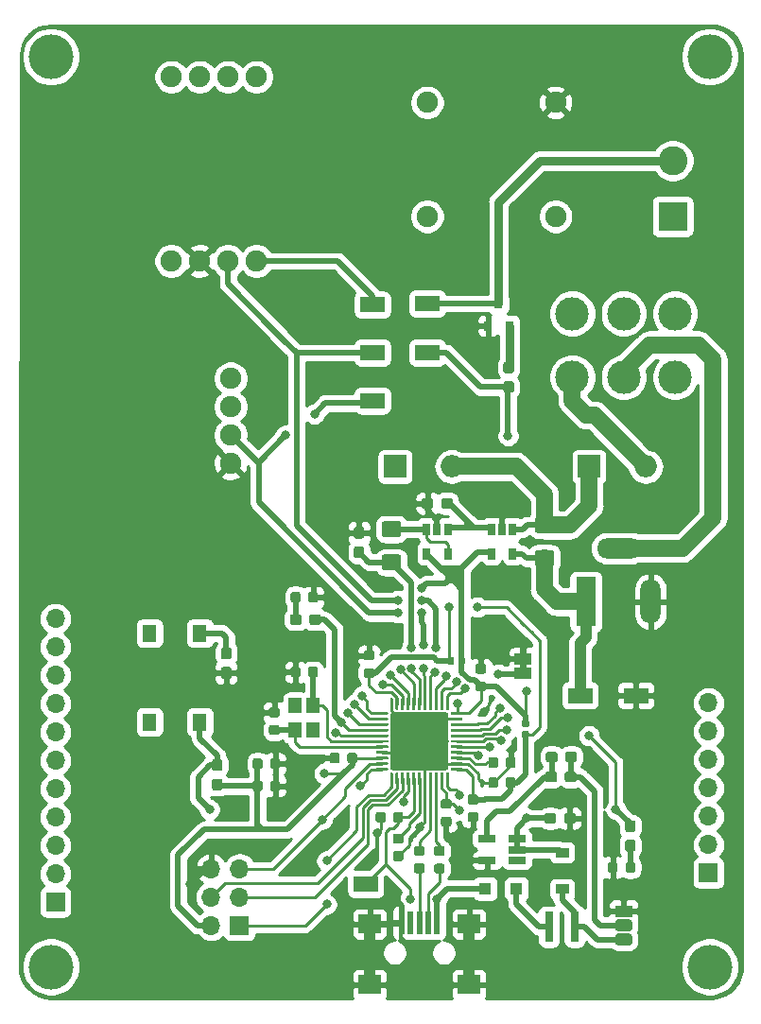
<source format=gbr>
G04 #@! TF.GenerationSoftware,KiCad,Pcbnew,5.1.4*
G04 #@! TF.CreationDate,2019-09-16T18:09:56+12:00*
G04 #@! TF.ProjectId,spiroBoardV2,73706972-6f42-46f6-9172-6456322e6b69,rev?*
G04 #@! TF.SameCoordinates,Original*
G04 #@! TF.FileFunction,Copper,L2,Bot*
G04 #@! TF.FilePolarity,Positive*
%FSLAX46Y46*%
G04 Gerber Fmt 4.6, Leading zero omitted, Abs format (unit mm)*
G04 Created by KiCad (PCBNEW 5.1.4) date 2019-09-16 18:09:56*
%MOMM*%
%LPD*%
G04 APERTURE LIST*
%ADD10C,0.100000*%
%ADD11C,5.200000*%
%ADD12C,0.250000*%
%ADD13R,0.800000X2.700000*%
%ADD14R,1.200000X0.900000*%
%ADD15R,1.100000X1.100000*%
%ADD16C,0.950000*%
%ADD17C,0.875000*%
%ADD18C,1.900000*%
%ADD19C,0.590000*%
%ADD20C,4.000000*%
%ADD21O,4.000000X1.800000*%
%ADD22O,1.800000X4.000000*%
%ADD23R,1.800000X4.400000*%
%ADD24R,0.500000X2.000000*%
%ADD25R,2.000000X1.700000*%
%ADD26R,2.600000X2.600000*%
%ADD27C,2.600000*%
%ADD28R,1.700000X1.700000*%
%ADD29O,1.700000X1.700000*%
%ADD30R,1.500000X1.000000*%
%ADD31R,0.800000X0.900000*%
%ADD32C,1.425000*%
%ADD33R,1.300000X1.550000*%
%ADD34R,2.200000X1.400000*%
%ADD35R,0.650000X1.060000*%
%ADD36C,1.050000*%
%ADD37R,1.500000X1.050000*%
%ADD38R,1.560000X0.650000*%
%ADD39R,1.150000X1.400000*%
%ADD40C,3.000000*%
%ADD41R,2.000000X2.000000*%
%ADD42O,2.000000X2.000000*%
%ADD43C,0.800000*%
%ADD44C,0.250000*%
%ADD45C,1.000000*%
%ADD46C,0.500000*%
%ADD47C,1.500000*%
%ADD48C,0.750000*%
%ADD49C,0.254000*%
G04 APERTURE END LIST*
D10*
G36*
X110600000Y-124300000D02*
G01*
X110600000Y-123800000D01*
X110000000Y-123800000D01*
X110000000Y-124300000D01*
X110600000Y-124300000D01*
G37*
G36*
X103374504Y-128201204D02*
G01*
X103398773Y-128204804D01*
X103422571Y-128210765D01*
X103445671Y-128219030D01*
X103467849Y-128229520D01*
X103488893Y-128242133D01*
X103508598Y-128256747D01*
X103526777Y-128273223D01*
X103543253Y-128291402D01*
X103557867Y-128311107D01*
X103570480Y-128332151D01*
X103580970Y-128354329D01*
X103589235Y-128377429D01*
X103595196Y-128401227D01*
X103598796Y-128425496D01*
X103600000Y-128450000D01*
X103600000Y-133150000D01*
X103598796Y-133174504D01*
X103595196Y-133198773D01*
X103589235Y-133222571D01*
X103580970Y-133245671D01*
X103570480Y-133267849D01*
X103557867Y-133288893D01*
X103543253Y-133308598D01*
X103526777Y-133326777D01*
X103508598Y-133343253D01*
X103488893Y-133357867D01*
X103467849Y-133370480D01*
X103445671Y-133380970D01*
X103422571Y-133389235D01*
X103398773Y-133395196D01*
X103374504Y-133398796D01*
X103350000Y-133400000D01*
X98650000Y-133400000D01*
X98625496Y-133398796D01*
X98601227Y-133395196D01*
X98577429Y-133389235D01*
X98554329Y-133380970D01*
X98532151Y-133370480D01*
X98511107Y-133357867D01*
X98491402Y-133343253D01*
X98473223Y-133326777D01*
X98456747Y-133308598D01*
X98442133Y-133288893D01*
X98429520Y-133267849D01*
X98419030Y-133245671D01*
X98410765Y-133222571D01*
X98404804Y-133198773D01*
X98401204Y-133174504D01*
X98400000Y-133150000D01*
X98400000Y-128450000D01*
X98401204Y-128425496D01*
X98404804Y-128401227D01*
X98410765Y-128377429D01*
X98419030Y-128354329D01*
X98429520Y-128332151D01*
X98442133Y-128311107D01*
X98456747Y-128291402D01*
X98473223Y-128273223D01*
X98491402Y-128256747D01*
X98511107Y-128242133D01*
X98532151Y-128229520D01*
X98554329Y-128219030D01*
X98577429Y-128210765D01*
X98601227Y-128204804D01*
X98625496Y-128201204D01*
X98650000Y-128200000D01*
X103350000Y-128200000D01*
X103374504Y-128201204D01*
X103374504Y-128201204D01*
G37*
D11*
X101000000Y-130800000D03*
D10*
G36*
X103568626Y-133600301D02*
G01*
X103574693Y-133601201D01*
X103580643Y-133602691D01*
X103586418Y-133604758D01*
X103591962Y-133607380D01*
X103597223Y-133610533D01*
X103602150Y-133614187D01*
X103606694Y-133618306D01*
X103610813Y-133622850D01*
X103614467Y-133627777D01*
X103617620Y-133633038D01*
X103620242Y-133638582D01*
X103622309Y-133644357D01*
X103623799Y-133650307D01*
X103624699Y-133656374D01*
X103625000Y-133662500D01*
X103625000Y-134612500D01*
X103624699Y-134618626D01*
X103623799Y-134624693D01*
X103622309Y-134630643D01*
X103620242Y-134636418D01*
X103617620Y-134641962D01*
X103614467Y-134647223D01*
X103610813Y-134652150D01*
X103606694Y-134656694D01*
X103602150Y-134660813D01*
X103597223Y-134664467D01*
X103591962Y-134667620D01*
X103586418Y-134670242D01*
X103580643Y-134672309D01*
X103574693Y-134673799D01*
X103568626Y-134674699D01*
X103562500Y-134675000D01*
X103437500Y-134675000D01*
X103431374Y-134674699D01*
X103425307Y-134673799D01*
X103419357Y-134672309D01*
X103413582Y-134670242D01*
X103408038Y-134667620D01*
X103402777Y-134664467D01*
X103397850Y-134660813D01*
X103393306Y-134656694D01*
X103389187Y-134652150D01*
X103385533Y-134647223D01*
X103382380Y-134641962D01*
X103379758Y-134636418D01*
X103377691Y-134630643D01*
X103376201Y-134624693D01*
X103375301Y-134618626D01*
X103375000Y-134612500D01*
X103375000Y-133662500D01*
X103375301Y-133656374D01*
X103376201Y-133650307D01*
X103377691Y-133644357D01*
X103379758Y-133638582D01*
X103382380Y-133633038D01*
X103385533Y-133627777D01*
X103389187Y-133622850D01*
X103393306Y-133618306D01*
X103397850Y-133614187D01*
X103402777Y-133610533D01*
X103408038Y-133607380D01*
X103413582Y-133604758D01*
X103419357Y-133602691D01*
X103425307Y-133601201D01*
X103431374Y-133600301D01*
X103437500Y-133600000D01*
X103562500Y-133600000D01*
X103568626Y-133600301D01*
X103568626Y-133600301D01*
G37*
D12*
X103500000Y-134137500D03*
D10*
G36*
X103068626Y-133600301D02*
G01*
X103074693Y-133601201D01*
X103080643Y-133602691D01*
X103086418Y-133604758D01*
X103091962Y-133607380D01*
X103097223Y-133610533D01*
X103102150Y-133614187D01*
X103106694Y-133618306D01*
X103110813Y-133622850D01*
X103114467Y-133627777D01*
X103117620Y-133633038D01*
X103120242Y-133638582D01*
X103122309Y-133644357D01*
X103123799Y-133650307D01*
X103124699Y-133656374D01*
X103125000Y-133662500D01*
X103125000Y-134612500D01*
X103124699Y-134618626D01*
X103123799Y-134624693D01*
X103122309Y-134630643D01*
X103120242Y-134636418D01*
X103117620Y-134641962D01*
X103114467Y-134647223D01*
X103110813Y-134652150D01*
X103106694Y-134656694D01*
X103102150Y-134660813D01*
X103097223Y-134664467D01*
X103091962Y-134667620D01*
X103086418Y-134670242D01*
X103080643Y-134672309D01*
X103074693Y-134673799D01*
X103068626Y-134674699D01*
X103062500Y-134675000D01*
X102937500Y-134675000D01*
X102931374Y-134674699D01*
X102925307Y-134673799D01*
X102919357Y-134672309D01*
X102913582Y-134670242D01*
X102908038Y-134667620D01*
X102902777Y-134664467D01*
X102897850Y-134660813D01*
X102893306Y-134656694D01*
X102889187Y-134652150D01*
X102885533Y-134647223D01*
X102882380Y-134641962D01*
X102879758Y-134636418D01*
X102877691Y-134630643D01*
X102876201Y-134624693D01*
X102875301Y-134618626D01*
X102875000Y-134612500D01*
X102875000Y-133662500D01*
X102875301Y-133656374D01*
X102876201Y-133650307D01*
X102877691Y-133644357D01*
X102879758Y-133638582D01*
X102882380Y-133633038D01*
X102885533Y-133627777D01*
X102889187Y-133622850D01*
X102893306Y-133618306D01*
X102897850Y-133614187D01*
X102902777Y-133610533D01*
X102908038Y-133607380D01*
X102913582Y-133604758D01*
X102919357Y-133602691D01*
X102925307Y-133601201D01*
X102931374Y-133600301D01*
X102937500Y-133600000D01*
X103062500Y-133600000D01*
X103068626Y-133600301D01*
X103068626Y-133600301D01*
G37*
D12*
X103000000Y-134137500D03*
D10*
G36*
X102568626Y-133600301D02*
G01*
X102574693Y-133601201D01*
X102580643Y-133602691D01*
X102586418Y-133604758D01*
X102591962Y-133607380D01*
X102597223Y-133610533D01*
X102602150Y-133614187D01*
X102606694Y-133618306D01*
X102610813Y-133622850D01*
X102614467Y-133627777D01*
X102617620Y-133633038D01*
X102620242Y-133638582D01*
X102622309Y-133644357D01*
X102623799Y-133650307D01*
X102624699Y-133656374D01*
X102625000Y-133662500D01*
X102625000Y-134612500D01*
X102624699Y-134618626D01*
X102623799Y-134624693D01*
X102622309Y-134630643D01*
X102620242Y-134636418D01*
X102617620Y-134641962D01*
X102614467Y-134647223D01*
X102610813Y-134652150D01*
X102606694Y-134656694D01*
X102602150Y-134660813D01*
X102597223Y-134664467D01*
X102591962Y-134667620D01*
X102586418Y-134670242D01*
X102580643Y-134672309D01*
X102574693Y-134673799D01*
X102568626Y-134674699D01*
X102562500Y-134675000D01*
X102437500Y-134675000D01*
X102431374Y-134674699D01*
X102425307Y-134673799D01*
X102419357Y-134672309D01*
X102413582Y-134670242D01*
X102408038Y-134667620D01*
X102402777Y-134664467D01*
X102397850Y-134660813D01*
X102393306Y-134656694D01*
X102389187Y-134652150D01*
X102385533Y-134647223D01*
X102382380Y-134641962D01*
X102379758Y-134636418D01*
X102377691Y-134630643D01*
X102376201Y-134624693D01*
X102375301Y-134618626D01*
X102375000Y-134612500D01*
X102375000Y-133662500D01*
X102375301Y-133656374D01*
X102376201Y-133650307D01*
X102377691Y-133644357D01*
X102379758Y-133638582D01*
X102382380Y-133633038D01*
X102385533Y-133627777D01*
X102389187Y-133622850D01*
X102393306Y-133618306D01*
X102397850Y-133614187D01*
X102402777Y-133610533D01*
X102408038Y-133607380D01*
X102413582Y-133604758D01*
X102419357Y-133602691D01*
X102425307Y-133601201D01*
X102431374Y-133600301D01*
X102437500Y-133600000D01*
X102562500Y-133600000D01*
X102568626Y-133600301D01*
X102568626Y-133600301D01*
G37*
D12*
X102500000Y-134137500D03*
D10*
G36*
X102068626Y-133600301D02*
G01*
X102074693Y-133601201D01*
X102080643Y-133602691D01*
X102086418Y-133604758D01*
X102091962Y-133607380D01*
X102097223Y-133610533D01*
X102102150Y-133614187D01*
X102106694Y-133618306D01*
X102110813Y-133622850D01*
X102114467Y-133627777D01*
X102117620Y-133633038D01*
X102120242Y-133638582D01*
X102122309Y-133644357D01*
X102123799Y-133650307D01*
X102124699Y-133656374D01*
X102125000Y-133662500D01*
X102125000Y-134612500D01*
X102124699Y-134618626D01*
X102123799Y-134624693D01*
X102122309Y-134630643D01*
X102120242Y-134636418D01*
X102117620Y-134641962D01*
X102114467Y-134647223D01*
X102110813Y-134652150D01*
X102106694Y-134656694D01*
X102102150Y-134660813D01*
X102097223Y-134664467D01*
X102091962Y-134667620D01*
X102086418Y-134670242D01*
X102080643Y-134672309D01*
X102074693Y-134673799D01*
X102068626Y-134674699D01*
X102062500Y-134675000D01*
X101937500Y-134675000D01*
X101931374Y-134674699D01*
X101925307Y-134673799D01*
X101919357Y-134672309D01*
X101913582Y-134670242D01*
X101908038Y-134667620D01*
X101902777Y-134664467D01*
X101897850Y-134660813D01*
X101893306Y-134656694D01*
X101889187Y-134652150D01*
X101885533Y-134647223D01*
X101882380Y-134641962D01*
X101879758Y-134636418D01*
X101877691Y-134630643D01*
X101876201Y-134624693D01*
X101875301Y-134618626D01*
X101875000Y-134612500D01*
X101875000Y-133662500D01*
X101875301Y-133656374D01*
X101876201Y-133650307D01*
X101877691Y-133644357D01*
X101879758Y-133638582D01*
X101882380Y-133633038D01*
X101885533Y-133627777D01*
X101889187Y-133622850D01*
X101893306Y-133618306D01*
X101897850Y-133614187D01*
X101902777Y-133610533D01*
X101908038Y-133607380D01*
X101913582Y-133604758D01*
X101919357Y-133602691D01*
X101925307Y-133601201D01*
X101931374Y-133600301D01*
X101937500Y-133600000D01*
X102062500Y-133600000D01*
X102068626Y-133600301D01*
X102068626Y-133600301D01*
G37*
D12*
X102000000Y-134137500D03*
D10*
G36*
X101568626Y-133600301D02*
G01*
X101574693Y-133601201D01*
X101580643Y-133602691D01*
X101586418Y-133604758D01*
X101591962Y-133607380D01*
X101597223Y-133610533D01*
X101602150Y-133614187D01*
X101606694Y-133618306D01*
X101610813Y-133622850D01*
X101614467Y-133627777D01*
X101617620Y-133633038D01*
X101620242Y-133638582D01*
X101622309Y-133644357D01*
X101623799Y-133650307D01*
X101624699Y-133656374D01*
X101625000Y-133662500D01*
X101625000Y-134612500D01*
X101624699Y-134618626D01*
X101623799Y-134624693D01*
X101622309Y-134630643D01*
X101620242Y-134636418D01*
X101617620Y-134641962D01*
X101614467Y-134647223D01*
X101610813Y-134652150D01*
X101606694Y-134656694D01*
X101602150Y-134660813D01*
X101597223Y-134664467D01*
X101591962Y-134667620D01*
X101586418Y-134670242D01*
X101580643Y-134672309D01*
X101574693Y-134673799D01*
X101568626Y-134674699D01*
X101562500Y-134675000D01*
X101437500Y-134675000D01*
X101431374Y-134674699D01*
X101425307Y-134673799D01*
X101419357Y-134672309D01*
X101413582Y-134670242D01*
X101408038Y-134667620D01*
X101402777Y-134664467D01*
X101397850Y-134660813D01*
X101393306Y-134656694D01*
X101389187Y-134652150D01*
X101385533Y-134647223D01*
X101382380Y-134641962D01*
X101379758Y-134636418D01*
X101377691Y-134630643D01*
X101376201Y-134624693D01*
X101375301Y-134618626D01*
X101375000Y-134612500D01*
X101375000Y-133662500D01*
X101375301Y-133656374D01*
X101376201Y-133650307D01*
X101377691Y-133644357D01*
X101379758Y-133638582D01*
X101382380Y-133633038D01*
X101385533Y-133627777D01*
X101389187Y-133622850D01*
X101393306Y-133618306D01*
X101397850Y-133614187D01*
X101402777Y-133610533D01*
X101408038Y-133607380D01*
X101413582Y-133604758D01*
X101419357Y-133602691D01*
X101425307Y-133601201D01*
X101431374Y-133600301D01*
X101437500Y-133600000D01*
X101562500Y-133600000D01*
X101568626Y-133600301D01*
X101568626Y-133600301D01*
G37*
D12*
X101500000Y-134137500D03*
D10*
G36*
X101068626Y-133600301D02*
G01*
X101074693Y-133601201D01*
X101080643Y-133602691D01*
X101086418Y-133604758D01*
X101091962Y-133607380D01*
X101097223Y-133610533D01*
X101102150Y-133614187D01*
X101106694Y-133618306D01*
X101110813Y-133622850D01*
X101114467Y-133627777D01*
X101117620Y-133633038D01*
X101120242Y-133638582D01*
X101122309Y-133644357D01*
X101123799Y-133650307D01*
X101124699Y-133656374D01*
X101125000Y-133662500D01*
X101125000Y-134612500D01*
X101124699Y-134618626D01*
X101123799Y-134624693D01*
X101122309Y-134630643D01*
X101120242Y-134636418D01*
X101117620Y-134641962D01*
X101114467Y-134647223D01*
X101110813Y-134652150D01*
X101106694Y-134656694D01*
X101102150Y-134660813D01*
X101097223Y-134664467D01*
X101091962Y-134667620D01*
X101086418Y-134670242D01*
X101080643Y-134672309D01*
X101074693Y-134673799D01*
X101068626Y-134674699D01*
X101062500Y-134675000D01*
X100937500Y-134675000D01*
X100931374Y-134674699D01*
X100925307Y-134673799D01*
X100919357Y-134672309D01*
X100913582Y-134670242D01*
X100908038Y-134667620D01*
X100902777Y-134664467D01*
X100897850Y-134660813D01*
X100893306Y-134656694D01*
X100889187Y-134652150D01*
X100885533Y-134647223D01*
X100882380Y-134641962D01*
X100879758Y-134636418D01*
X100877691Y-134630643D01*
X100876201Y-134624693D01*
X100875301Y-134618626D01*
X100875000Y-134612500D01*
X100875000Y-133662500D01*
X100875301Y-133656374D01*
X100876201Y-133650307D01*
X100877691Y-133644357D01*
X100879758Y-133638582D01*
X100882380Y-133633038D01*
X100885533Y-133627777D01*
X100889187Y-133622850D01*
X100893306Y-133618306D01*
X100897850Y-133614187D01*
X100902777Y-133610533D01*
X100908038Y-133607380D01*
X100913582Y-133604758D01*
X100919357Y-133602691D01*
X100925307Y-133601201D01*
X100931374Y-133600301D01*
X100937500Y-133600000D01*
X101062500Y-133600000D01*
X101068626Y-133600301D01*
X101068626Y-133600301D01*
G37*
D12*
X101000000Y-134137500D03*
D10*
G36*
X100568626Y-133600301D02*
G01*
X100574693Y-133601201D01*
X100580643Y-133602691D01*
X100586418Y-133604758D01*
X100591962Y-133607380D01*
X100597223Y-133610533D01*
X100602150Y-133614187D01*
X100606694Y-133618306D01*
X100610813Y-133622850D01*
X100614467Y-133627777D01*
X100617620Y-133633038D01*
X100620242Y-133638582D01*
X100622309Y-133644357D01*
X100623799Y-133650307D01*
X100624699Y-133656374D01*
X100625000Y-133662500D01*
X100625000Y-134612500D01*
X100624699Y-134618626D01*
X100623799Y-134624693D01*
X100622309Y-134630643D01*
X100620242Y-134636418D01*
X100617620Y-134641962D01*
X100614467Y-134647223D01*
X100610813Y-134652150D01*
X100606694Y-134656694D01*
X100602150Y-134660813D01*
X100597223Y-134664467D01*
X100591962Y-134667620D01*
X100586418Y-134670242D01*
X100580643Y-134672309D01*
X100574693Y-134673799D01*
X100568626Y-134674699D01*
X100562500Y-134675000D01*
X100437500Y-134675000D01*
X100431374Y-134674699D01*
X100425307Y-134673799D01*
X100419357Y-134672309D01*
X100413582Y-134670242D01*
X100408038Y-134667620D01*
X100402777Y-134664467D01*
X100397850Y-134660813D01*
X100393306Y-134656694D01*
X100389187Y-134652150D01*
X100385533Y-134647223D01*
X100382380Y-134641962D01*
X100379758Y-134636418D01*
X100377691Y-134630643D01*
X100376201Y-134624693D01*
X100375301Y-134618626D01*
X100375000Y-134612500D01*
X100375000Y-133662500D01*
X100375301Y-133656374D01*
X100376201Y-133650307D01*
X100377691Y-133644357D01*
X100379758Y-133638582D01*
X100382380Y-133633038D01*
X100385533Y-133627777D01*
X100389187Y-133622850D01*
X100393306Y-133618306D01*
X100397850Y-133614187D01*
X100402777Y-133610533D01*
X100408038Y-133607380D01*
X100413582Y-133604758D01*
X100419357Y-133602691D01*
X100425307Y-133601201D01*
X100431374Y-133600301D01*
X100437500Y-133600000D01*
X100562500Y-133600000D01*
X100568626Y-133600301D01*
X100568626Y-133600301D01*
G37*
D12*
X100500000Y-134137500D03*
D10*
G36*
X100068626Y-133600301D02*
G01*
X100074693Y-133601201D01*
X100080643Y-133602691D01*
X100086418Y-133604758D01*
X100091962Y-133607380D01*
X100097223Y-133610533D01*
X100102150Y-133614187D01*
X100106694Y-133618306D01*
X100110813Y-133622850D01*
X100114467Y-133627777D01*
X100117620Y-133633038D01*
X100120242Y-133638582D01*
X100122309Y-133644357D01*
X100123799Y-133650307D01*
X100124699Y-133656374D01*
X100125000Y-133662500D01*
X100125000Y-134612500D01*
X100124699Y-134618626D01*
X100123799Y-134624693D01*
X100122309Y-134630643D01*
X100120242Y-134636418D01*
X100117620Y-134641962D01*
X100114467Y-134647223D01*
X100110813Y-134652150D01*
X100106694Y-134656694D01*
X100102150Y-134660813D01*
X100097223Y-134664467D01*
X100091962Y-134667620D01*
X100086418Y-134670242D01*
X100080643Y-134672309D01*
X100074693Y-134673799D01*
X100068626Y-134674699D01*
X100062500Y-134675000D01*
X99937500Y-134675000D01*
X99931374Y-134674699D01*
X99925307Y-134673799D01*
X99919357Y-134672309D01*
X99913582Y-134670242D01*
X99908038Y-134667620D01*
X99902777Y-134664467D01*
X99897850Y-134660813D01*
X99893306Y-134656694D01*
X99889187Y-134652150D01*
X99885533Y-134647223D01*
X99882380Y-134641962D01*
X99879758Y-134636418D01*
X99877691Y-134630643D01*
X99876201Y-134624693D01*
X99875301Y-134618626D01*
X99875000Y-134612500D01*
X99875000Y-133662500D01*
X99875301Y-133656374D01*
X99876201Y-133650307D01*
X99877691Y-133644357D01*
X99879758Y-133638582D01*
X99882380Y-133633038D01*
X99885533Y-133627777D01*
X99889187Y-133622850D01*
X99893306Y-133618306D01*
X99897850Y-133614187D01*
X99902777Y-133610533D01*
X99908038Y-133607380D01*
X99913582Y-133604758D01*
X99919357Y-133602691D01*
X99925307Y-133601201D01*
X99931374Y-133600301D01*
X99937500Y-133600000D01*
X100062500Y-133600000D01*
X100068626Y-133600301D01*
X100068626Y-133600301D01*
G37*
D12*
X100000000Y-134137500D03*
D10*
G36*
X99568626Y-133600301D02*
G01*
X99574693Y-133601201D01*
X99580643Y-133602691D01*
X99586418Y-133604758D01*
X99591962Y-133607380D01*
X99597223Y-133610533D01*
X99602150Y-133614187D01*
X99606694Y-133618306D01*
X99610813Y-133622850D01*
X99614467Y-133627777D01*
X99617620Y-133633038D01*
X99620242Y-133638582D01*
X99622309Y-133644357D01*
X99623799Y-133650307D01*
X99624699Y-133656374D01*
X99625000Y-133662500D01*
X99625000Y-134612500D01*
X99624699Y-134618626D01*
X99623799Y-134624693D01*
X99622309Y-134630643D01*
X99620242Y-134636418D01*
X99617620Y-134641962D01*
X99614467Y-134647223D01*
X99610813Y-134652150D01*
X99606694Y-134656694D01*
X99602150Y-134660813D01*
X99597223Y-134664467D01*
X99591962Y-134667620D01*
X99586418Y-134670242D01*
X99580643Y-134672309D01*
X99574693Y-134673799D01*
X99568626Y-134674699D01*
X99562500Y-134675000D01*
X99437500Y-134675000D01*
X99431374Y-134674699D01*
X99425307Y-134673799D01*
X99419357Y-134672309D01*
X99413582Y-134670242D01*
X99408038Y-134667620D01*
X99402777Y-134664467D01*
X99397850Y-134660813D01*
X99393306Y-134656694D01*
X99389187Y-134652150D01*
X99385533Y-134647223D01*
X99382380Y-134641962D01*
X99379758Y-134636418D01*
X99377691Y-134630643D01*
X99376201Y-134624693D01*
X99375301Y-134618626D01*
X99375000Y-134612500D01*
X99375000Y-133662500D01*
X99375301Y-133656374D01*
X99376201Y-133650307D01*
X99377691Y-133644357D01*
X99379758Y-133638582D01*
X99382380Y-133633038D01*
X99385533Y-133627777D01*
X99389187Y-133622850D01*
X99393306Y-133618306D01*
X99397850Y-133614187D01*
X99402777Y-133610533D01*
X99408038Y-133607380D01*
X99413582Y-133604758D01*
X99419357Y-133602691D01*
X99425307Y-133601201D01*
X99431374Y-133600301D01*
X99437500Y-133600000D01*
X99562500Y-133600000D01*
X99568626Y-133600301D01*
X99568626Y-133600301D01*
G37*
D12*
X99500000Y-134137500D03*
D10*
G36*
X99068626Y-133600301D02*
G01*
X99074693Y-133601201D01*
X99080643Y-133602691D01*
X99086418Y-133604758D01*
X99091962Y-133607380D01*
X99097223Y-133610533D01*
X99102150Y-133614187D01*
X99106694Y-133618306D01*
X99110813Y-133622850D01*
X99114467Y-133627777D01*
X99117620Y-133633038D01*
X99120242Y-133638582D01*
X99122309Y-133644357D01*
X99123799Y-133650307D01*
X99124699Y-133656374D01*
X99125000Y-133662500D01*
X99125000Y-134612500D01*
X99124699Y-134618626D01*
X99123799Y-134624693D01*
X99122309Y-134630643D01*
X99120242Y-134636418D01*
X99117620Y-134641962D01*
X99114467Y-134647223D01*
X99110813Y-134652150D01*
X99106694Y-134656694D01*
X99102150Y-134660813D01*
X99097223Y-134664467D01*
X99091962Y-134667620D01*
X99086418Y-134670242D01*
X99080643Y-134672309D01*
X99074693Y-134673799D01*
X99068626Y-134674699D01*
X99062500Y-134675000D01*
X98937500Y-134675000D01*
X98931374Y-134674699D01*
X98925307Y-134673799D01*
X98919357Y-134672309D01*
X98913582Y-134670242D01*
X98908038Y-134667620D01*
X98902777Y-134664467D01*
X98897850Y-134660813D01*
X98893306Y-134656694D01*
X98889187Y-134652150D01*
X98885533Y-134647223D01*
X98882380Y-134641962D01*
X98879758Y-134636418D01*
X98877691Y-134630643D01*
X98876201Y-134624693D01*
X98875301Y-134618626D01*
X98875000Y-134612500D01*
X98875000Y-133662500D01*
X98875301Y-133656374D01*
X98876201Y-133650307D01*
X98877691Y-133644357D01*
X98879758Y-133638582D01*
X98882380Y-133633038D01*
X98885533Y-133627777D01*
X98889187Y-133622850D01*
X98893306Y-133618306D01*
X98897850Y-133614187D01*
X98902777Y-133610533D01*
X98908038Y-133607380D01*
X98913582Y-133604758D01*
X98919357Y-133602691D01*
X98925307Y-133601201D01*
X98931374Y-133600301D01*
X98937500Y-133600000D01*
X99062500Y-133600000D01*
X99068626Y-133600301D01*
X99068626Y-133600301D01*
G37*
D12*
X99000000Y-134137500D03*
D10*
G36*
X98568626Y-133600301D02*
G01*
X98574693Y-133601201D01*
X98580643Y-133602691D01*
X98586418Y-133604758D01*
X98591962Y-133607380D01*
X98597223Y-133610533D01*
X98602150Y-133614187D01*
X98606694Y-133618306D01*
X98610813Y-133622850D01*
X98614467Y-133627777D01*
X98617620Y-133633038D01*
X98620242Y-133638582D01*
X98622309Y-133644357D01*
X98623799Y-133650307D01*
X98624699Y-133656374D01*
X98625000Y-133662500D01*
X98625000Y-134612500D01*
X98624699Y-134618626D01*
X98623799Y-134624693D01*
X98622309Y-134630643D01*
X98620242Y-134636418D01*
X98617620Y-134641962D01*
X98614467Y-134647223D01*
X98610813Y-134652150D01*
X98606694Y-134656694D01*
X98602150Y-134660813D01*
X98597223Y-134664467D01*
X98591962Y-134667620D01*
X98586418Y-134670242D01*
X98580643Y-134672309D01*
X98574693Y-134673799D01*
X98568626Y-134674699D01*
X98562500Y-134675000D01*
X98437500Y-134675000D01*
X98431374Y-134674699D01*
X98425307Y-134673799D01*
X98419357Y-134672309D01*
X98413582Y-134670242D01*
X98408038Y-134667620D01*
X98402777Y-134664467D01*
X98397850Y-134660813D01*
X98393306Y-134656694D01*
X98389187Y-134652150D01*
X98385533Y-134647223D01*
X98382380Y-134641962D01*
X98379758Y-134636418D01*
X98377691Y-134630643D01*
X98376201Y-134624693D01*
X98375301Y-134618626D01*
X98375000Y-134612500D01*
X98375000Y-133662500D01*
X98375301Y-133656374D01*
X98376201Y-133650307D01*
X98377691Y-133644357D01*
X98379758Y-133638582D01*
X98382380Y-133633038D01*
X98385533Y-133627777D01*
X98389187Y-133622850D01*
X98393306Y-133618306D01*
X98397850Y-133614187D01*
X98402777Y-133610533D01*
X98408038Y-133607380D01*
X98413582Y-133604758D01*
X98419357Y-133602691D01*
X98425307Y-133601201D01*
X98431374Y-133600301D01*
X98437500Y-133600000D01*
X98562500Y-133600000D01*
X98568626Y-133600301D01*
X98568626Y-133600301D01*
G37*
D12*
X98500000Y-134137500D03*
D10*
G36*
X98143626Y-133175301D02*
G01*
X98149693Y-133176201D01*
X98155643Y-133177691D01*
X98161418Y-133179758D01*
X98166962Y-133182380D01*
X98172223Y-133185533D01*
X98177150Y-133189187D01*
X98181694Y-133193306D01*
X98185813Y-133197850D01*
X98189467Y-133202777D01*
X98192620Y-133208038D01*
X98195242Y-133213582D01*
X98197309Y-133219357D01*
X98198799Y-133225307D01*
X98199699Y-133231374D01*
X98200000Y-133237500D01*
X98200000Y-133362500D01*
X98199699Y-133368626D01*
X98198799Y-133374693D01*
X98197309Y-133380643D01*
X98195242Y-133386418D01*
X98192620Y-133391962D01*
X98189467Y-133397223D01*
X98185813Y-133402150D01*
X98181694Y-133406694D01*
X98177150Y-133410813D01*
X98172223Y-133414467D01*
X98166962Y-133417620D01*
X98161418Y-133420242D01*
X98155643Y-133422309D01*
X98149693Y-133423799D01*
X98143626Y-133424699D01*
X98137500Y-133425000D01*
X97187500Y-133425000D01*
X97181374Y-133424699D01*
X97175307Y-133423799D01*
X97169357Y-133422309D01*
X97163582Y-133420242D01*
X97158038Y-133417620D01*
X97152777Y-133414467D01*
X97147850Y-133410813D01*
X97143306Y-133406694D01*
X97139187Y-133402150D01*
X97135533Y-133397223D01*
X97132380Y-133391962D01*
X97129758Y-133386418D01*
X97127691Y-133380643D01*
X97126201Y-133374693D01*
X97125301Y-133368626D01*
X97125000Y-133362500D01*
X97125000Y-133237500D01*
X97125301Y-133231374D01*
X97126201Y-133225307D01*
X97127691Y-133219357D01*
X97129758Y-133213582D01*
X97132380Y-133208038D01*
X97135533Y-133202777D01*
X97139187Y-133197850D01*
X97143306Y-133193306D01*
X97147850Y-133189187D01*
X97152777Y-133185533D01*
X97158038Y-133182380D01*
X97163582Y-133179758D01*
X97169357Y-133177691D01*
X97175307Y-133176201D01*
X97181374Y-133175301D01*
X97187500Y-133175000D01*
X98137500Y-133175000D01*
X98143626Y-133175301D01*
X98143626Y-133175301D01*
G37*
D12*
X97662500Y-133300000D03*
D10*
G36*
X98143626Y-132675301D02*
G01*
X98149693Y-132676201D01*
X98155643Y-132677691D01*
X98161418Y-132679758D01*
X98166962Y-132682380D01*
X98172223Y-132685533D01*
X98177150Y-132689187D01*
X98181694Y-132693306D01*
X98185813Y-132697850D01*
X98189467Y-132702777D01*
X98192620Y-132708038D01*
X98195242Y-132713582D01*
X98197309Y-132719357D01*
X98198799Y-132725307D01*
X98199699Y-132731374D01*
X98200000Y-132737500D01*
X98200000Y-132862500D01*
X98199699Y-132868626D01*
X98198799Y-132874693D01*
X98197309Y-132880643D01*
X98195242Y-132886418D01*
X98192620Y-132891962D01*
X98189467Y-132897223D01*
X98185813Y-132902150D01*
X98181694Y-132906694D01*
X98177150Y-132910813D01*
X98172223Y-132914467D01*
X98166962Y-132917620D01*
X98161418Y-132920242D01*
X98155643Y-132922309D01*
X98149693Y-132923799D01*
X98143626Y-132924699D01*
X98137500Y-132925000D01*
X97187500Y-132925000D01*
X97181374Y-132924699D01*
X97175307Y-132923799D01*
X97169357Y-132922309D01*
X97163582Y-132920242D01*
X97158038Y-132917620D01*
X97152777Y-132914467D01*
X97147850Y-132910813D01*
X97143306Y-132906694D01*
X97139187Y-132902150D01*
X97135533Y-132897223D01*
X97132380Y-132891962D01*
X97129758Y-132886418D01*
X97127691Y-132880643D01*
X97126201Y-132874693D01*
X97125301Y-132868626D01*
X97125000Y-132862500D01*
X97125000Y-132737500D01*
X97125301Y-132731374D01*
X97126201Y-132725307D01*
X97127691Y-132719357D01*
X97129758Y-132713582D01*
X97132380Y-132708038D01*
X97135533Y-132702777D01*
X97139187Y-132697850D01*
X97143306Y-132693306D01*
X97147850Y-132689187D01*
X97152777Y-132685533D01*
X97158038Y-132682380D01*
X97163582Y-132679758D01*
X97169357Y-132677691D01*
X97175307Y-132676201D01*
X97181374Y-132675301D01*
X97187500Y-132675000D01*
X98137500Y-132675000D01*
X98143626Y-132675301D01*
X98143626Y-132675301D01*
G37*
D12*
X97662500Y-132800000D03*
D10*
G36*
X98143626Y-132175301D02*
G01*
X98149693Y-132176201D01*
X98155643Y-132177691D01*
X98161418Y-132179758D01*
X98166962Y-132182380D01*
X98172223Y-132185533D01*
X98177150Y-132189187D01*
X98181694Y-132193306D01*
X98185813Y-132197850D01*
X98189467Y-132202777D01*
X98192620Y-132208038D01*
X98195242Y-132213582D01*
X98197309Y-132219357D01*
X98198799Y-132225307D01*
X98199699Y-132231374D01*
X98200000Y-132237500D01*
X98200000Y-132362500D01*
X98199699Y-132368626D01*
X98198799Y-132374693D01*
X98197309Y-132380643D01*
X98195242Y-132386418D01*
X98192620Y-132391962D01*
X98189467Y-132397223D01*
X98185813Y-132402150D01*
X98181694Y-132406694D01*
X98177150Y-132410813D01*
X98172223Y-132414467D01*
X98166962Y-132417620D01*
X98161418Y-132420242D01*
X98155643Y-132422309D01*
X98149693Y-132423799D01*
X98143626Y-132424699D01*
X98137500Y-132425000D01*
X97187500Y-132425000D01*
X97181374Y-132424699D01*
X97175307Y-132423799D01*
X97169357Y-132422309D01*
X97163582Y-132420242D01*
X97158038Y-132417620D01*
X97152777Y-132414467D01*
X97147850Y-132410813D01*
X97143306Y-132406694D01*
X97139187Y-132402150D01*
X97135533Y-132397223D01*
X97132380Y-132391962D01*
X97129758Y-132386418D01*
X97127691Y-132380643D01*
X97126201Y-132374693D01*
X97125301Y-132368626D01*
X97125000Y-132362500D01*
X97125000Y-132237500D01*
X97125301Y-132231374D01*
X97126201Y-132225307D01*
X97127691Y-132219357D01*
X97129758Y-132213582D01*
X97132380Y-132208038D01*
X97135533Y-132202777D01*
X97139187Y-132197850D01*
X97143306Y-132193306D01*
X97147850Y-132189187D01*
X97152777Y-132185533D01*
X97158038Y-132182380D01*
X97163582Y-132179758D01*
X97169357Y-132177691D01*
X97175307Y-132176201D01*
X97181374Y-132175301D01*
X97187500Y-132175000D01*
X98137500Y-132175000D01*
X98143626Y-132175301D01*
X98143626Y-132175301D01*
G37*
D12*
X97662500Y-132300000D03*
D10*
G36*
X98143626Y-131675301D02*
G01*
X98149693Y-131676201D01*
X98155643Y-131677691D01*
X98161418Y-131679758D01*
X98166962Y-131682380D01*
X98172223Y-131685533D01*
X98177150Y-131689187D01*
X98181694Y-131693306D01*
X98185813Y-131697850D01*
X98189467Y-131702777D01*
X98192620Y-131708038D01*
X98195242Y-131713582D01*
X98197309Y-131719357D01*
X98198799Y-131725307D01*
X98199699Y-131731374D01*
X98200000Y-131737500D01*
X98200000Y-131862500D01*
X98199699Y-131868626D01*
X98198799Y-131874693D01*
X98197309Y-131880643D01*
X98195242Y-131886418D01*
X98192620Y-131891962D01*
X98189467Y-131897223D01*
X98185813Y-131902150D01*
X98181694Y-131906694D01*
X98177150Y-131910813D01*
X98172223Y-131914467D01*
X98166962Y-131917620D01*
X98161418Y-131920242D01*
X98155643Y-131922309D01*
X98149693Y-131923799D01*
X98143626Y-131924699D01*
X98137500Y-131925000D01*
X97187500Y-131925000D01*
X97181374Y-131924699D01*
X97175307Y-131923799D01*
X97169357Y-131922309D01*
X97163582Y-131920242D01*
X97158038Y-131917620D01*
X97152777Y-131914467D01*
X97147850Y-131910813D01*
X97143306Y-131906694D01*
X97139187Y-131902150D01*
X97135533Y-131897223D01*
X97132380Y-131891962D01*
X97129758Y-131886418D01*
X97127691Y-131880643D01*
X97126201Y-131874693D01*
X97125301Y-131868626D01*
X97125000Y-131862500D01*
X97125000Y-131737500D01*
X97125301Y-131731374D01*
X97126201Y-131725307D01*
X97127691Y-131719357D01*
X97129758Y-131713582D01*
X97132380Y-131708038D01*
X97135533Y-131702777D01*
X97139187Y-131697850D01*
X97143306Y-131693306D01*
X97147850Y-131689187D01*
X97152777Y-131685533D01*
X97158038Y-131682380D01*
X97163582Y-131679758D01*
X97169357Y-131677691D01*
X97175307Y-131676201D01*
X97181374Y-131675301D01*
X97187500Y-131675000D01*
X98137500Y-131675000D01*
X98143626Y-131675301D01*
X98143626Y-131675301D01*
G37*
D12*
X97662500Y-131800000D03*
D10*
G36*
X98143626Y-131175301D02*
G01*
X98149693Y-131176201D01*
X98155643Y-131177691D01*
X98161418Y-131179758D01*
X98166962Y-131182380D01*
X98172223Y-131185533D01*
X98177150Y-131189187D01*
X98181694Y-131193306D01*
X98185813Y-131197850D01*
X98189467Y-131202777D01*
X98192620Y-131208038D01*
X98195242Y-131213582D01*
X98197309Y-131219357D01*
X98198799Y-131225307D01*
X98199699Y-131231374D01*
X98200000Y-131237500D01*
X98200000Y-131362500D01*
X98199699Y-131368626D01*
X98198799Y-131374693D01*
X98197309Y-131380643D01*
X98195242Y-131386418D01*
X98192620Y-131391962D01*
X98189467Y-131397223D01*
X98185813Y-131402150D01*
X98181694Y-131406694D01*
X98177150Y-131410813D01*
X98172223Y-131414467D01*
X98166962Y-131417620D01*
X98161418Y-131420242D01*
X98155643Y-131422309D01*
X98149693Y-131423799D01*
X98143626Y-131424699D01*
X98137500Y-131425000D01*
X97187500Y-131425000D01*
X97181374Y-131424699D01*
X97175307Y-131423799D01*
X97169357Y-131422309D01*
X97163582Y-131420242D01*
X97158038Y-131417620D01*
X97152777Y-131414467D01*
X97147850Y-131410813D01*
X97143306Y-131406694D01*
X97139187Y-131402150D01*
X97135533Y-131397223D01*
X97132380Y-131391962D01*
X97129758Y-131386418D01*
X97127691Y-131380643D01*
X97126201Y-131374693D01*
X97125301Y-131368626D01*
X97125000Y-131362500D01*
X97125000Y-131237500D01*
X97125301Y-131231374D01*
X97126201Y-131225307D01*
X97127691Y-131219357D01*
X97129758Y-131213582D01*
X97132380Y-131208038D01*
X97135533Y-131202777D01*
X97139187Y-131197850D01*
X97143306Y-131193306D01*
X97147850Y-131189187D01*
X97152777Y-131185533D01*
X97158038Y-131182380D01*
X97163582Y-131179758D01*
X97169357Y-131177691D01*
X97175307Y-131176201D01*
X97181374Y-131175301D01*
X97187500Y-131175000D01*
X98137500Y-131175000D01*
X98143626Y-131175301D01*
X98143626Y-131175301D01*
G37*
D12*
X97662500Y-131300000D03*
D10*
G36*
X98143626Y-130675301D02*
G01*
X98149693Y-130676201D01*
X98155643Y-130677691D01*
X98161418Y-130679758D01*
X98166962Y-130682380D01*
X98172223Y-130685533D01*
X98177150Y-130689187D01*
X98181694Y-130693306D01*
X98185813Y-130697850D01*
X98189467Y-130702777D01*
X98192620Y-130708038D01*
X98195242Y-130713582D01*
X98197309Y-130719357D01*
X98198799Y-130725307D01*
X98199699Y-130731374D01*
X98200000Y-130737500D01*
X98200000Y-130862500D01*
X98199699Y-130868626D01*
X98198799Y-130874693D01*
X98197309Y-130880643D01*
X98195242Y-130886418D01*
X98192620Y-130891962D01*
X98189467Y-130897223D01*
X98185813Y-130902150D01*
X98181694Y-130906694D01*
X98177150Y-130910813D01*
X98172223Y-130914467D01*
X98166962Y-130917620D01*
X98161418Y-130920242D01*
X98155643Y-130922309D01*
X98149693Y-130923799D01*
X98143626Y-130924699D01*
X98137500Y-130925000D01*
X97187500Y-130925000D01*
X97181374Y-130924699D01*
X97175307Y-130923799D01*
X97169357Y-130922309D01*
X97163582Y-130920242D01*
X97158038Y-130917620D01*
X97152777Y-130914467D01*
X97147850Y-130910813D01*
X97143306Y-130906694D01*
X97139187Y-130902150D01*
X97135533Y-130897223D01*
X97132380Y-130891962D01*
X97129758Y-130886418D01*
X97127691Y-130880643D01*
X97126201Y-130874693D01*
X97125301Y-130868626D01*
X97125000Y-130862500D01*
X97125000Y-130737500D01*
X97125301Y-130731374D01*
X97126201Y-130725307D01*
X97127691Y-130719357D01*
X97129758Y-130713582D01*
X97132380Y-130708038D01*
X97135533Y-130702777D01*
X97139187Y-130697850D01*
X97143306Y-130693306D01*
X97147850Y-130689187D01*
X97152777Y-130685533D01*
X97158038Y-130682380D01*
X97163582Y-130679758D01*
X97169357Y-130677691D01*
X97175307Y-130676201D01*
X97181374Y-130675301D01*
X97187500Y-130675000D01*
X98137500Y-130675000D01*
X98143626Y-130675301D01*
X98143626Y-130675301D01*
G37*
D12*
X97662500Y-130800000D03*
D10*
G36*
X98143626Y-130175301D02*
G01*
X98149693Y-130176201D01*
X98155643Y-130177691D01*
X98161418Y-130179758D01*
X98166962Y-130182380D01*
X98172223Y-130185533D01*
X98177150Y-130189187D01*
X98181694Y-130193306D01*
X98185813Y-130197850D01*
X98189467Y-130202777D01*
X98192620Y-130208038D01*
X98195242Y-130213582D01*
X98197309Y-130219357D01*
X98198799Y-130225307D01*
X98199699Y-130231374D01*
X98200000Y-130237500D01*
X98200000Y-130362500D01*
X98199699Y-130368626D01*
X98198799Y-130374693D01*
X98197309Y-130380643D01*
X98195242Y-130386418D01*
X98192620Y-130391962D01*
X98189467Y-130397223D01*
X98185813Y-130402150D01*
X98181694Y-130406694D01*
X98177150Y-130410813D01*
X98172223Y-130414467D01*
X98166962Y-130417620D01*
X98161418Y-130420242D01*
X98155643Y-130422309D01*
X98149693Y-130423799D01*
X98143626Y-130424699D01*
X98137500Y-130425000D01*
X97187500Y-130425000D01*
X97181374Y-130424699D01*
X97175307Y-130423799D01*
X97169357Y-130422309D01*
X97163582Y-130420242D01*
X97158038Y-130417620D01*
X97152777Y-130414467D01*
X97147850Y-130410813D01*
X97143306Y-130406694D01*
X97139187Y-130402150D01*
X97135533Y-130397223D01*
X97132380Y-130391962D01*
X97129758Y-130386418D01*
X97127691Y-130380643D01*
X97126201Y-130374693D01*
X97125301Y-130368626D01*
X97125000Y-130362500D01*
X97125000Y-130237500D01*
X97125301Y-130231374D01*
X97126201Y-130225307D01*
X97127691Y-130219357D01*
X97129758Y-130213582D01*
X97132380Y-130208038D01*
X97135533Y-130202777D01*
X97139187Y-130197850D01*
X97143306Y-130193306D01*
X97147850Y-130189187D01*
X97152777Y-130185533D01*
X97158038Y-130182380D01*
X97163582Y-130179758D01*
X97169357Y-130177691D01*
X97175307Y-130176201D01*
X97181374Y-130175301D01*
X97187500Y-130175000D01*
X98137500Y-130175000D01*
X98143626Y-130175301D01*
X98143626Y-130175301D01*
G37*
D12*
X97662500Y-130300000D03*
D10*
G36*
X98143626Y-129675301D02*
G01*
X98149693Y-129676201D01*
X98155643Y-129677691D01*
X98161418Y-129679758D01*
X98166962Y-129682380D01*
X98172223Y-129685533D01*
X98177150Y-129689187D01*
X98181694Y-129693306D01*
X98185813Y-129697850D01*
X98189467Y-129702777D01*
X98192620Y-129708038D01*
X98195242Y-129713582D01*
X98197309Y-129719357D01*
X98198799Y-129725307D01*
X98199699Y-129731374D01*
X98200000Y-129737500D01*
X98200000Y-129862500D01*
X98199699Y-129868626D01*
X98198799Y-129874693D01*
X98197309Y-129880643D01*
X98195242Y-129886418D01*
X98192620Y-129891962D01*
X98189467Y-129897223D01*
X98185813Y-129902150D01*
X98181694Y-129906694D01*
X98177150Y-129910813D01*
X98172223Y-129914467D01*
X98166962Y-129917620D01*
X98161418Y-129920242D01*
X98155643Y-129922309D01*
X98149693Y-129923799D01*
X98143626Y-129924699D01*
X98137500Y-129925000D01*
X97187500Y-129925000D01*
X97181374Y-129924699D01*
X97175307Y-129923799D01*
X97169357Y-129922309D01*
X97163582Y-129920242D01*
X97158038Y-129917620D01*
X97152777Y-129914467D01*
X97147850Y-129910813D01*
X97143306Y-129906694D01*
X97139187Y-129902150D01*
X97135533Y-129897223D01*
X97132380Y-129891962D01*
X97129758Y-129886418D01*
X97127691Y-129880643D01*
X97126201Y-129874693D01*
X97125301Y-129868626D01*
X97125000Y-129862500D01*
X97125000Y-129737500D01*
X97125301Y-129731374D01*
X97126201Y-129725307D01*
X97127691Y-129719357D01*
X97129758Y-129713582D01*
X97132380Y-129708038D01*
X97135533Y-129702777D01*
X97139187Y-129697850D01*
X97143306Y-129693306D01*
X97147850Y-129689187D01*
X97152777Y-129685533D01*
X97158038Y-129682380D01*
X97163582Y-129679758D01*
X97169357Y-129677691D01*
X97175307Y-129676201D01*
X97181374Y-129675301D01*
X97187500Y-129675000D01*
X98137500Y-129675000D01*
X98143626Y-129675301D01*
X98143626Y-129675301D01*
G37*
D12*
X97662500Y-129800000D03*
D10*
G36*
X98143626Y-129175301D02*
G01*
X98149693Y-129176201D01*
X98155643Y-129177691D01*
X98161418Y-129179758D01*
X98166962Y-129182380D01*
X98172223Y-129185533D01*
X98177150Y-129189187D01*
X98181694Y-129193306D01*
X98185813Y-129197850D01*
X98189467Y-129202777D01*
X98192620Y-129208038D01*
X98195242Y-129213582D01*
X98197309Y-129219357D01*
X98198799Y-129225307D01*
X98199699Y-129231374D01*
X98200000Y-129237500D01*
X98200000Y-129362500D01*
X98199699Y-129368626D01*
X98198799Y-129374693D01*
X98197309Y-129380643D01*
X98195242Y-129386418D01*
X98192620Y-129391962D01*
X98189467Y-129397223D01*
X98185813Y-129402150D01*
X98181694Y-129406694D01*
X98177150Y-129410813D01*
X98172223Y-129414467D01*
X98166962Y-129417620D01*
X98161418Y-129420242D01*
X98155643Y-129422309D01*
X98149693Y-129423799D01*
X98143626Y-129424699D01*
X98137500Y-129425000D01*
X97187500Y-129425000D01*
X97181374Y-129424699D01*
X97175307Y-129423799D01*
X97169357Y-129422309D01*
X97163582Y-129420242D01*
X97158038Y-129417620D01*
X97152777Y-129414467D01*
X97147850Y-129410813D01*
X97143306Y-129406694D01*
X97139187Y-129402150D01*
X97135533Y-129397223D01*
X97132380Y-129391962D01*
X97129758Y-129386418D01*
X97127691Y-129380643D01*
X97126201Y-129374693D01*
X97125301Y-129368626D01*
X97125000Y-129362500D01*
X97125000Y-129237500D01*
X97125301Y-129231374D01*
X97126201Y-129225307D01*
X97127691Y-129219357D01*
X97129758Y-129213582D01*
X97132380Y-129208038D01*
X97135533Y-129202777D01*
X97139187Y-129197850D01*
X97143306Y-129193306D01*
X97147850Y-129189187D01*
X97152777Y-129185533D01*
X97158038Y-129182380D01*
X97163582Y-129179758D01*
X97169357Y-129177691D01*
X97175307Y-129176201D01*
X97181374Y-129175301D01*
X97187500Y-129175000D01*
X98137500Y-129175000D01*
X98143626Y-129175301D01*
X98143626Y-129175301D01*
G37*
D12*
X97662500Y-129300000D03*
D10*
G36*
X98143626Y-128675301D02*
G01*
X98149693Y-128676201D01*
X98155643Y-128677691D01*
X98161418Y-128679758D01*
X98166962Y-128682380D01*
X98172223Y-128685533D01*
X98177150Y-128689187D01*
X98181694Y-128693306D01*
X98185813Y-128697850D01*
X98189467Y-128702777D01*
X98192620Y-128708038D01*
X98195242Y-128713582D01*
X98197309Y-128719357D01*
X98198799Y-128725307D01*
X98199699Y-128731374D01*
X98200000Y-128737500D01*
X98200000Y-128862500D01*
X98199699Y-128868626D01*
X98198799Y-128874693D01*
X98197309Y-128880643D01*
X98195242Y-128886418D01*
X98192620Y-128891962D01*
X98189467Y-128897223D01*
X98185813Y-128902150D01*
X98181694Y-128906694D01*
X98177150Y-128910813D01*
X98172223Y-128914467D01*
X98166962Y-128917620D01*
X98161418Y-128920242D01*
X98155643Y-128922309D01*
X98149693Y-128923799D01*
X98143626Y-128924699D01*
X98137500Y-128925000D01*
X97187500Y-128925000D01*
X97181374Y-128924699D01*
X97175307Y-128923799D01*
X97169357Y-128922309D01*
X97163582Y-128920242D01*
X97158038Y-128917620D01*
X97152777Y-128914467D01*
X97147850Y-128910813D01*
X97143306Y-128906694D01*
X97139187Y-128902150D01*
X97135533Y-128897223D01*
X97132380Y-128891962D01*
X97129758Y-128886418D01*
X97127691Y-128880643D01*
X97126201Y-128874693D01*
X97125301Y-128868626D01*
X97125000Y-128862500D01*
X97125000Y-128737500D01*
X97125301Y-128731374D01*
X97126201Y-128725307D01*
X97127691Y-128719357D01*
X97129758Y-128713582D01*
X97132380Y-128708038D01*
X97135533Y-128702777D01*
X97139187Y-128697850D01*
X97143306Y-128693306D01*
X97147850Y-128689187D01*
X97152777Y-128685533D01*
X97158038Y-128682380D01*
X97163582Y-128679758D01*
X97169357Y-128677691D01*
X97175307Y-128676201D01*
X97181374Y-128675301D01*
X97187500Y-128675000D01*
X98137500Y-128675000D01*
X98143626Y-128675301D01*
X98143626Y-128675301D01*
G37*
D12*
X97662500Y-128800000D03*
D10*
G36*
X98143626Y-128175301D02*
G01*
X98149693Y-128176201D01*
X98155643Y-128177691D01*
X98161418Y-128179758D01*
X98166962Y-128182380D01*
X98172223Y-128185533D01*
X98177150Y-128189187D01*
X98181694Y-128193306D01*
X98185813Y-128197850D01*
X98189467Y-128202777D01*
X98192620Y-128208038D01*
X98195242Y-128213582D01*
X98197309Y-128219357D01*
X98198799Y-128225307D01*
X98199699Y-128231374D01*
X98200000Y-128237500D01*
X98200000Y-128362500D01*
X98199699Y-128368626D01*
X98198799Y-128374693D01*
X98197309Y-128380643D01*
X98195242Y-128386418D01*
X98192620Y-128391962D01*
X98189467Y-128397223D01*
X98185813Y-128402150D01*
X98181694Y-128406694D01*
X98177150Y-128410813D01*
X98172223Y-128414467D01*
X98166962Y-128417620D01*
X98161418Y-128420242D01*
X98155643Y-128422309D01*
X98149693Y-128423799D01*
X98143626Y-128424699D01*
X98137500Y-128425000D01*
X97187500Y-128425000D01*
X97181374Y-128424699D01*
X97175307Y-128423799D01*
X97169357Y-128422309D01*
X97163582Y-128420242D01*
X97158038Y-128417620D01*
X97152777Y-128414467D01*
X97147850Y-128410813D01*
X97143306Y-128406694D01*
X97139187Y-128402150D01*
X97135533Y-128397223D01*
X97132380Y-128391962D01*
X97129758Y-128386418D01*
X97127691Y-128380643D01*
X97126201Y-128374693D01*
X97125301Y-128368626D01*
X97125000Y-128362500D01*
X97125000Y-128237500D01*
X97125301Y-128231374D01*
X97126201Y-128225307D01*
X97127691Y-128219357D01*
X97129758Y-128213582D01*
X97132380Y-128208038D01*
X97135533Y-128202777D01*
X97139187Y-128197850D01*
X97143306Y-128193306D01*
X97147850Y-128189187D01*
X97152777Y-128185533D01*
X97158038Y-128182380D01*
X97163582Y-128179758D01*
X97169357Y-128177691D01*
X97175307Y-128176201D01*
X97181374Y-128175301D01*
X97187500Y-128175000D01*
X98137500Y-128175000D01*
X98143626Y-128175301D01*
X98143626Y-128175301D01*
G37*
D12*
X97662500Y-128300000D03*
D10*
G36*
X98568626Y-126925301D02*
G01*
X98574693Y-126926201D01*
X98580643Y-126927691D01*
X98586418Y-126929758D01*
X98591962Y-126932380D01*
X98597223Y-126935533D01*
X98602150Y-126939187D01*
X98606694Y-126943306D01*
X98610813Y-126947850D01*
X98614467Y-126952777D01*
X98617620Y-126958038D01*
X98620242Y-126963582D01*
X98622309Y-126969357D01*
X98623799Y-126975307D01*
X98624699Y-126981374D01*
X98625000Y-126987500D01*
X98625000Y-127937500D01*
X98624699Y-127943626D01*
X98623799Y-127949693D01*
X98622309Y-127955643D01*
X98620242Y-127961418D01*
X98617620Y-127966962D01*
X98614467Y-127972223D01*
X98610813Y-127977150D01*
X98606694Y-127981694D01*
X98602150Y-127985813D01*
X98597223Y-127989467D01*
X98591962Y-127992620D01*
X98586418Y-127995242D01*
X98580643Y-127997309D01*
X98574693Y-127998799D01*
X98568626Y-127999699D01*
X98562500Y-128000000D01*
X98437500Y-128000000D01*
X98431374Y-127999699D01*
X98425307Y-127998799D01*
X98419357Y-127997309D01*
X98413582Y-127995242D01*
X98408038Y-127992620D01*
X98402777Y-127989467D01*
X98397850Y-127985813D01*
X98393306Y-127981694D01*
X98389187Y-127977150D01*
X98385533Y-127972223D01*
X98382380Y-127966962D01*
X98379758Y-127961418D01*
X98377691Y-127955643D01*
X98376201Y-127949693D01*
X98375301Y-127943626D01*
X98375000Y-127937500D01*
X98375000Y-126987500D01*
X98375301Y-126981374D01*
X98376201Y-126975307D01*
X98377691Y-126969357D01*
X98379758Y-126963582D01*
X98382380Y-126958038D01*
X98385533Y-126952777D01*
X98389187Y-126947850D01*
X98393306Y-126943306D01*
X98397850Y-126939187D01*
X98402777Y-126935533D01*
X98408038Y-126932380D01*
X98413582Y-126929758D01*
X98419357Y-126927691D01*
X98425307Y-126926201D01*
X98431374Y-126925301D01*
X98437500Y-126925000D01*
X98562500Y-126925000D01*
X98568626Y-126925301D01*
X98568626Y-126925301D01*
G37*
D12*
X98500000Y-127462500D03*
D10*
G36*
X99068626Y-126925301D02*
G01*
X99074693Y-126926201D01*
X99080643Y-126927691D01*
X99086418Y-126929758D01*
X99091962Y-126932380D01*
X99097223Y-126935533D01*
X99102150Y-126939187D01*
X99106694Y-126943306D01*
X99110813Y-126947850D01*
X99114467Y-126952777D01*
X99117620Y-126958038D01*
X99120242Y-126963582D01*
X99122309Y-126969357D01*
X99123799Y-126975307D01*
X99124699Y-126981374D01*
X99125000Y-126987500D01*
X99125000Y-127937500D01*
X99124699Y-127943626D01*
X99123799Y-127949693D01*
X99122309Y-127955643D01*
X99120242Y-127961418D01*
X99117620Y-127966962D01*
X99114467Y-127972223D01*
X99110813Y-127977150D01*
X99106694Y-127981694D01*
X99102150Y-127985813D01*
X99097223Y-127989467D01*
X99091962Y-127992620D01*
X99086418Y-127995242D01*
X99080643Y-127997309D01*
X99074693Y-127998799D01*
X99068626Y-127999699D01*
X99062500Y-128000000D01*
X98937500Y-128000000D01*
X98931374Y-127999699D01*
X98925307Y-127998799D01*
X98919357Y-127997309D01*
X98913582Y-127995242D01*
X98908038Y-127992620D01*
X98902777Y-127989467D01*
X98897850Y-127985813D01*
X98893306Y-127981694D01*
X98889187Y-127977150D01*
X98885533Y-127972223D01*
X98882380Y-127966962D01*
X98879758Y-127961418D01*
X98877691Y-127955643D01*
X98876201Y-127949693D01*
X98875301Y-127943626D01*
X98875000Y-127937500D01*
X98875000Y-126987500D01*
X98875301Y-126981374D01*
X98876201Y-126975307D01*
X98877691Y-126969357D01*
X98879758Y-126963582D01*
X98882380Y-126958038D01*
X98885533Y-126952777D01*
X98889187Y-126947850D01*
X98893306Y-126943306D01*
X98897850Y-126939187D01*
X98902777Y-126935533D01*
X98908038Y-126932380D01*
X98913582Y-126929758D01*
X98919357Y-126927691D01*
X98925307Y-126926201D01*
X98931374Y-126925301D01*
X98937500Y-126925000D01*
X99062500Y-126925000D01*
X99068626Y-126925301D01*
X99068626Y-126925301D01*
G37*
D12*
X99000000Y-127462500D03*
D10*
G36*
X99568626Y-126925301D02*
G01*
X99574693Y-126926201D01*
X99580643Y-126927691D01*
X99586418Y-126929758D01*
X99591962Y-126932380D01*
X99597223Y-126935533D01*
X99602150Y-126939187D01*
X99606694Y-126943306D01*
X99610813Y-126947850D01*
X99614467Y-126952777D01*
X99617620Y-126958038D01*
X99620242Y-126963582D01*
X99622309Y-126969357D01*
X99623799Y-126975307D01*
X99624699Y-126981374D01*
X99625000Y-126987500D01*
X99625000Y-127937500D01*
X99624699Y-127943626D01*
X99623799Y-127949693D01*
X99622309Y-127955643D01*
X99620242Y-127961418D01*
X99617620Y-127966962D01*
X99614467Y-127972223D01*
X99610813Y-127977150D01*
X99606694Y-127981694D01*
X99602150Y-127985813D01*
X99597223Y-127989467D01*
X99591962Y-127992620D01*
X99586418Y-127995242D01*
X99580643Y-127997309D01*
X99574693Y-127998799D01*
X99568626Y-127999699D01*
X99562500Y-128000000D01*
X99437500Y-128000000D01*
X99431374Y-127999699D01*
X99425307Y-127998799D01*
X99419357Y-127997309D01*
X99413582Y-127995242D01*
X99408038Y-127992620D01*
X99402777Y-127989467D01*
X99397850Y-127985813D01*
X99393306Y-127981694D01*
X99389187Y-127977150D01*
X99385533Y-127972223D01*
X99382380Y-127966962D01*
X99379758Y-127961418D01*
X99377691Y-127955643D01*
X99376201Y-127949693D01*
X99375301Y-127943626D01*
X99375000Y-127937500D01*
X99375000Y-126987500D01*
X99375301Y-126981374D01*
X99376201Y-126975307D01*
X99377691Y-126969357D01*
X99379758Y-126963582D01*
X99382380Y-126958038D01*
X99385533Y-126952777D01*
X99389187Y-126947850D01*
X99393306Y-126943306D01*
X99397850Y-126939187D01*
X99402777Y-126935533D01*
X99408038Y-126932380D01*
X99413582Y-126929758D01*
X99419357Y-126927691D01*
X99425307Y-126926201D01*
X99431374Y-126925301D01*
X99437500Y-126925000D01*
X99562500Y-126925000D01*
X99568626Y-126925301D01*
X99568626Y-126925301D01*
G37*
D12*
X99500000Y-127462500D03*
D10*
G36*
X100068626Y-126925301D02*
G01*
X100074693Y-126926201D01*
X100080643Y-126927691D01*
X100086418Y-126929758D01*
X100091962Y-126932380D01*
X100097223Y-126935533D01*
X100102150Y-126939187D01*
X100106694Y-126943306D01*
X100110813Y-126947850D01*
X100114467Y-126952777D01*
X100117620Y-126958038D01*
X100120242Y-126963582D01*
X100122309Y-126969357D01*
X100123799Y-126975307D01*
X100124699Y-126981374D01*
X100125000Y-126987500D01*
X100125000Y-127937500D01*
X100124699Y-127943626D01*
X100123799Y-127949693D01*
X100122309Y-127955643D01*
X100120242Y-127961418D01*
X100117620Y-127966962D01*
X100114467Y-127972223D01*
X100110813Y-127977150D01*
X100106694Y-127981694D01*
X100102150Y-127985813D01*
X100097223Y-127989467D01*
X100091962Y-127992620D01*
X100086418Y-127995242D01*
X100080643Y-127997309D01*
X100074693Y-127998799D01*
X100068626Y-127999699D01*
X100062500Y-128000000D01*
X99937500Y-128000000D01*
X99931374Y-127999699D01*
X99925307Y-127998799D01*
X99919357Y-127997309D01*
X99913582Y-127995242D01*
X99908038Y-127992620D01*
X99902777Y-127989467D01*
X99897850Y-127985813D01*
X99893306Y-127981694D01*
X99889187Y-127977150D01*
X99885533Y-127972223D01*
X99882380Y-127966962D01*
X99879758Y-127961418D01*
X99877691Y-127955643D01*
X99876201Y-127949693D01*
X99875301Y-127943626D01*
X99875000Y-127937500D01*
X99875000Y-126987500D01*
X99875301Y-126981374D01*
X99876201Y-126975307D01*
X99877691Y-126969357D01*
X99879758Y-126963582D01*
X99882380Y-126958038D01*
X99885533Y-126952777D01*
X99889187Y-126947850D01*
X99893306Y-126943306D01*
X99897850Y-126939187D01*
X99902777Y-126935533D01*
X99908038Y-126932380D01*
X99913582Y-126929758D01*
X99919357Y-126927691D01*
X99925307Y-126926201D01*
X99931374Y-126925301D01*
X99937500Y-126925000D01*
X100062500Y-126925000D01*
X100068626Y-126925301D01*
X100068626Y-126925301D01*
G37*
D12*
X100000000Y-127462500D03*
D10*
G36*
X100568626Y-126925301D02*
G01*
X100574693Y-126926201D01*
X100580643Y-126927691D01*
X100586418Y-126929758D01*
X100591962Y-126932380D01*
X100597223Y-126935533D01*
X100602150Y-126939187D01*
X100606694Y-126943306D01*
X100610813Y-126947850D01*
X100614467Y-126952777D01*
X100617620Y-126958038D01*
X100620242Y-126963582D01*
X100622309Y-126969357D01*
X100623799Y-126975307D01*
X100624699Y-126981374D01*
X100625000Y-126987500D01*
X100625000Y-127937500D01*
X100624699Y-127943626D01*
X100623799Y-127949693D01*
X100622309Y-127955643D01*
X100620242Y-127961418D01*
X100617620Y-127966962D01*
X100614467Y-127972223D01*
X100610813Y-127977150D01*
X100606694Y-127981694D01*
X100602150Y-127985813D01*
X100597223Y-127989467D01*
X100591962Y-127992620D01*
X100586418Y-127995242D01*
X100580643Y-127997309D01*
X100574693Y-127998799D01*
X100568626Y-127999699D01*
X100562500Y-128000000D01*
X100437500Y-128000000D01*
X100431374Y-127999699D01*
X100425307Y-127998799D01*
X100419357Y-127997309D01*
X100413582Y-127995242D01*
X100408038Y-127992620D01*
X100402777Y-127989467D01*
X100397850Y-127985813D01*
X100393306Y-127981694D01*
X100389187Y-127977150D01*
X100385533Y-127972223D01*
X100382380Y-127966962D01*
X100379758Y-127961418D01*
X100377691Y-127955643D01*
X100376201Y-127949693D01*
X100375301Y-127943626D01*
X100375000Y-127937500D01*
X100375000Y-126987500D01*
X100375301Y-126981374D01*
X100376201Y-126975307D01*
X100377691Y-126969357D01*
X100379758Y-126963582D01*
X100382380Y-126958038D01*
X100385533Y-126952777D01*
X100389187Y-126947850D01*
X100393306Y-126943306D01*
X100397850Y-126939187D01*
X100402777Y-126935533D01*
X100408038Y-126932380D01*
X100413582Y-126929758D01*
X100419357Y-126927691D01*
X100425307Y-126926201D01*
X100431374Y-126925301D01*
X100437500Y-126925000D01*
X100562500Y-126925000D01*
X100568626Y-126925301D01*
X100568626Y-126925301D01*
G37*
D12*
X100500000Y-127462500D03*
D10*
G36*
X101068626Y-126925301D02*
G01*
X101074693Y-126926201D01*
X101080643Y-126927691D01*
X101086418Y-126929758D01*
X101091962Y-126932380D01*
X101097223Y-126935533D01*
X101102150Y-126939187D01*
X101106694Y-126943306D01*
X101110813Y-126947850D01*
X101114467Y-126952777D01*
X101117620Y-126958038D01*
X101120242Y-126963582D01*
X101122309Y-126969357D01*
X101123799Y-126975307D01*
X101124699Y-126981374D01*
X101125000Y-126987500D01*
X101125000Y-127937500D01*
X101124699Y-127943626D01*
X101123799Y-127949693D01*
X101122309Y-127955643D01*
X101120242Y-127961418D01*
X101117620Y-127966962D01*
X101114467Y-127972223D01*
X101110813Y-127977150D01*
X101106694Y-127981694D01*
X101102150Y-127985813D01*
X101097223Y-127989467D01*
X101091962Y-127992620D01*
X101086418Y-127995242D01*
X101080643Y-127997309D01*
X101074693Y-127998799D01*
X101068626Y-127999699D01*
X101062500Y-128000000D01*
X100937500Y-128000000D01*
X100931374Y-127999699D01*
X100925307Y-127998799D01*
X100919357Y-127997309D01*
X100913582Y-127995242D01*
X100908038Y-127992620D01*
X100902777Y-127989467D01*
X100897850Y-127985813D01*
X100893306Y-127981694D01*
X100889187Y-127977150D01*
X100885533Y-127972223D01*
X100882380Y-127966962D01*
X100879758Y-127961418D01*
X100877691Y-127955643D01*
X100876201Y-127949693D01*
X100875301Y-127943626D01*
X100875000Y-127937500D01*
X100875000Y-126987500D01*
X100875301Y-126981374D01*
X100876201Y-126975307D01*
X100877691Y-126969357D01*
X100879758Y-126963582D01*
X100882380Y-126958038D01*
X100885533Y-126952777D01*
X100889187Y-126947850D01*
X100893306Y-126943306D01*
X100897850Y-126939187D01*
X100902777Y-126935533D01*
X100908038Y-126932380D01*
X100913582Y-126929758D01*
X100919357Y-126927691D01*
X100925307Y-126926201D01*
X100931374Y-126925301D01*
X100937500Y-126925000D01*
X101062500Y-126925000D01*
X101068626Y-126925301D01*
X101068626Y-126925301D01*
G37*
D12*
X101000000Y-127462500D03*
D10*
G36*
X101568626Y-126925301D02*
G01*
X101574693Y-126926201D01*
X101580643Y-126927691D01*
X101586418Y-126929758D01*
X101591962Y-126932380D01*
X101597223Y-126935533D01*
X101602150Y-126939187D01*
X101606694Y-126943306D01*
X101610813Y-126947850D01*
X101614467Y-126952777D01*
X101617620Y-126958038D01*
X101620242Y-126963582D01*
X101622309Y-126969357D01*
X101623799Y-126975307D01*
X101624699Y-126981374D01*
X101625000Y-126987500D01*
X101625000Y-127937500D01*
X101624699Y-127943626D01*
X101623799Y-127949693D01*
X101622309Y-127955643D01*
X101620242Y-127961418D01*
X101617620Y-127966962D01*
X101614467Y-127972223D01*
X101610813Y-127977150D01*
X101606694Y-127981694D01*
X101602150Y-127985813D01*
X101597223Y-127989467D01*
X101591962Y-127992620D01*
X101586418Y-127995242D01*
X101580643Y-127997309D01*
X101574693Y-127998799D01*
X101568626Y-127999699D01*
X101562500Y-128000000D01*
X101437500Y-128000000D01*
X101431374Y-127999699D01*
X101425307Y-127998799D01*
X101419357Y-127997309D01*
X101413582Y-127995242D01*
X101408038Y-127992620D01*
X101402777Y-127989467D01*
X101397850Y-127985813D01*
X101393306Y-127981694D01*
X101389187Y-127977150D01*
X101385533Y-127972223D01*
X101382380Y-127966962D01*
X101379758Y-127961418D01*
X101377691Y-127955643D01*
X101376201Y-127949693D01*
X101375301Y-127943626D01*
X101375000Y-127937500D01*
X101375000Y-126987500D01*
X101375301Y-126981374D01*
X101376201Y-126975307D01*
X101377691Y-126969357D01*
X101379758Y-126963582D01*
X101382380Y-126958038D01*
X101385533Y-126952777D01*
X101389187Y-126947850D01*
X101393306Y-126943306D01*
X101397850Y-126939187D01*
X101402777Y-126935533D01*
X101408038Y-126932380D01*
X101413582Y-126929758D01*
X101419357Y-126927691D01*
X101425307Y-126926201D01*
X101431374Y-126925301D01*
X101437500Y-126925000D01*
X101562500Y-126925000D01*
X101568626Y-126925301D01*
X101568626Y-126925301D01*
G37*
D12*
X101500000Y-127462500D03*
D10*
G36*
X102068626Y-126925301D02*
G01*
X102074693Y-126926201D01*
X102080643Y-126927691D01*
X102086418Y-126929758D01*
X102091962Y-126932380D01*
X102097223Y-126935533D01*
X102102150Y-126939187D01*
X102106694Y-126943306D01*
X102110813Y-126947850D01*
X102114467Y-126952777D01*
X102117620Y-126958038D01*
X102120242Y-126963582D01*
X102122309Y-126969357D01*
X102123799Y-126975307D01*
X102124699Y-126981374D01*
X102125000Y-126987500D01*
X102125000Y-127937500D01*
X102124699Y-127943626D01*
X102123799Y-127949693D01*
X102122309Y-127955643D01*
X102120242Y-127961418D01*
X102117620Y-127966962D01*
X102114467Y-127972223D01*
X102110813Y-127977150D01*
X102106694Y-127981694D01*
X102102150Y-127985813D01*
X102097223Y-127989467D01*
X102091962Y-127992620D01*
X102086418Y-127995242D01*
X102080643Y-127997309D01*
X102074693Y-127998799D01*
X102068626Y-127999699D01*
X102062500Y-128000000D01*
X101937500Y-128000000D01*
X101931374Y-127999699D01*
X101925307Y-127998799D01*
X101919357Y-127997309D01*
X101913582Y-127995242D01*
X101908038Y-127992620D01*
X101902777Y-127989467D01*
X101897850Y-127985813D01*
X101893306Y-127981694D01*
X101889187Y-127977150D01*
X101885533Y-127972223D01*
X101882380Y-127966962D01*
X101879758Y-127961418D01*
X101877691Y-127955643D01*
X101876201Y-127949693D01*
X101875301Y-127943626D01*
X101875000Y-127937500D01*
X101875000Y-126987500D01*
X101875301Y-126981374D01*
X101876201Y-126975307D01*
X101877691Y-126969357D01*
X101879758Y-126963582D01*
X101882380Y-126958038D01*
X101885533Y-126952777D01*
X101889187Y-126947850D01*
X101893306Y-126943306D01*
X101897850Y-126939187D01*
X101902777Y-126935533D01*
X101908038Y-126932380D01*
X101913582Y-126929758D01*
X101919357Y-126927691D01*
X101925307Y-126926201D01*
X101931374Y-126925301D01*
X101937500Y-126925000D01*
X102062500Y-126925000D01*
X102068626Y-126925301D01*
X102068626Y-126925301D01*
G37*
D12*
X102000000Y-127462500D03*
D10*
G36*
X102568626Y-126925301D02*
G01*
X102574693Y-126926201D01*
X102580643Y-126927691D01*
X102586418Y-126929758D01*
X102591962Y-126932380D01*
X102597223Y-126935533D01*
X102602150Y-126939187D01*
X102606694Y-126943306D01*
X102610813Y-126947850D01*
X102614467Y-126952777D01*
X102617620Y-126958038D01*
X102620242Y-126963582D01*
X102622309Y-126969357D01*
X102623799Y-126975307D01*
X102624699Y-126981374D01*
X102625000Y-126987500D01*
X102625000Y-127937500D01*
X102624699Y-127943626D01*
X102623799Y-127949693D01*
X102622309Y-127955643D01*
X102620242Y-127961418D01*
X102617620Y-127966962D01*
X102614467Y-127972223D01*
X102610813Y-127977150D01*
X102606694Y-127981694D01*
X102602150Y-127985813D01*
X102597223Y-127989467D01*
X102591962Y-127992620D01*
X102586418Y-127995242D01*
X102580643Y-127997309D01*
X102574693Y-127998799D01*
X102568626Y-127999699D01*
X102562500Y-128000000D01*
X102437500Y-128000000D01*
X102431374Y-127999699D01*
X102425307Y-127998799D01*
X102419357Y-127997309D01*
X102413582Y-127995242D01*
X102408038Y-127992620D01*
X102402777Y-127989467D01*
X102397850Y-127985813D01*
X102393306Y-127981694D01*
X102389187Y-127977150D01*
X102385533Y-127972223D01*
X102382380Y-127966962D01*
X102379758Y-127961418D01*
X102377691Y-127955643D01*
X102376201Y-127949693D01*
X102375301Y-127943626D01*
X102375000Y-127937500D01*
X102375000Y-126987500D01*
X102375301Y-126981374D01*
X102376201Y-126975307D01*
X102377691Y-126969357D01*
X102379758Y-126963582D01*
X102382380Y-126958038D01*
X102385533Y-126952777D01*
X102389187Y-126947850D01*
X102393306Y-126943306D01*
X102397850Y-126939187D01*
X102402777Y-126935533D01*
X102408038Y-126932380D01*
X102413582Y-126929758D01*
X102419357Y-126927691D01*
X102425307Y-126926201D01*
X102431374Y-126925301D01*
X102437500Y-126925000D01*
X102562500Y-126925000D01*
X102568626Y-126925301D01*
X102568626Y-126925301D01*
G37*
D12*
X102500000Y-127462500D03*
D10*
G36*
X103068626Y-126925301D02*
G01*
X103074693Y-126926201D01*
X103080643Y-126927691D01*
X103086418Y-126929758D01*
X103091962Y-126932380D01*
X103097223Y-126935533D01*
X103102150Y-126939187D01*
X103106694Y-126943306D01*
X103110813Y-126947850D01*
X103114467Y-126952777D01*
X103117620Y-126958038D01*
X103120242Y-126963582D01*
X103122309Y-126969357D01*
X103123799Y-126975307D01*
X103124699Y-126981374D01*
X103125000Y-126987500D01*
X103125000Y-127937500D01*
X103124699Y-127943626D01*
X103123799Y-127949693D01*
X103122309Y-127955643D01*
X103120242Y-127961418D01*
X103117620Y-127966962D01*
X103114467Y-127972223D01*
X103110813Y-127977150D01*
X103106694Y-127981694D01*
X103102150Y-127985813D01*
X103097223Y-127989467D01*
X103091962Y-127992620D01*
X103086418Y-127995242D01*
X103080643Y-127997309D01*
X103074693Y-127998799D01*
X103068626Y-127999699D01*
X103062500Y-128000000D01*
X102937500Y-128000000D01*
X102931374Y-127999699D01*
X102925307Y-127998799D01*
X102919357Y-127997309D01*
X102913582Y-127995242D01*
X102908038Y-127992620D01*
X102902777Y-127989467D01*
X102897850Y-127985813D01*
X102893306Y-127981694D01*
X102889187Y-127977150D01*
X102885533Y-127972223D01*
X102882380Y-127966962D01*
X102879758Y-127961418D01*
X102877691Y-127955643D01*
X102876201Y-127949693D01*
X102875301Y-127943626D01*
X102875000Y-127937500D01*
X102875000Y-126987500D01*
X102875301Y-126981374D01*
X102876201Y-126975307D01*
X102877691Y-126969357D01*
X102879758Y-126963582D01*
X102882380Y-126958038D01*
X102885533Y-126952777D01*
X102889187Y-126947850D01*
X102893306Y-126943306D01*
X102897850Y-126939187D01*
X102902777Y-126935533D01*
X102908038Y-126932380D01*
X102913582Y-126929758D01*
X102919357Y-126927691D01*
X102925307Y-126926201D01*
X102931374Y-126925301D01*
X102937500Y-126925000D01*
X103062500Y-126925000D01*
X103068626Y-126925301D01*
X103068626Y-126925301D01*
G37*
D12*
X103000000Y-127462500D03*
D10*
G36*
X103568626Y-126925301D02*
G01*
X103574693Y-126926201D01*
X103580643Y-126927691D01*
X103586418Y-126929758D01*
X103591962Y-126932380D01*
X103597223Y-126935533D01*
X103602150Y-126939187D01*
X103606694Y-126943306D01*
X103610813Y-126947850D01*
X103614467Y-126952777D01*
X103617620Y-126958038D01*
X103620242Y-126963582D01*
X103622309Y-126969357D01*
X103623799Y-126975307D01*
X103624699Y-126981374D01*
X103625000Y-126987500D01*
X103625000Y-127937500D01*
X103624699Y-127943626D01*
X103623799Y-127949693D01*
X103622309Y-127955643D01*
X103620242Y-127961418D01*
X103617620Y-127966962D01*
X103614467Y-127972223D01*
X103610813Y-127977150D01*
X103606694Y-127981694D01*
X103602150Y-127985813D01*
X103597223Y-127989467D01*
X103591962Y-127992620D01*
X103586418Y-127995242D01*
X103580643Y-127997309D01*
X103574693Y-127998799D01*
X103568626Y-127999699D01*
X103562500Y-128000000D01*
X103437500Y-128000000D01*
X103431374Y-127999699D01*
X103425307Y-127998799D01*
X103419357Y-127997309D01*
X103413582Y-127995242D01*
X103408038Y-127992620D01*
X103402777Y-127989467D01*
X103397850Y-127985813D01*
X103393306Y-127981694D01*
X103389187Y-127977150D01*
X103385533Y-127972223D01*
X103382380Y-127966962D01*
X103379758Y-127961418D01*
X103377691Y-127955643D01*
X103376201Y-127949693D01*
X103375301Y-127943626D01*
X103375000Y-127937500D01*
X103375000Y-126987500D01*
X103375301Y-126981374D01*
X103376201Y-126975307D01*
X103377691Y-126969357D01*
X103379758Y-126963582D01*
X103382380Y-126958038D01*
X103385533Y-126952777D01*
X103389187Y-126947850D01*
X103393306Y-126943306D01*
X103397850Y-126939187D01*
X103402777Y-126935533D01*
X103408038Y-126932380D01*
X103413582Y-126929758D01*
X103419357Y-126927691D01*
X103425307Y-126926201D01*
X103431374Y-126925301D01*
X103437500Y-126925000D01*
X103562500Y-126925000D01*
X103568626Y-126925301D01*
X103568626Y-126925301D01*
G37*
D12*
X103500000Y-127462500D03*
D10*
G36*
X104818626Y-128175301D02*
G01*
X104824693Y-128176201D01*
X104830643Y-128177691D01*
X104836418Y-128179758D01*
X104841962Y-128182380D01*
X104847223Y-128185533D01*
X104852150Y-128189187D01*
X104856694Y-128193306D01*
X104860813Y-128197850D01*
X104864467Y-128202777D01*
X104867620Y-128208038D01*
X104870242Y-128213582D01*
X104872309Y-128219357D01*
X104873799Y-128225307D01*
X104874699Y-128231374D01*
X104875000Y-128237500D01*
X104875000Y-128362500D01*
X104874699Y-128368626D01*
X104873799Y-128374693D01*
X104872309Y-128380643D01*
X104870242Y-128386418D01*
X104867620Y-128391962D01*
X104864467Y-128397223D01*
X104860813Y-128402150D01*
X104856694Y-128406694D01*
X104852150Y-128410813D01*
X104847223Y-128414467D01*
X104841962Y-128417620D01*
X104836418Y-128420242D01*
X104830643Y-128422309D01*
X104824693Y-128423799D01*
X104818626Y-128424699D01*
X104812500Y-128425000D01*
X103862500Y-128425000D01*
X103856374Y-128424699D01*
X103850307Y-128423799D01*
X103844357Y-128422309D01*
X103838582Y-128420242D01*
X103833038Y-128417620D01*
X103827777Y-128414467D01*
X103822850Y-128410813D01*
X103818306Y-128406694D01*
X103814187Y-128402150D01*
X103810533Y-128397223D01*
X103807380Y-128391962D01*
X103804758Y-128386418D01*
X103802691Y-128380643D01*
X103801201Y-128374693D01*
X103800301Y-128368626D01*
X103800000Y-128362500D01*
X103800000Y-128237500D01*
X103800301Y-128231374D01*
X103801201Y-128225307D01*
X103802691Y-128219357D01*
X103804758Y-128213582D01*
X103807380Y-128208038D01*
X103810533Y-128202777D01*
X103814187Y-128197850D01*
X103818306Y-128193306D01*
X103822850Y-128189187D01*
X103827777Y-128185533D01*
X103833038Y-128182380D01*
X103838582Y-128179758D01*
X103844357Y-128177691D01*
X103850307Y-128176201D01*
X103856374Y-128175301D01*
X103862500Y-128175000D01*
X104812500Y-128175000D01*
X104818626Y-128175301D01*
X104818626Y-128175301D01*
G37*
D12*
X104337500Y-128300000D03*
D10*
G36*
X104818626Y-128675301D02*
G01*
X104824693Y-128676201D01*
X104830643Y-128677691D01*
X104836418Y-128679758D01*
X104841962Y-128682380D01*
X104847223Y-128685533D01*
X104852150Y-128689187D01*
X104856694Y-128693306D01*
X104860813Y-128697850D01*
X104864467Y-128702777D01*
X104867620Y-128708038D01*
X104870242Y-128713582D01*
X104872309Y-128719357D01*
X104873799Y-128725307D01*
X104874699Y-128731374D01*
X104875000Y-128737500D01*
X104875000Y-128862500D01*
X104874699Y-128868626D01*
X104873799Y-128874693D01*
X104872309Y-128880643D01*
X104870242Y-128886418D01*
X104867620Y-128891962D01*
X104864467Y-128897223D01*
X104860813Y-128902150D01*
X104856694Y-128906694D01*
X104852150Y-128910813D01*
X104847223Y-128914467D01*
X104841962Y-128917620D01*
X104836418Y-128920242D01*
X104830643Y-128922309D01*
X104824693Y-128923799D01*
X104818626Y-128924699D01*
X104812500Y-128925000D01*
X103862500Y-128925000D01*
X103856374Y-128924699D01*
X103850307Y-128923799D01*
X103844357Y-128922309D01*
X103838582Y-128920242D01*
X103833038Y-128917620D01*
X103827777Y-128914467D01*
X103822850Y-128910813D01*
X103818306Y-128906694D01*
X103814187Y-128902150D01*
X103810533Y-128897223D01*
X103807380Y-128891962D01*
X103804758Y-128886418D01*
X103802691Y-128880643D01*
X103801201Y-128874693D01*
X103800301Y-128868626D01*
X103800000Y-128862500D01*
X103800000Y-128737500D01*
X103800301Y-128731374D01*
X103801201Y-128725307D01*
X103802691Y-128719357D01*
X103804758Y-128713582D01*
X103807380Y-128708038D01*
X103810533Y-128702777D01*
X103814187Y-128697850D01*
X103818306Y-128693306D01*
X103822850Y-128689187D01*
X103827777Y-128685533D01*
X103833038Y-128682380D01*
X103838582Y-128679758D01*
X103844357Y-128677691D01*
X103850307Y-128676201D01*
X103856374Y-128675301D01*
X103862500Y-128675000D01*
X104812500Y-128675000D01*
X104818626Y-128675301D01*
X104818626Y-128675301D01*
G37*
D12*
X104337500Y-128800000D03*
D10*
G36*
X104818626Y-129175301D02*
G01*
X104824693Y-129176201D01*
X104830643Y-129177691D01*
X104836418Y-129179758D01*
X104841962Y-129182380D01*
X104847223Y-129185533D01*
X104852150Y-129189187D01*
X104856694Y-129193306D01*
X104860813Y-129197850D01*
X104864467Y-129202777D01*
X104867620Y-129208038D01*
X104870242Y-129213582D01*
X104872309Y-129219357D01*
X104873799Y-129225307D01*
X104874699Y-129231374D01*
X104875000Y-129237500D01*
X104875000Y-129362500D01*
X104874699Y-129368626D01*
X104873799Y-129374693D01*
X104872309Y-129380643D01*
X104870242Y-129386418D01*
X104867620Y-129391962D01*
X104864467Y-129397223D01*
X104860813Y-129402150D01*
X104856694Y-129406694D01*
X104852150Y-129410813D01*
X104847223Y-129414467D01*
X104841962Y-129417620D01*
X104836418Y-129420242D01*
X104830643Y-129422309D01*
X104824693Y-129423799D01*
X104818626Y-129424699D01*
X104812500Y-129425000D01*
X103862500Y-129425000D01*
X103856374Y-129424699D01*
X103850307Y-129423799D01*
X103844357Y-129422309D01*
X103838582Y-129420242D01*
X103833038Y-129417620D01*
X103827777Y-129414467D01*
X103822850Y-129410813D01*
X103818306Y-129406694D01*
X103814187Y-129402150D01*
X103810533Y-129397223D01*
X103807380Y-129391962D01*
X103804758Y-129386418D01*
X103802691Y-129380643D01*
X103801201Y-129374693D01*
X103800301Y-129368626D01*
X103800000Y-129362500D01*
X103800000Y-129237500D01*
X103800301Y-129231374D01*
X103801201Y-129225307D01*
X103802691Y-129219357D01*
X103804758Y-129213582D01*
X103807380Y-129208038D01*
X103810533Y-129202777D01*
X103814187Y-129197850D01*
X103818306Y-129193306D01*
X103822850Y-129189187D01*
X103827777Y-129185533D01*
X103833038Y-129182380D01*
X103838582Y-129179758D01*
X103844357Y-129177691D01*
X103850307Y-129176201D01*
X103856374Y-129175301D01*
X103862500Y-129175000D01*
X104812500Y-129175000D01*
X104818626Y-129175301D01*
X104818626Y-129175301D01*
G37*
D12*
X104337500Y-129300000D03*
D10*
G36*
X104818626Y-129675301D02*
G01*
X104824693Y-129676201D01*
X104830643Y-129677691D01*
X104836418Y-129679758D01*
X104841962Y-129682380D01*
X104847223Y-129685533D01*
X104852150Y-129689187D01*
X104856694Y-129693306D01*
X104860813Y-129697850D01*
X104864467Y-129702777D01*
X104867620Y-129708038D01*
X104870242Y-129713582D01*
X104872309Y-129719357D01*
X104873799Y-129725307D01*
X104874699Y-129731374D01*
X104875000Y-129737500D01*
X104875000Y-129862500D01*
X104874699Y-129868626D01*
X104873799Y-129874693D01*
X104872309Y-129880643D01*
X104870242Y-129886418D01*
X104867620Y-129891962D01*
X104864467Y-129897223D01*
X104860813Y-129902150D01*
X104856694Y-129906694D01*
X104852150Y-129910813D01*
X104847223Y-129914467D01*
X104841962Y-129917620D01*
X104836418Y-129920242D01*
X104830643Y-129922309D01*
X104824693Y-129923799D01*
X104818626Y-129924699D01*
X104812500Y-129925000D01*
X103862500Y-129925000D01*
X103856374Y-129924699D01*
X103850307Y-129923799D01*
X103844357Y-129922309D01*
X103838582Y-129920242D01*
X103833038Y-129917620D01*
X103827777Y-129914467D01*
X103822850Y-129910813D01*
X103818306Y-129906694D01*
X103814187Y-129902150D01*
X103810533Y-129897223D01*
X103807380Y-129891962D01*
X103804758Y-129886418D01*
X103802691Y-129880643D01*
X103801201Y-129874693D01*
X103800301Y-129868626D01*
X103800000Y-129862500D01*
X103800000Y-129737500D01*
X103800301Y-129731374D01*
X103801201Y-129725307D01*
X103802691Y-129719357D01*
X103804758Y-129713582D01*
X103807380Y-129708038D01*
X103810533Y-129702777D01*
X103814187Y-129697850D01*
X103818306Y-129693306D01*
X103822850Y-129689187D01*
X103827777Y-129685533D01*
X103833038Y-129682380D01*
X103838582Y-129679758D01*
X103844357Y-129677691D01*
X103850307Y-129676201D01*
X103856374Y-129675301D01*
X103862500Y-129675000D01*
X104812500Y-129675000D01*
X104818626Y-129675301D01*
X104818626Y-129675301D01*
G37*
D12*
X104337500Y-129800000D03*
D10*
G36*
X104818626Y-130175301D02*
G01*
X104824693Y-130176201D01*
X104830643Y-130177691D01*
X104836418Y-130179758D01*
X104841962Y-130182380D01*
X104847223Y-130185533D01*
X104852150Y-130189187D01*
X104856694Y-130193306D01*
X104860813Y-130197850D01*
X104864467Y-130202777D01*
X104867620Y-130208038D01*
X104870242Y-130213582D01*
X104872309Y-130219357D01*
X104873799Y-130225307D01*
X104874699Y-130231374D01*
X104875000Y-130237500D01*
X104875000Y-130362500D01*
X104874699Y-130368626D01*
X104873799Y-130374693D01*
X104872309Y-130380643D01*
X104870242Y-130386418D01*
X104867620Y-130391962D01*
X104864467Y-130397223D01*
X104860813Y-130402150D01*
X104856694Y-130406694D01*
X104852150Y-130410813D01*
X104847223Y-130414467D01*
X104841962Y-130417620D01*
X104836418Y-130420242D01*
X104830643Y-130422309D01*
X104824693Y-130423799D01*
X104818626Y-130424699D01*
X104812500Y-130425000D01*
X103862500Y-130425000D01*
X103856374Y-130424699D01*
X103850307Y-130423799D01*
X103844357Y-130422309D01*
X103838582Y-130420242D01*
X103833038Y-130417620D01*
X103827777Y-130414467D01*
X103822850Y-130410813D01*
X103818306Y-130406694D01*
X103814187Y-130402150D01*
X103810533Y-130397223D01*
X103807380Y-130391962D01*
X103804758Y-130386418D01*
X103802691Y-130380643D01*
X103801201Y-130374693D01*
X103800301Y-130368626D01*
X103800000Y-130362500D01*
X103800000Y-130237500D01*
X103800301Y-130231374D01*
X103801201Y-130225307D01*
X103802691Y-130219357D01*
X103804758Y-130213582D01*
X103807380Y-130208038D01*
X103810533Y-130202777D01*
X103814187Y-130197850D01*
X103818306Y-130193306D01*
X103822850Y-130189187D01*
X103827777Y-130185533D01*
X103833038Y-130182380D01*
X103838582Y-130179758D01*
X103844357Y-130177691D01*
X103850307Y-130176201D01*
X103856374Y-130175301D01*
X103862500Y-130175000D01*
X104812500Y-130175000D01*
X104818626Y-130175301D01*
X104818626Y-130175301D01*
G37*
D12*
X104337500Y-130300000D03*
D10*
G36*
X104818626Y-130675301D02*
G01*
X104824693Y-130676201D01*
X104830643Y-130677691D01*
X104836418Y-130679758D01*
X104841962Y-130682380D01*
X104847223Y-130685533D01*
X104852150Y-130689187D01*
X104856694Y-130693306D01*
X104860813Y-130697850D01*
X104864467Y-130702777D01*
X104867620Y-130708038D01*
X104870242Y-130713582D01*
X104872309Y-130719357D01*
X104873799Y-130725307D01*
X104874699Y-130731374D01*
X104875000Y-130737500D01*
X104875000Y-130862500D01*
X104874699Y-130868626D01*
X104873799Y-130874693D01*
X104872309Y-130880643D01*
X104870242Y-130886418D01*
X104867620Y-130891962D01*
X104864467Y-130897223D01*
X104860813Y-130902150D01*
X104856694Y-130906694D01*
X104852150Y-130910813D01*
X104847223Y-130914467D01*
X104841962Y-130917620D01*
X104836418Y-130920242D01*
X104830643Y-130922309D01*
X104824693Y-130923799D01*
X104818626Y-130924699D01*
X104812500Y-130925000D01*
X103862500Y-130925000D01*
X103856374Y-130924699D01*
X103850307Y-130923799D01*
X103844357Y-130922309D01*
X103838582Y-130920242D01*
X103833038Y-130917620D01*
X103827777Y-130914467D01*
X103822850Y-130910813D01*
X103818306Y-130906694D01*
X103814187Y-130902150D01*
X103810533Y-130897223D01*
X103807380Y-130891962D01*
X103804758Y-130886418D01*
X103802691Y-130880643D01*
X103801201Y-130874693D01*
X103800301Y-130868626D01*
X103800000Y-130862500D01*
X103800000Y-130737500D01*
X103800301Y-130731374D01*
X103801201Y-130725307D01*
X103802691Y-130719357D01*
X103804758Y-130713582D01*
X103807380Y-130708038D01*
X103810533Y-130702777D01*
X103814187Y-130697850D01*
X103818306Y-130693306D01*
X103822850Y-130689187D01*
X103827777Y-130685533D01*
X103833038Y-130682380D01*
X103838582Y-130679758D01*
X103844357Y-130677691D01*
X103850307Y-130676201D01*
X103856374Y-130675301D01*
X103862500Y-130675000D01*
X104812500Y-130675000D01*
X104818626Y-130675301D01*
X104818626Y-130675301D01*
G37*
D12*
X104337500Y-130800000D03*
D10*
G36*
X104818626Y-131175301D02*
G01*
X104824693Y-131176201D01*
X104830643Y-131177691D01*
X104836418Y-131179758D01*
X104841962Y-131182380D01*
X104847223Y-131185533D01*
X104852150Y-131189187D01*
X104856694Y-131193306D01*
X104860813Y-131197850D01*
X104864467Y-131202777D01*
X104867620Y-131208038D01*
X104870242Y-131213582D01*
X104872309Y-131219357D01*
X104873799Y-131225307D01*
X104874699Y-131231374D01*
X104875000Y-131237500D01*
X104875000Y-131362500D01*
X104874699Y-131368626D01*
X104873799Y-131374693D01*
X104872309Y-131380643D01*
X104870242Y-131386418D01*
X104867620Y-131391962D01*
X104864467Y-131397223D01*
X104860813Y-131402150D01*
X104856694Y-131406694D01*
X104852150Y-131410813D01*
X104847223Y-131414467D01*
X104841962Y-131417620D01*
X104836418Y-131420242D01*
X104830643Y-131422309D01*
X104824693Y-131423799D01*
X104818626Y-131424699D01*
X104812500Y-131425000D01*
X103862500Y-131425000D01*
X103856374Y-131424699D01*
X103850307Y-131423799D01*
X103844357Y-131422309D01*
X103838582Y-131420242D01*
X103833038Y-131417620D01*
X103827777Y-131414467D01*
X103822850Y-131410813D01*
X103818306Y-131406694D01*
X103814187Y-131402150D01*
X103810533Y-131397223D01*
X103807380Y-131391962D01*
X103804758Y-131386418D01*
X103802691Y-131380643D01*
X103801201Y-131374693D01*
X103800301Y-131368626D01*
X103800000Y-131362500D01*
X103800000Y-131237500D01*
X103800301Y-131231374D01*
X103801201Y-131225307D01*
X103802691Y-131219357D01*
X103804758Y-131213582D01*
X103807380Y-131208038D01*
X103810533Y-131202777D01*
X103814187Y-131197850D01*
X103818306Y-131193306D01*
X103822850Y-131189187D01*
X103827777Y-131185533D01*
X103833038Y-131182380D01*
X103838582Y-131179758D01*
X103844357Y-131177691D01*
X103850307Y-131176201D01*
X103856374Y-131175301D01*
X103862500Y-131175000D01*
X104812500Y-131175000D01*
X104818626Y-131175301D01*
X104818626Y-131175301D01*
G37*
D12*
X104337500Y-131300000D03*
D10*
G36*
X104818626Y-131675301D02*
G01*
X104824693Y-131676201D01*
X104830643Y-131677691D01*
X104836418Y-131679758D01*
X104841962Y-131682380D01*
X104847223Y-131685533D01*
X104852150Y-131689187D01*
X104856694Y-131693306D01*
X104860813Y-131697850D01*
X104864467Y-131702777D01*
X104867620Y-131708038D01*
X104870242Y-131713582D01*
X104872309Y-131719357D01*
X104873799Y-131725307D01*
X104874699Y-131731374D01*
X104875000Y-131737500D01*
X104875000Y-131862500D01*
X104874699Y-131868626D01*
X104873799Y-131874693D01*
X104872309Y-131880643D01*
X104870242Y-131886418D01*
X104867620Y-131891962D01*
X104864467Y-131897223D01*
X104860813Y-131902150D01*
X104856694Y-131906694D01*
X104852150Y-131910813D01*
X104847223Y-131914467D01*
X104841962Y-131917620D01*
X104836418Y-131920242D01*
X104830643Y-131922309D01*
X104824693Y-131923799D01*
X104818626Y-131924699D01*
X104812500Y-131925000D01*
X103862500Y-131925000D01*
X103856374Y-131924699D01*
X103850307Y-131923799D01*
X103844357Y-131922309D01*
X103838582Y-131920242D01*
X103833038Y-131917620D01*
X103827777Y-131914467D01*
X103822850Y-131910813D01*
X103818306Y-131906694D01*
X103814187Y-131902150D01*
X103810533Y-131897223D01*
X103807380Y-131891962D01*
X103804758Y-131886418D01*
X103802691Y-131880643D01*
X103801201Y-131874693D01*
X103800301Y-131868626D01*
X103800000Y-131862500D01*
X103800000Y-131737500D01*
X103800301Y-131731374D01*
X103801201Y-131725307D01*
X103802691Y-131719357D01*
X103804758Y-131713582D01*
X103807380Y-131708038D01*
X103810533Y-131702777D01*
X103814187Y-131697850D01*
X103818306Y-131693306D01*
X103822850Y-131689187D01*
X103827777Y-131685533D01*
X103833038Y-131682380D01*
X103838582Y-131679758D01*
X103844357Y-131677691D01*
X103850307Y-131676201D01*
X103856374Y-131675301D01*
X103862500Y-131675000D01*
X104812500Y-131675000D01*
X104818626Y-131675301D01*
X104818626Y-131675301D01*
G37*
D12*
X104337500Y-131800000D03*
D10*
G36*
X104818626Y-132175301D02*
G01*
X104824693Y-132176201D01*
X104830643Y-132177691D01*
X104836418Y-132179758D01*
X104841962Y-132182380D01*
X104847223Y-132185533D01*
X104852150Y-132189187D01*
X104856694Y-132193306D01*
X104860813Y-132197850D01*
X104864467Y-132202777D01*
X104867620Y-132208038D01*
X104870242Y-132213582D01*
X104872309Y-132219357D01*
X104873799Y-132225307D01*
X104874699Y-132231374D01*
X104875000Y-132237500D01*
X104875000Y-132362500D01*
X104874699Y-132368626D01*
X104873799Y-132374693D01*
X104872309Y-132380643D01*
X104870242Y-132386418D01*
X104867620Y-132391962D01*
X104864467Y-132397223D01*
X104860813Y-132402150D01*
X104856694Y-132406694D01*
X104852150Y-132410813D01*
X104847223Y-132414467D01*
X104841962Y-132417620D01*
X104836418Y-132420242D01*
X104830643Y-132422309D01*
X104824693Y-132423799D01*
X104818626Y-132424699D01*
X104812500Y-132425000D01*
X103862500Y-132425000D01*
X103856374Y-132424699D01*
X103850307Y-132423799D01*
X103844357Y-132422309D01*
X103838582Y-132420242D01*
X103833038Y-132417620D01*
X103827777Y-132414467D01*
X103822850Y-132410813D01*
X103818306Y-132406694D01*
X103814187Y-132402150D01*
X103810533Y-132397223D01*
X103807380Y-132391962D01*
X103804758Y-132386418D01*
X103802691Y-132380643D01*
X103801201Y-132374693D01*
X103800301Y-132368626D01*
X103800000Y-132362500D01*
X103800000Y-132237500D01*
X103800301Y-132231374D01*
X103801201Y-132225307D01*
X103802691Y-132219357D01*
X103804758Y-132213582D01*
X103807380Y-132208038D01*
X103810533Y-132202777D01*
X103814187Y-132197850D01*
X103818306Y-132193306D01*
X103822850Y-132189187D01*
X103827777Y-132185533D01*
X103833038Y-132182380D01*
X103838582Y-132179758D01*
X103844357Y-132177691D01*
X103850307Y-132176201D01*
X103856374Y-132175301D01*
X103862500Y-132175000D01*
X104812500Y-132175000D01*
X104818626Y-132175301D01*
X104818626Y-132175301D01*
G37*
D12*
X104337500Y-132300000D03*
D10*
G36*
X104818626Y-132675301D02*
G01*
X104824693Y-132676201D01*
X104830643Y-132677691D01*
X104836418Y-132679758D01*
X104841962Y-132682380D01*
X104847223Y-132685533D01*
X104852150Y-132689187D01*
X104856694Y-132693306D01*
X104860813Y-132697850D01*
X104864467Y-132702777D01*
X104867620Y-132708038D01*
X104870242Y-132713582D01*
X104872309Y-132719357D01*
X104873799Y-132725307D01*
X104874699Y-132731374D01*
X104875000Y-132737500D01*
X104875000Y-132862500D01*
X104874699Y-132868626D01*
X104873799Y-132874693D01*
X104872309Y-132880643D01*
X104870242Y-132886418D01*
X104867620Y-132891962D01*
X104864467Y-132897223D01*
X104860813Y-132902150D01*
X104856694Y-132906694D01*
X104852150Y-132910813D01*
X104847223Y-132914467D01*
X104841962Y-132917620D01*
X104836418Y-132920242D01*
X104830643Y-132922309D01*
X104824693Y-132923799D01*
X104818626Y-132924699D01*
X104812500Y-132925000D01*
X103862500Y-132925000D01*
X103856374Y-132924699D01*
X103850307Y-132923799D01*
X103844357Y-132922309D01*
X103838582Y-132920242D01*
X103833038Y-132917620D01*
X103827777Y-132914467D01*
X103822850Y-132910813D01*
X103818306Y-132906694D01*
X103814187Y-132902150D01*
X103810533Y-132897223D01*
X103807380Y-132891962D01*
X103804758Y-132886418D01*
X103802691Y-132880643D01*
X103801201Y-132874693D01*
X103800301Y-132868626D01*
X103800000Y-132862500D01*
X103800000Y-132737500D01*
X103800301Y-132731374D01*
X103801201Y-132725307D01*
X103802691Y-132719357D01*
X103804758Y-132713582D01*
X103807380Y-132708038D01*
X103810533Y-132702777D01*
X103814187Y-132697850D01*
X103818306Y-132693306D01*
X103822850Y-132689187D01*
X103827777Y-132685533D01*
X103833038Y-132682380D01*
X103838582Y-132679758D01*
X103844357Y-132677691D01*
X103850307Y-132676201D01*
X103856374Y-132675301D01*
X103862500Y-132675000D01*
X104812500Y-132675000D01*
X104818626Y-132675301D01*
X104818626Y-132675301D01*
G37*
D12*
X104337500Y-132800000D03*
D10*
G36*
X104818626Y-133175301D02*
G01*
X104824693Y-133176201D01*
X104830643Y-133177691D01*
X104836418Y-133179758D01*
X104841962Y-133182380D01*
X104847223Y-133185533D01*
X104852150Y-133189187D01*
X104856694Y-133193306D01*
X104860813Y-133197850D01*
X104864467Y-133202777D01*
X104867620Y-133208038D01*
X104870242Y-133213582D01*
X104872309Y-133219357D01*
X104873799Y-133225307D01*
X104874699Y-133231374D01*
X104875000Y-133237500D01*
X104875000Y-133362500D01*
X104874699Y-133368626D01*
X104873799Y-133374693D01*
X104872309Y-133380643D01*
X104870242Y-133386418D01*
X104867620Y-133391962D01*
X104864467Y-133397223D01*
X104860813Y-133402150D01*
X104856694Y-133406694D01*
X104852150Y-133410813D01*
X104847223Y-133414467D01*
X104841962Y-133417620D01*
X104836418Y-133420242D01*
X104830643Y-133422309D01*
X104824693Y-133423799D01*
X104818626Y-133424699D01*
X104812500Y-133425000D01*
X103862500Y-133425000D01*
X103856374Y-133424699D01*
X103850307Y-133423799D01*
X103844357Y-133422309D01*
X103838582Y-133420242D01*
X103833038Y-133417620D01*
X103827777Y-133414467D01*
X103822850Y-133410813D01*
X103818306Y-133406694D01*
X103814187Y-133402150D01*
X103810533Y-133397223D01*
X103807380Y-133391962D01*
X103804758Y-133386418D01*
X103802691Y-133380643D01*
X103801201Y-133374693D01*
X103800301Y-133368626D01*
X103800000Y-133362500D01*
X103800000Y-133237500D01*
X103800301Y-133231374D01*
X103801201Y-133225307D01*
X103802691Y-133219357D01*
X103804758Y-133213582D01*
X103807380Y-133208038D01*
X103810533Y-133202777D01*
X103814187Y-133197850D01*
X103818306Y-133193306D01*
X103822850Y-133189187D01*
X103827777Y-133185533D01*
X103833038Y-133182380D01*
X103838582Y-133179758D01*
X103844357Y-133177691D01*
X103850307Y-133176201D01*
X103856374Y-133175301D01*
X103862500Y-133175000D01*
X104812500Y-133175000D01*
X104818626Y-133175301D01*
X104818626Y-133175301D01*
G37*
D12*
X104337500Y-133300000D03*
D13*
X112600000Y-147400000D03*
X114900000Y-147400000D03*
D14*
X113800000Y-140750000D03*
X113800000Y-144050000D03*
D15*
X109700000Y-144000000D03*
X106900000Y-144000000D03*
D10*
G36*
X95860779Y-111601144D02*
G01*
X95883834Y-111604563D01*
X95906443Y-111610227D01*
X95928387Y-111618079D01*
X95949457Y-111628044D01*
X95969448Y-111640026D01*
X95988168Y-111653910D01*
X96005438Y-111669562D01*
X96021090Y-111686832D01*
X96034974Y-111705552D01*
X96046956Y-111725543D01*
X96056921Y-111746613D01*
X96064773Y-111768557D01*
X96070437Y-111791166D01*
X96073856Y-111814221D01*
X96075000Y-111837500D01*
X96075000Y-112412500D01*
X96073856Y-112435779D01*
X96070437Y-112458834D01*
X96064773Y-112481443D01*
X96056921Y-112503387D01*
X96046956Y-112524457D01*
X96034974Y-112544448D01*
X96021090Y-112563168D01*
X96005438Y-112580438D01*
X95988168Y-112596090D01*
X95969448Y-112609974D01*
X95949457Y-112621956D01*
X95928387Y-112631921D01*
X95906443Y-112639773D01*
X95883834Y-112645437D01*
X95860779Y-112648856D01*
X95837500Y-112650000D01*
X95362500Y-112650000D01*
X95339221Y-112648856D01*
X95316166Y-112645437D01*
X95293557Y-112639773D01*
X95271613Y-112631921D01*
X95250543Y-112621956D01*
X95230552Y-112609974D01*
X95211832Y-112596090D01*
X95194562Y-112580438D01*
X95178910Y-112563168D01*
X95165026Y-112544448D01*
X95153044Y-112524457D01*
X95143079Y-112503387D01*
X95135227Y-112481443D01*
X95129563Y-112458834D01*
X95126144Y-112435779D01*
X95125000Y-112412500D01*
X95125000Y-111837500D01*
X95126144Y-111814221D01*
X95129563Y-111791166D01*
X95135227Y-111768557D01*
X95143079Y-111746613D01*
X95153044Y-111725543D01*
X95165026Y-111705552D01*
X95178910Y-111686832D01*
X95194562Y-111669562D01*
X95211832Y-111653910D01*
X95230552Y-111640026D01*
X95250543Y-111628044D01*
X95271613Y-111618079D01*
X95293557Y-111610227D01*
X95316166Y-111604563D01*
X95339221Y-111601144D01*
X95362500Y-111600000D01*
X95837500Y-111600000D01*
X95860779Y-111601144D01*
X95860779Y-111601144D01*
G37*
D16*
X95600000Y-112125000D03*
D10*
G36*
X95860779Y-113351144D02*
G01*
X95883834Y-113354563D01*
X95906443Y-113360227D01*
X95928387Y-113368079D01*
X95949457Y-113378044D01*
X95969448Y-113390026D01*
X95988168Y-113403910D01*
X96005438Y-113419562D01*
X96021090Y-113436832D01*
X96034974Y-113455552D01*
X96046956Y-113475543D01*
X96056921Y-113496613D01*
X96064773Y-113518557D01*
X96070437Y-113541166D01*
X96073856Y-113564221D01*
X96075000Y-113587500D01*
X96075000Y-114162500D01*
X96073856Y-114185779D01*
X96070437Y-114208834D01*
X96064773Y-114231443D01*
X96056921Y-114253387D01*
X96046956Y-114274457D01*
X96034974Y-114294448D01*
X96021090Y-114313168D01*
X96005438Y-114330438D01*
X95988168Y-114346090D01*
X95969448Y-114359974D01*
X95949457Y-114371956D01*
X95928387Y-114381921D01*
X95906443Y-114389773D01*
X95883834Y-114395437D01*
X95860779Y-114398856D01*
X95837500Y-114400000D01*
X95362500Y-114400000D01*
X95339221Y-114398856D01*
X95316166Y-114395437D01*
X95293557Y-114389773D01*
X95271613Y-114381921D01*
X95250543Y-114371956D01*
X95230552Y-114359974D01*
X95211832Y-114346090D01*
X95194562Y-114330438D01*
X95178910Y-114313168D01*
X95165026Y-114294448D01*
X95153044Y-114274457D01*
X95143079Y-114253387D01*
X95135227Y-114231443D01*
X95129563Y-114208834D01*
X95126144Y-114185779D01*
X95125000Y-114162500D01*
X95125000Y-113587500D01*
X95126144Y-113564221D01*
X95129563Y-113541166D01*
X95135227Y-113518557D01*
X95143079Y-113496613D01*
X95153044Y-113475543D01*
X95165026Y-113455552D01*
X95178910Y-113436832D01*
X95194562Y-113419562D01*
X95211832Y-113403910D01*
X95230552Y-113390026D01*
X95250543Y-113378044D01*
X95271613Y-113368079D01*
X95293557Y-113360227D01*
X95316166Y-113354563D01*
X95339221Y-113351144D01*
X95362500Y-113350000D01*
X95837500Y-113350000D01*
X95860779Y-113351144D01*
X95860779Y-113351144D01*
G37*
D16*
X95600000Y-113875000D03*
D10*
G36*
X99340191Y-137126053D02*
G01*
X99361426Y-137129203D01*
X99382250Y-137134419D01*
X99402462Y-137141651D01*
X99421868Y-137150830D01*
X99440281Y-137161866D01*
X99457524Y-137174654D01*
X99473430Y-137189070D01*
X99487846Y-137204976D01*
X99500634Y-137222219D01*
X99511670Y-137240632D01*
X99520849Y-137260038D01*
X99528081Y-137280250D01*
X99533297Y-137301074D01*
X99536447Y-137322309D01*
X99537500Y-137343750D01*
X99537500Y-137856250D01*
X99536447Y-137877691D01*
X99533297Y-137898926D01*
X99528081Y-137919750D01*
X99520849Y-137939962D01*
X99511670Y-137959368D01*
X99500634Y-137977781D01*
X99487846Y-137995024D01*
X99473430Y-138010930D01*
X99457524Y-138025346D01*
X99440281Y-138038134D01*
X99421868Y-138049170D01*
X99402462Y-138058349D01*
X99382250Y-138065581D01*
X99361426Y-138070797D01*
X99340191Y-138073947D01*
X99318750Y-138075000D01*
X98881250Y-138075000D01*
X98859809Y-138073947D01*
X98838574Y-138070797D01*
X98817750Y-138065581D01*
X98797538Y-138058349D01*
X98778132Y-138049170D01*
X98759719Y-138038134D01*
X98742476Y-138025346D01*
X98726570Y-138010930D01*
X98712154Y-137995024D01*
X98699366Y-137977781D01*
X98688330Y-137959368D01*
X98679151Y-137939962D01*
X98671919Y-137919750D01*
X98666703Y-137898926D01*
X98663553Y-137877691D01*
X98662500Y-137856250D01*
X98662500Y-137343750D01*
X98663553Y-137322309D01*
X98666703Y-137301074D01*
X98671919Y-137280250D01*
X98679151Y-137260038D01*
X98688330Y-137240632D01*
X98699366Y-137222219D01*
X98712154Y-137204976D01*
X98726570Y-137189070D01*
X98742476Y-137174654D01*
X98759719Y-137161866D01*
X98778132Y-137150830D01*
X98797538Y-137141651D01*
X98817750Y-137134419D01*
X98838574Y-137129203D01*
X98859809Y-137126053D01*
X98881250Y-137125000D01*
X99318750Y-137125000D01*
X99340191Y-137126053D01*
X99340191Y-137126053D01*
G37*
D17*
X99100000Y-137600000D03*
D10*
G36*
X97765191Y-137126053D02*
G01*
X97786426Y-137129203D01*
X97807250Y-137134419D01*
X97827462Y-137141651D01*
X97846868Y-137150830D01*
X97865281Y-137161866D01*
X97882524Y-137174654D01*
X97898430Y-137189070D01*
X97912846Y-137204976D01*
X97925634Y-137222219D01*
X97936670Y-137240632D01*
X97945849Y-137260038D01*
X97953081Y-137280250D01*
X97958297Y-137301074D01*
X97961447Y-137322309D01*
X97962500Y-137343750D01*
X97962500Y-137856250D01*
X97961447Y-137877691D01*
X97958297Y-137898926D01*
X97953081Y-137919750D01*
X97945849Y-137939962D01*
X97936670Y-137959368D01*
X97925634Y-137977781D01*
X97912846Y-137995024D01*
X97898430Y-138010930D01*
X97882524Y-138025346D01*
X97865281Y-138038134D01*
X97846868Y-138049170D01*
X97827462Y-138058349D01*
X97807250Y-138065581D01*
X97786426Y-138070797D01*
X97765191Y-138073947D01*
X97743750Y-138075000D01*
X97306250Y-138075000D01*
X97284809Y-138073947D01*
X97263574Y-138070797D01*
X97242750Y-138065581D01*
X97222538Y-138058349D01*
X97203132Y-138049170D01*
X97184719Y-138038134D01*
X97167476Y-138025346D01*
X97151570Y-138010930D01*
X97137154Y-137995024D01*
X97124366Y-137977781D01*
X97113330Y-137959368D01*
X97104151Y-137939962D01*
X97096919Y-137919750D01*
X97091703Y-137898926D01*
X97088553Y-137877691D01*
X97087500Y-137856250D01*
X97087500Y-137343750D01*
X97088553Y-137322309D01*
X97091703Y-137301074D01*
X97096919Y-137280250D01*
X97104151Y-137260038D01*
X97113330Y-137240632D01*
X97124366Y-137222219D01*
X97137154Y-137204976D01*
X97151570Y-137189070D01*
X97167476Y-137174654D01*
X97184719Y-137161866D01*
X97203132Y-137150830D01*
X97222538Y-137141651D01*
X97242750Y-137134419D01*
X97263574Y-137129203D01*
X97284809Y-137126053D01*
X97306250Y-137125000D01*
X97743750Y-137125000D01*
X97765191Y-137126053D01*
X97765191Y-137126053D01*
G37*
D17*
X97525000Y-137600000D03*
D10*
G36*
X99377691Y-140651053D02*
G01*
X99398926Y-140654203D01*
X99419750Y-140659419D01*
X99439962Y-140666651D01*
X99459368Y-140675830D01*
X99477781Y-140686866D01*
X99495024Y-140699654D01*
X99510930Y-140714070D01*
X99525346Y-140729976D01*
X99538134Y-140747219D01*
X99549170Y-140765632D01*
X99558349Y-140785038D01*
X99565581Y-140805250D01*
X99570797Y-140826074D01*
X99573947Y-140847309D01*
X99575000Y-140868750D01*
X99575000Y-141306250D01*
X99573947Y-141327691D01*
X99570797Y-141348926D01*
X99565581Y-141369750D01*
X99558349Y-141389962D01*
X99549170Y-141409368D01*
X99538134Y-141427781D01*
X99525346Y-141445024D01*
X99510930Y-141460930D01*
X99495024Y-141475346D01*
X99477781Y-141488134D01*
X99459368Y-141499170D01*
X99439962Y-141508349D01*
X99419750Y-141515581D01*
X99398926Y-141520797D01*
X99377691Y-141523947D01*
X99356250Y-141525000D01*
X98843750Y-141525000D01*
X98822309Y-141523947D01*
X98801074Y-141520797D01*
X98780250Y-141515581D01*
X98760038Y-141508349D01*
X98740632Y-141499170D01*
X98722219Y-141488134D01*
X98704976Y-141475346D01*
X98689070Y-141460930D01*
X98674654Y-141445024D01*
X98661866Y-141427781D01*
X98650830Y-141409368D01*
X98641651Y-141389962D01*
X98634419Y-141369750D01*
X98629203Y-141348926D01*
X98626053Y-141327691D01*
X98625000Y-141306250D01*
X98625000Y-140868750D01*
X98626053Y-140847309D01*
X98629203Y-140826074D01*
X98634419Y-140805250D01*
X98641651Y-140785038D01*
X98650830Y-140765632D01*
X98661866Y-140747219D01*
X98674654Y-140729976D01*
X98689070Y-140714070D01*
X98704976Y-140699654D01*
X98722219Y-140686866D01*
X98740632Y-140675830D01*
X98760038Y-140666651D01*
X98780250Y-140659419D01*
X98801074Y-140654203D01*
X98822309Y-140651053D01*
X98843750Y-140650000D01*
X99356250Y-140650000D01*
X99377691Y-140651053D01*
X99377691Y-140651053D01*
G37*
D17*
X99100000Y-141087500D03*
D10*
G36*
X99377691Y-139076053D02*
G01*
X99398926Y-139079203D01*
X99419750Y-139084419D01*
X99439962Y-139091651D01*
X99459368Y-139100830D01*
X99477781Y-139111866D01*
X99495024Y-139124654D01*
X99510930Y-139139070D01*
X99525346Y-139154976D01*
X99538134Y-139172219D01*
X99549170Y-139190632D01*
X99558349Y-139210038D01*
X99565581Y-139230250D01*
X99570797Y-139251074D01*
X99573947Y-139272309D01*
X99575000Y-139293750D01*
X99575000Y-139731250D01*
X99573947Y-139752691D01*
X99570797Y-139773926D01*
X99565581Y-139794750D01*
X99558349Y-139814962D01*
X99549170Y-139834368D01*
X99538134Y-139852781D01*
X99525346Y-139870024D01*
X99510930Y-139885930D01*
X99495024Y-139900346D01*
X99477781Y-139913134D01*
X99459368Y-139924170D01*
X99439962Y-139933349D01*
X99419750Y-139940581D01*
X99398926Y-139945797D01*
X99377691Y-139948947D01*
X99356250Y-139950000D01*
X98843750Y-139950000D01*
X98822309Y-139948947D01*
X98801074Y-139945797D01*
X98780250Y-139940581D01*
X98760038Y-139933349D01*
X98740632Y-139924170D01*
X98722219Y-139913134D01*
X98704976Y-139900346D01*
X98689070Y-139885930D01*
X98674654Y-139870024D01*
X98661866Y-139852781D01*
X98650830Y-139834368D01*
X98641651Y-139814962D01*
X98634419Y-139794750D01*
X98629203Y-139773926D01*
X98626053Y-139752691D01*
X98625000Y-139731250D01*
X98625000Y-139293750D01*
X98626053Y-139272309D01*
X98629203Y-139251074D01*
X98634419Y-139230250D01*
X98641651Y-139210038D01*
X98650830Y-139190632D01*
X98661866Y-139172219D01*
X98674654Y-139154976D01*
X98689070Y-139139070D01*
X98704976Y-139124654D01*
X98722219Y-139111866D01*
X98740632Y-139100830D01*
X98760038Y-139091651D01*
X98780250Y-139084419D01*
X98801074Y-139079203D01*
X98822309Y-139076053D01*
X98843750Y-139075000D01*
X99356250Y-139075000D01*
X99377691Y-139076053D01*
X99377691Y-139076053D01*
G37*
D17*
X99100000Y-139512500D03*
D10*
G36*
X109427691Y-132226053D02*
G01*
X109448926Y-132229203D01*
X109469750Y-132234419D01*
X109489962Y-132241651D01*
X109509368Y-132250830D01*
X109527781Y-132261866D01*
X109545024Y-132274654D01*
X109560930Y-132289070D01*
X109575346Y-132304976D01*
X109588134Y-132322219D01*
X109599170Y-132340632D01*
X109608349Y-132360038D01*
X109615581Y-132380250D01*
X109620797Y-132401074D01*
X109623947Y-132422309D01*
X109625000Y-132443750D01*
X109625000Y-132956250D01*
X109623947Y-132977691D01*
X109620797Y-132998926D01*
X109615581Y-133019750D01*
X109608349Y-133039962D01*
X109599170Y-133059368D01*
X109588134Y-133077781D01*
X109575346Y-133095024D01*
X109560930Y-133110930D01*
X109545024Y-133125346D01*
X109527781Y-133138134D01*
X109509368Y-133149170D01*
X109489962Y-133158349D01*
X109469750Y-133165581D01*
X109448926Y-133170797D01*
X109427691Y-133173947D01*
X109406250Y-133175000D01*
X108968750Y-133175000D01*
X108947309Y-133173947D01*
X108926074Y-133170797D01*
X108905250Y-133165581D01*
X108885038Y-133158349D01*
X108865632Y-133149170D01*
X108847219Y-133138134D01*
X108829976Y-133125346D01*
X108814070Y-133110930D01*
X108799654Y-133095024D01*
X108786866Y-133077781D01*
X108775830Y-133059368D01*
X108766651Y-133039962D01*
X108759419Y-133019750D01*
X108754203Y-132998926D01*
X108751053Y-132977691D01*
X108750000Y-132956250D01*
X108750000Y-132443750D01*
X108751053Y-132422309D01*
X108754203Y-132401074D01*
X108759419Y-132380250D01*
X108766651Y-132360038D01*
X108775830Y-132340632D01*
X108786866Y-132322219D01*
X108799654Y-132304976D01*
X108814070Y-132289070D01*
X108829976Y-132274654D01*
X108847219Y-132261866D01*
X108865632Y-132250830D01*
X108885038Y-132241651D01*
X108905250Y-132234419D01*
X108926074Y-132229203D01*
X108947309Y-132226053D01*
X108968750Y-132225000D01*
X109406250Y-132225000D01*
X109427691Y-132226053D01*
X109427691Y-132226053D01*
G37*
D17*
X109187500Y-132700000D03*
D10*
G36*
X107852691Y-132226053D02*
G01*
X107873926Y-132229203D01*
X107894750Y-132234419D01*
X107914962Y-132241651D01*
X107934368Y-132250830D01*
X107952781Y-132261866D01*
X107970024Y-132274654D01*
X107985930Y-132289070D01*
X108000346Y-132304976D01*
X108013134Y-132322219D01*
X108024170Y-132340632D01*
X108033349Y-132360038D01*
X108040581Y-132380250D01*
X108045797Y-132401074D01*
X108048947Y-132422309D01*
X108050000Y-132443750D01*
X108050000Y-132956250D01*
X108048947Y-132977691D01*
X108045797Y-132998926D01*
X108040581Y-133019750D01*
X108033349Y-133039962D01*
X108024170Y-133059368D01*
X108013134Y-133077781D01*
X108000346Y-133095024D01*
X107985930Y-133110930D01*
X107970024Y-133125346D01*
X107952781Y-133138134D01*
X107934368Y-133149170D01*
X107914962Y-133158349D01*
X107894750Y-133165581D01*
X107873926Y-133170797D01*
X107852691Y-133173947D01*
X107831250Y-133175000D01*
X107393750Y-133175000D01*
X107372309Y-133173947D01*
X107351074Y-133170797D01*
X107330250Y-133165581D01*
X107310038Y-133158349D01*
X107290632Y-133149170D01*
X107272219Y-133138134D01*
X107254976Y-133125346D01*
X107239070Y-133110930D01*
X107224654Y-133095024D01*
X107211866Y-133077781D01*
X107200830Y-133059368D01*
X107191651Y-133039962D01*
X107184419Y-133019750D01*
X107179203Y-132998926D01*
X107176053Y-132977691D01*
X107175000Y-132956250D01*
X107175000Y-132443750D01*
X107176053Y-132422309D01*
X107179203Y-132401074D01*
X107184419Y-132380250D01*
X107191651Y-132360038D01*
X107200830Y-132340632D01*
X107211866Y-132322219D01*
X107224654Y-132304976D01*
X107239070Y-132289070D01*
X107254976Y-132274654D01*
X107272219Y-132261866D01*
X107290632Y-132250830D01*
X107310038Y-132241651D01*
X107330250Y-132234419D01*
X107351074Y-132229203D01*
X107372309Y-132226053D01*
X107393750Y-132225000D01*
X107831250Y-132225000D01*
X107852691Y-132226053D01*
X107852691Y-132226053D01*
G37*
D17*
X107612500Y-132700000D03*
D10*
G36*
X106777691Y-123876053D02*
G01*
X106798926Y-123879203D01*
X106819750Y-123884419D01*
X106839962Y-123891651D01*
X106859368Y-123900830D01*
X106877781Y-123911866D01*
X106895024Y-123924654D01*
X106910930Y-123939070D01*
X106925346Y-123954976D01*
X106938134Y-123972219D01*
X106949170Y-123990632D01*
X106958349Y-124010038D01*
X106965581Y-124030250D01*
X106970797Y-124051074D01*
X106973947Y-124072309D01*
X106975000Y-124093750D01*
X106975000Y-124531250D01*
X106973947Y-124552691D01*
X106970797Y-124573926D01*
X106965581Y-124594750D01*
X106958349Y-124614962D01*
X106949170Y-124634368D01*
X106938134Y-124652781D01*
X106925346Y-124670024D01*
X106910930Y-124685930D01*
X106895024Y-124700346D01*
X106877781Y-124713134D01*
X106859368Y-124724170D01*
X106839962Y-124733349D01*
X106819750Y-124740581D01*
X106798926Y-124745797D01*
X106777691Y-124748947D01*
X106756250Y-124750000D01*
X106243750Y-124750000D01*
X106222309Y-124748947D01*
X106201074Y-124745797D01*
X106180250Y-124740581D01*
X106160038Y-124733349D01*
X106140632Y-124724170D01*
X106122219Y-124713134D01*
X106104976Y-124700346D01*
X106089070Y-124685930D01*
X106074654Y-124670024D01*
X106061866Y-124652781D01*
X106050830Y-124634368D01*
X106041651Y-124614962D01*
X106034419Y-124594750D01*
X106029203Y-124573926D01*
X106026053Y-124552691D01*
X106025000Y-124531250D01*
X106025000Y-124093750D01*
X106026053Y-124072309D01*
X106029203Y-124051074D01*
X106034419Y-124030250D01*
X106041651Y-124010038D01*
X106050830Y-123990632D01*
X106061866Y-123972219D01*
X106074654Y-123954976D01*
X106089070Y-123939070D01*
X106104976Y-123924654D01*
X106122219Y-123911866D01*
X106140632Y-123900830D01*
X106160038Y-123891651D01*
X106180250Y-123884419D01*
X106201074Y-123879203D01*
X106222309Y-123876053D01*
X106243750Y-123875000D01*
X106756250Y-123875000D01*
X106777691Y-123876053D01*
X106777691Y-123876053D01*
G37*
D17*
X106500000Y-124312500D03*
D10*
G36*
X106777691Y-125451053D02*
G01*
X106798926Y-125454203D01*
X106819750Y-125459419D01*
X106839962Y-125466651D01*
X106859368Y-125475830D01*
X106877781Y-125486866D01*
X106895024Y-125499654D01*
X106910930Y-125514070D01*
X106925346Y-125529976D01*
X106938134Y-125547219D01*
X106949170Y-125565632D01*
X106958349Y-125585038D01*
X106965581Y-125605250D01*
X106970797Y-125626074D01*
X106973947Y-125647309D01*
X106975000Y-125668750D01*
X106975000Y-126106250D01*
X106973947Y-126127691D01*
X106970797Y-126148926D01*
X106965581Y-126169750D01*
X106958349Y-126189962D01*
X106949170Y-126209368D01*
X106938134Y-126227781D01*
X106925346Y-126245024D01*
X106910930Y-126260930D01*
X106895024Y-126275346D01*
X106877781Y-126288134D01*
X106859368Y-126299170D01*
X106839962Y-126308349D01*
X106819750Y-126315581D01*
X106798926Y-126320797D01*
X106777691Y-126323947D01*
X106756250Y-126325000D01*
X106243750Y-126325000D01*
X106222309Y-126323947D01*
X106201074Y-126320797D01*
X106180250Y-126315581D01*
X106160038Y-126308349D01*
X106140632Y-126299170D01*
X106122219Y-126288134D01*
X106104976Y-126275346D01*
X106089070Y-126260930D01*
X106074654Y-126245024D01*
X106061866Y-126227781D01*
X106050830Y-126209368D01*
X106041651Y-126189962D01*
X106034419Y-126169750D01*
X106029203Y-126148926D01*
X106026053Y-126127691D01*
X106025000Y-126106250D01*
X106025000Y-125668750D01*
X106026053Y-125647309D01*
X106029203Y-125626074D01*
X106034419Y-125605250D01*
X106041651Y-125585038D01*
X106050830Y-125565632D01*
X106061866Y-125547219D01*
X106074654Y-125529976D01*
X106089070Y-125514070D01*
X106104976Y-125499654D01*
X106122219Y-125486866D01*
X106140632Y-125475830D01*
X106160038Y-125466651D01*
X106180250Y-125459419D01*
X106201074Y-125454203D01*
X106222309Y-125451053D01*
X106243750Y-125450000D01*
X106756250Y-125450000D01*
X106777691Y-125451053D01*
X106777691Y-125451053D01*
G37*
D17*
X106500000Y-125887500D03*
D10*
G36*
X114860779Y-133526144D02*
G01*
X114883834Y-133529563D01*
X114906443Y-133535227D01*
X114928387Y-133543079D01*
X114949457Y-133553044D01*
X114969448Y-133565026D01*
X114988168Y-133578910D01*
X115005438Y-133594562D01*
X115021090Y-133611832D01*
X115034974Y-133630552D01*
X115046956Y-133650543D01*
X115056921Y-133671613D01*
X115064773Y-133693557D01*
X115070437Y-133716166D01*
X115073856Y-133739221D01*
X115075000Y-133762500D01*
X115075000Y-134237500D01*
X115073856Y-134260779D01*
X115070437Y-134283834D01*
X115064773Y-134306443D01*
X115056921Y-134328387D01*
X115046956Y-134349457D01*
X115034974Y-134369448D01*
X115021090Y-134388168D01*
X115005438Y-134405438D01*
X114988168Y-134421090D01*
X114969448Y-134434974D01*
X114949457Y-134446956D01*
X114928387Y-134456921D01*
X114906443Y-134464773D01*
X114883834Y-134470437D01*
X114860779Y-134473856D01*
X114837500Y-134475000D01*
X114262500Y-134475000D01*
X114239221Y-134473856D01*
X114216166Y-134470437D01*
X114193557Y-134464773D01*
X114171613Y-134456921D01*
X114150543Y-134446956D01*
X114130552Y-134434974D01*
X114111832Y-134421090D01*
X114094562Y-134405438D01*
X114078910Y-134388168D01*
X114065026Y-134369448D01*
X114053044Y-134349457D01*
X114043079Y-134328387D01*
X114035227Y-134306443D01*
X114029563Y-134283834D01*
X114026144Y-134260779D01*
X114025000Y-134237500D01*
X114025000Y-133762500D01*
X114026144Y-133739221D01*
X114029563Y-133716166D01*
X114035227Y-133693557D01*
X114043079Y-133671613D01*
X114053044Y-133650543D01*
X114065026Y-133630552D01*
X114078910Y-133611832D01*
X114094562Y-133594562D01*
X114111832Y-133578910D01*
X114130552Y-133565026D01*
X114150543Y-133553044D01*
X114171613Y-133543079D01*
X114193557Y-133535227D01*
X114216166Y-133529563D01*
X114239221Y-133526144D01*
X114262500Y-133525000D01*
X114837500Y-133525000D01*
X114860779Y-133526144D01*
X114860779Y-133526144D01*
G37*
D16*
X114550000Y-134000000D03*
D10*
G36*
X113110779Y-133526144D02*
G01*
X113133834Y-133529563D01*
X113156443Y-133535227D01*
X113178387Y-133543079D01*
X113199457Y-133553044D01*
X113219448Y-133565026D01*
X113238168Y-133578910D01*
X113255438Y-133594562D01*
X113271090Y-133611832D01*
X113284974Y-133630552D01*
X113296956Y-133650543D01*
X113306921Y-133671613D01*
X113314773Y-133693557D01*
X113320437Y-133716166D01*
X113323856Y-133739221D01*
X113325000Y-133762500D01*
X113325000Y-134237500D01*
X113323856Y-134260779D01*
X113320437Y-134283834D01*
X113314773Y-134306443D01*
X113306921Y-134328387D01*
X113296956Y-134349457D01*
X113284974Y-134369448D01*
X113271090Y-134388168D01*
X113255438Y-134405438D01*
X113238168Y-134421090D01*
X113219448Y-134434974D01*
X113199457Y-134446956D01*
X113178387Y-134456921D01*
X113156443Y-134464773D01*
X113133834Y-134470437D01*
X113110779Y-134473856D01*
X113087500Y-134475000D01*
X112512500Y-134475000D01*
X112489221Y-134473856D01*
X112466166Y-134470437D01*
X112443557Y-134464773D01*
X112421613Y-134456921D01*
X112400543Y-134446956D01*
X112380552Y-134434974D01*
X112361832Y-134421090D01*
X112344562Y-134405438D01*
X112328910Y-134388168D01*
X112315026Y-134369448D01*
X112303044Y-134349457D01*
X112293079Y-134328387D01*
X112285227Y-134306443D01*
X112279563Y-134283834D01*
X112276144Y-134260779D01*
X112275000Y-134237500D01*
X112275000Y-133762500D01*
X112276144Y-133739221D01*
X112279563Y-133716166D01*
X112285227Y-133693557D01*
X112293079Y-133671613D01*
X112303044Y-133650543D01*
X112315026Y-133630552D01*
X112328910Y-133611832D01*
X112344562Y-133594562D01*
X112361832Y-133578910D01*
X112380552Y-133565026D01*
X112400543Y-133553044D01*
X112421613Y-133543079D01*
X112443557Y-133535227D01*
X112466166Y-133529563D01*
X112489221Y-133526144D01*
X112512500Y-133525000D01*
X113087500Y-133525000D01*
X113110779Y-133526144D01*
X113110779Y-133526144D01*
G37*
D16*
X112800000Y-134000000D03*
D10*
G36*
X106077691Y-137151053D02*
G01*
X106098926Y-137154203D01*
X106119750Y-137159419D01*
X106139962Y-137166651D01*
X106159368Y-137175830D01*
X106177781Y-137186866D01*
X106195024Y-137199654D01*
X106210930Y-137214070D01*
X106225346Y-137229976D01*
X106238134Y-137247219D01*
X106249170Y-137265632D01*
X106258349Y-137285038D01*
X106265581Y-137305250D01*
X106270797Y-137326074D01*
X106273947Y-137347309D01*
X106275000Y-137368750D01*
X106275000Y-137806250D01*
X106273947Y-137827691D01*
X106270797Y-137848926D01*
X106265581Y-137869750D01*
X106258349Y-137889962D01*
X106249170Y-137909368D01*
X106238134Y-137927781D01*
X106225346Y-137945024D01*
X106210930Y-137960930D01*
X106195024Y-137975346D01*
X106177781Y-137988134D01*
X106159368Y-137999170D01*
X106139962Y-138008349D01*
X106119750Y-138015581D01*
X106098926Y-138020797D01*
X106077691Y-138023947D01*
X106056250Y-138025000D01*
X105543750Y-138025000D01*
X105522309Y-138023947D01*
X105501074Y-138020797D01*
X105480250Y-138015581D01*
X105460038Y-138008349D01*
X105440632Y-137999170D01*
X105422219Y-137988134D01*
X105404976Y-137975346D01*
X105389070Y-137960930D01*
X105374654Y-137945024D01*
X105361866Y-137927781D01*
X105350830Y-137909368D01*
X105341651Y-137889962D01*
X105334419Y-137869750D01*
X105329203Y-137848926D01*
X105326053Y-137827691D01*
X105325000Y-137806250D01*
X105325000Y-137368750D01*
X105326053Y-137347309D01*
X105329203Y-137326074D01*
X105334419Y-137305250D01*
X105341651Y-137285038D01*
X105350830Y-137265632D01*
X105361866Y-137247219D01*
X105374654Y-137229976D01*
X105389070Y-137214070D01*
X105404976Y-137199654D01*
X105422219Y-137186866D01*
X105440632Y-137175830D01*
X105460038Y-137166651D01*
X105480250Y-137159419D01*
X105501074Y-137154203D01*
X105522309Y-137151053D01*
X105543750Y-137150000D01*
X106056250Y-137150000D01*
X106077691Y-137151053D01*
X106077691Y-137151053D01*
G37*
D17*
X105800000Y-137587500D03*
D10*
G36*
X106077691Y-135576053D02*
G01*
X106098926Y-135579203D01*
X106119750Y-135584419D01*
X106139962Y-135591651D01*
X106159368Y-135600830D01*
X106177781Y-135611866D01*
X106195024Y-135624654D01*
X106210930Y-135639070D01*
X106225346Y-135654976D01*
X106238134Y-135672219D01*
X106249170Y-135690632D01*
X106258349Y-135710038D01*
X106265581Y-135730250D01*
X106270797Y-135751074D01*
X106273947Y-135772309D01*
X106275000Y-135793750D01*
X106275000Y-136231250D01*
X106273947Y-136252691D01*
X106270797Y-136273926D01*
X106265581Y-136294750D01*
X106258349Y-136314962D01*
X106249170Y-136334368D01*
X106238134Y-136352781D01*
X106225346Y-136370024D01*
X106210930Y-136385930D01*
X106195024Y-136400346D01*
X106177781Y-136413134D01*
X106159368Y-136424170D01*
X106139962Y-136433349D01*
X106119750Y-136440581D01*
X106098926Y-136445797D01*
X106077691Y-136448947D01*
X106056250Y-136450000D01*
X105543750Y-136450000D01*
X105522309Y-136448947D01*
X105501074Y-136445797D01*
X105480250Y-136440581D01*
X105460038Y-136433349D01*
X105440632Y-136424170D01*
X105422219Y-136413134D01*
X105404976Y-136400346D01*
X105389070Y-136385930D01*
X105374654Y-136370024D01*
X105361866Y-136352781D01*
X105350830Y-136334368D01*
X105341651Y-136314962D01*
X105334419Y-136294750D01*
X105329203Y-136273926D01*
X105326053Y-136252691D01*
X105325000Y-136231250D01*
X105325000Y-135793750D01*
X105326053Y-135772309D01*
X105329203Y-135751074D01*
X105334419Y-135730250D01*
X105341651Y-135710038D01*
X105350830Y-135690632D01*
X105361866Y-135672219D01*
X105374654Y-135654976D01*
X105389070Y-135639070D01*
X105404976Y-135624654D01*
X105422219Y-135611866D01*
X105440632Y-135600830D01*
X105460038Y-135591651D01*
X105480250Y-135584419D01*
X105501074Y-135579203D01*
X105522309Y-135576053D01*
X105543750Y-135575000D01*
X106056250Y-135575000D01*
X106077691Y-135576053D01*
X106077691Y-135576053D01*
G37*
D17*
X105800000Y-136012500D03*
D10*
G36*
X95227691Y-131826053D02*
G01*
X95248926Y-131829203D01*
X95269750Y-131834419D01*
X95289962Y-131841651D01*
X95309368Y-131850830D01*
X95327781Y-131861866D01*
X95345024Y-131874654D01*
X95360930Y-131889070D01*
X95375346Y-131904976D01*
X95388134Y-131922219D01*
X95399170Y-131940632D01*
X95408349Y-131960038D01*
X95415581Y-131980250D01*
X95420797Y-132001074D01*
X95423947Y-132022309D01*
X95425000Y-132043750D01*
X95425000Y-132556250D01*
X95423947Y-132577691D01*
X95420797Y-132598926D01*
X95415581Y-132619750D01*
X95408349Y-132639962D01*
X95399170Y-132659368D01*
X95388134Y-132677781D01*
X95375346Y-132695024D01*
X95360930Y-132710930D01*
X95345024Y-132725346D01*
X95327781Y-132738134D01*
X95309368Y-132749170D01*
X95289962Y-132758349D01*
X95269750Y-132765581D01*
X95248926Y-132770797D01*
X95227691Y-132773947D01*
X95206250Y-132775000D01*
X94768750Y-132775000D01*
X94747309Y-132773947D01*
X94726074Y-132770797D01*
X94705250Y-132765581D01*
X94685038Y-132758349D01*
X94665632Y-132749170D01*
X94647219Y-132738134D01*
X94629976Y-132725346D01*
X94614070Y-132710930D01*
X94599654Y-132695024D01*
X94586866Y-132677781D01*
X94575830Y-132659368D01*
X94566651Y-132639962D01*
X94559419Y-132619750D01*
X94554203Y-132598926D01*
X94551053Y-132577691D01*
X94550000Y-132556250D01*
X94550000Y-132043750D01*
X94551053Y-132022309D01*
X94554203Y-132001074D01*
X94559419Y-131980250D01*
X94566651Y-131960038D01*
X94575830Y-131940632D01*
X94586866Y-131922219D01*
X94599654Y-131904976D01*
X94614070Y-131889070D01*
X94629976Y-131874654D01*
X94647219Y-131861866D01*
X94665632Y-131850830D01*
X94685038Y-131841651D01*
X94705250Y-131834419D01*
X94726074Y-131829203D01*
X94747309Y-131826053D01*
X94768750Y-131825000D01*
X95206250Y-131825000D01*
X95227691Y-131826053D01*
X95227691Y-131826053D01*
G37*
D17*
X94987500Y-132300000D03*
D10*
G36*
X93652691Y-131826053D02*
G01*
X93673926Y-131829203D01*
X93694750Y-131834419D01*
X93714962Y-131841651D01*
X93734368Y-131850830D01*
X93752781Y-131861866D01*
X93770024Y-131874654D01*
X93785930Y-131889070D01*
X93800346Y-131904976D01*
X93813134Y-131922219D01*
X93824170Y-131940632D01*
X93833349Y-131960038D01*
X93840581Y-131980250D01*
X93845797Y-132001074D01*
X93848947Y-132022309D01*
X93850000Y-132043750D01*
X93850000Y-132556250D01*
X93848947Y-132577691D01*
X93845797Y-132598926D01*
X93840581Y-132619750D01*
X93833349Y-132639962D01*
X93824170Y-132659368D01*
X93813134Y-132677781D01*
X93800346Y-132695024D01*
X93785930Y-132710930D01*
X93770024Y-132725346D01*
X93752781Y-132738134D01*
X93734368Y-132749170D01*
X93714962Y-132758349D01*
X93694750Y-132765581D01*
X93673926Y-132770797D01*
X93652691Y-132773947D01*
X93631250Y-132775000D01*
X93193750Y-132775000D01*
X93172309Y-132773947D01*
X93151074Y-132770797D01*
X93130250Y-132765581D01*
X93110038Y-132758349D01*
X93090632Y-132749170D01*
X93072219Y-132738134D01*
X93054976Y-132725346D01*
X93039070Y-132710930D01*
X93024654Y-132695024D01*
X93011866Y-132677781D01*
X93000830Y-132659368D01*
X92991651Y-132639962D01*
X92984419Y-132619750D01*
X92979203Y-132598926D01*
X92976053Y-132577691D01*
X92975000Y-132556250D01*
X92975000Y-132043750D01*
X92976053Y-132022309D01*
X92979203Y-132001074D01*
X92984419Y-131980250D01*
X92991651Y-131960038D01*
X93000830Y-131940632D01*
X93011866Y-131922219D01*
X93024654Y-131904976D01*
X93039070Y-131889070D01*
X93054976Y-131874654D01*
X93072219Y-131861866D01*
X93090632Y-131850830D01*
X93110038Y-131841651D01*
X93130250Y-131834419D01*
X93151074Y-131829203D01*
X93172309Y-131826053D01*
X93193750Y-131825000D01*
X93631250Y-131825000D01*
X93652691Y-131826053D01*
X93652691Y-131826053D01*
G37*
D17*
X93412500Y-132300000D03*
D10*
G36*
X113035779Y-137226144D02*
G01*
X113058834Y-137229563D01*
X113081443Y-137235227D01*
X113103387Y-137243079D01*
X113124457Y-137253044D01*
X113144448Y-137265026D01*
X113163168Y-137278910D01*
X113180438Y-137294562D01*
X113196090Y-137311832D01*
X113209974Y-137330552D01*
X113221956Y-137350543D01*
X113231921Y-137371613D01*
X113239773Y-137393557D01*
X113245437Y-137416166D01*
X113248856Y-137439221D01*
X113250000Y-137462500D01*
X113250000Y-137937500D01*
X113248856Y-137960779D01*
X113245437Y-137983834D01*
X113239773Y-138006443D01*
X113231921Y-138028387D01*
X113221956Y-138049457D01*
X113209974Y-138069448D01*
X113196090Y-138088168D01*
X113180438Y-138105438D01*
X113163168Y-138121090D01*
X113144448Y-138134974D01*
X113124457Y-138146956D01*
X113103387Y-138156921D01*
X113081443Y-138164773D01*
X113058834Y-138170437D01*
X113035779Y-138173856D01*
X113012500Y-138175000D01*
X112437500Y-138175000D01*
X112414221Y-138173856D01*
X112391166Y-138170437D01*
X112368557Y-138164773D01*
X112346613Y-138156921D01*
X112325543Y-138146956D01*
X112305552Y-138134974D01*
X112286832Y-138121090D01*
X112269562Y-138105438D01*
X112253910Y-138088168D01*
X112240026Y-138069448D01*
X112228044Y-138049457D01*
X112218079Y-138028387D01*
X112210227Y-138006443D01*
X112204563Y-137983834D01*
X112201144Y-137960779D01*
X112200000Y-137937500D01*
X112200000Y-137462500D01*
X112201144Y-137439221D01*
X112204563Y-137416166D01*
X112210227Y-137393557D01*
X112218079Y-137371613D01*
X112228044Y-137350543D01*
X112240026Y-137330552D01*
X112253910Y-137311832D01*
X112269562Y-137294562D01*
X112286832Y-137278910D01*
X112305552Y-137265026D01*
X112325543Y-137253044D01*
X112346613Y-137243079D01*
X112368557Y-137235227D01*
X112391166Y-137229563D01*
X112414221Y-137226144D01*
X112437500Y-137225000D01*
X113012500Y-137225000D01*
X113035779Y-137226144D01*
X113035779Y-137226144D01*
G37*
D16*
X112725000Y-137700000D03*
D10*
G36*
X114785779Y-137226144D02*
G01*
X114808834Y-137229563D01*
X114831443Y-137235227D01*
X114853387Y-137243079D01*
X114874457Y-137253044D01*
X114894448Y-137265026D01*
X114913168Y-137278910D01*
X114930438Y-137294562D01*
X114946090Y-137311832D01*
X114959974Y-137330552D01*
X114971956Y-137350543D01*
X114981921Y-137371613D01*
X114989773Y-137393557D01*
X114995437Y-137416166D01*
X114998856Y-137439221D01*
X115000000Y-137462500D01*
X115000000Y-137937500D01*
X114998856Y-137960779D01*
X114995437Y-137983834D01*
X114989773Y-138006443D01*
X114981921Y-138028387D01*
X114971956Y-138049457D01*
X114959974Y-138069448D01*
X114946090Y-138088168D01*
X114930438Y-138105438D01*
X114913168Y-138121090D01*
X114894448Y-138134974D01*
X114874457Y-138146956D01*
X114853387Y-138156921D01*
X114831443Y-138164773D01*
X114808834Y-138170437D01*
X114785779Y-138173856D01*
X114762500Y-138175000D01*
X114187500Y-138175000D01*
X114164221Y-138173856D01*
X114141166Y-138170437D01*
X114118557Y-138164773D01*
X114096613Y-138156921D01*
X114075543Y-138146956D01*
X114055552Y-138134974D01*
X114036832Y-138121090D01*
X114019562Y-138105438D01*
X114003910Y-138088168D01*
X113990026Y-138069448D01*
X113978044Y-138049457D01*
X113968079Y-138028387D01*
X113960227Y-138006443D01*
X113954563Y-137983834D01*
X113951144Y-137960779D01*
X113950000Y-137937500D01*
X113950000Y-137462500D01*
X113951144Y-137439221D01*
X113954563Y-137416166D01*
X113960227Y-137393557D01*
X113968079Y-137371613D01*
X113978044Y-137350543D01*
X113990026Y-137330552D01*
X114003910Y-137311832D01*
X114019562Y-137294562D01*
X114036832Y-137278910D01*
X114055552Y-137265026D01*
X114075543Y-137253044D01*
X114096613Y-137243079D01*
X114118557Y-137235227D01*
X114141166Y-137229563D01*
X114164221Y-137226144D01*
X114187500Y-137225000D01*
X114762500Y-137225000D01*
X114785779Y-137226144D01*
X114785779Y-137226144D01*
G37*
D16*
X114475000Y-137700000D03*
D10*
G36*
X96777691Y-122676053D02*
G01*
X96798926Y-122679203D01*
X96819750Y-122684419D01*
X96839962Y-122691651D01*
X96859368Y-122700830D01*
X96877781Y-122711866D01*
X96895024Y-122724654D01*
X96910930Y-122739070D01*
X96925346Y-122754976D01*
X96938134Y-122772219D01*
X96949170Y-122790632D01*
X96958349Y-122810038D01*
X96965581Y-122830250D01*
X96970797Y-122851074D01*
X96973947Y-122872309D01*
X96975000Y-122893750D01*
X96975000Y-123331250D01*
X96973947Y-123352691D01*
X96970797Y-123373926D01*
X96965581Y-123394750D01*
X96958349Y-123414962D01*
X96949170Y-123434368D01*
X96938134Y-123452781D01*
X96925346Y-123470024D01*
X96910930Y-123485930D01*
X96895024Y-123500346D01*
X96877781Y-123513134D01*
X96859368Y-123524170D01*
X96839962Y-123533349D01*
X96819750Y-123540581D01*
X96798926Y-123545797D01*
X96777691Y-123548947D01*
X96756250Y-123550000D01*
X96243750Y-123550000D01*
X96222309Y-123548947D01*
X96201074Y-123545797D01*
X96180250Y-123540581D01*
X96160038Y-123533349D01*
X96140632Y-123524170D01*
X96122219Y-123513134D01*
X96104976Y-123500346D01*
X96089070Y-123485930D01*
X96074654Y-123470024D01*
X96061866Y-123452781D01*
X96050830Y-123434368D01*
X96041651Y-123414962D01*
X96034419Y-123394750D01*
X96029203Y-123373926D01*
X96026053Y-123352691D01*
X96025000Y-123331250D01*
X96025000Y-122893750D01*
X96026053Y-122872309D01*
X96029203Y-122851074D01*
X96034419Y-122830250D01*
X96041651Y-122810038D01*
X96050830Y-122790632D01*
X96061866Y-122772219D01*
X96074654Y-122754976D01*
X96089070Y-122739070D01*
X96104976Y-122724654D01*
X96122219Y-122711866D01*
X96140632Y-122700830D01*
X96160038Y-122691651D01*
X96180250Y-122684419D01*
X96201074Y-122679203D01*
X96222309Y-122676053D01*
X96243750Y-122675000D01*
X96756250Y-122675000D01*
X96777691Y-122676053D01*
X96777691Y-122676053D01*
G37*
D17*
X96500000Y-123112500D03*
D10*
G36*
X96777691Y-124251053D02*
G01*
X96798926Y-124254203D01*
X96819750Y-124259419D01*
X96839962Y-124266651D01*
X96859368Y-124275830D01*
X96877781Y-124286866D01*
X96895024Y-124299654D01*
X96910930Y-124314070D01*
X96925346Y-124329976D01*
X96938134Y-124347219D01*
X96949170Y-124365632D01*
X96958349Y-124385038D01*
X96965581Y-124405250D01*
X96970797Y-124426074D01*
X96973947Y-124447309D01*
X96975000Y-124468750D01*
X96975000Y-124906250D01*
X96973947Y-124927691D01*
X96970797Y-124948926D01*
X96965581Y-124969750D01*
X96958349Y-124989962D01*
X96949170Y-125009368D01*
X96938134Y-125027781D01*
X96925346Y-125045024D01*
X96910930Y-125060930D01*
X96895024Y-125075346D01*
X96877781Y-125088134D01*
X96859368Y-125099170D01*
X96839962Y-125108349D01*
X96819750Y-125115581D01*
X96798926Y-125120797D01*
X96777691Y-125123947D01*
X96756250Y-125125000D01*
X96243750Y-125125000D01*
X96222309Y-125123947D01*
X96201074Y-125120797D01*
X96180250Y-125115581D01*
X96160038Y-125108349D01*
X96140632Y-125099170D01*
X96122219Y-125088134D01*
X96104976Y-125075346D01*
X96089070Y-125060930D01*
X96074654Y-125045024D01*
X96061866Y-125027781D01*
X96050830Y-125009368D01*
X96041651Y-124989962D01*
X96034419Y-124969750D01*
X96029203Y-124948926D01*
X96026053Y-124927691D01*
X96025000Y-124906250D01*
X96025000Y-124468750D01*
X96026053Y-124447309D01*
X96029203Y-124426074D01*
X96034419Y-124405250D01*
X96041651Y-124385038D01*
X96050830Y-124365632D01*
X96061866Y-124347219D01*
X96074654Y-124329976D01*
X96089070Y-124314070D01*
X96104976Y-124299654D01*
X96122219Y-124286866D01*
X96140632Y-124275830D01*
X96160038Y-124266651D01*
X96180250Y-124259419D01*
X96201074Y-124254203D01*
X96222309Y-124251053D01*
X96243750Y-124250000D01*
X96756250Y-124250000D01*
X96777691Y-124251053D01*
X96777691Y-124251053D01*
G37*
D17*
X96500000Y-124687500D03*
D10*
G36*
X109427691Y-134026053D02*
G01*
X109448926Y-134029203D01*
X109469750Y-134034419D01*
X109489962Y-134041651D01*
X109509368Y-134050830D01*
X109527781Y-134061866D01*
X109545024Y-134074654D01*
X109560930Y-134089070D01*
X109575346Y-134104976D01*
X109588134Y-134122219D01*
X109599170Y-134140632D01*
X109608349Y-134160038D01*
X109615581Y-134180250D01*
X109620797Y-134201074D01*
X109623947Y-134222309D01*
X109625000Y-134243750D01*
X109625000Y-134756250D01*
X109623947Y-134777691D01*
X109620797Y-134798926D01*
X109615581Y-134819750D01*
X109608349Y-134839962D01*
X109599170Y-134859368D01*
X109588134Y-134877781D01*
X109575346Y-134895024D01*
X109560930Y-134910930D01*
X109545024Y-134925346D01*
X109527781Y-134938134D01*
X109509368Y-134949170D01*
X109489962Y-134958349D01*
X109469750Y-134965581D01*
X109448926Y-134970797D01*
X109427691Y-134973947D01*
X109406250Y-134975000D01*
X108968750Y-134975000D01*
X108947309Y-134973947D01*
X108926074Y-134970797D01*
X108905250Y-134965581D01*
X108885038Y-134958349D01*
X108865632Y-134949170D01*
X108847219Y-134938134D01*
X108829976Y-134925346D01*
X108814070Y-134910930D01*
X108799654Y-134895024D01*
X108786866Y-134877781D01*
X108775830Y-134859368D01*
X108766651Y-134839962D01*
X108759419Y-134819750D01*
X108754203Y-134798926D01*
X108751053Y-134777691D01*
X108750000Y-134756250D01*
X108750000Y-134243750D01*
X108751053Y-134222309D01*
X108754203Y-134201074D01*
X108759419Y-134180250D01*
X108766651Y-134160038D01*
X108775830Y-134140632D01*
X108786866Y-134122219D01*
X108799654Y-134104976D01*
X108814070Y-134089070D01*
X108829976Y-134074654D01*
X108847219Y-134061866D01*
X108865632Y-134050830D01*
X108885038Y-134041651D01*
X108905250Y-134034419D01*
X108926074Y-134029203D01*
X108947309Y-134026053D01*
X108968750Y-134025000D01*
X109406250Y-134025000D01*
X109427691Y-134026053D01*
X109427691Y-134026053D01*
G37*
D17*
X109187500Y-134500000D03*
D10*
G36*
X107852691Y-134026053D02*
G01*
X107873926Y-134029203D01*
X107894750Y-134034419D01*
X107914962Y-134041651D01*
X107934368Y-134050830D01*
X107952781Y-134061866D01*
X107970024Y-134074654D01*
X107985930Y-134089070D01*
X108000346Y-134104976D01*
X108013134Y-134122219D01*
X108024170Y-134140632D01*
X108033349Y-134160038D01*
X108040581Y-134180250D01*
X108045797Y-134201074D01*
X108048947Y-134222309D01*
X108050000Y-134243750D01*
X108050000Y-134756250D01*
X108048947Y-134777691D01*
X108045797Y-134798926D01*
X108040581Y-134819750D01*
X108033349Y-134839962D01*
X108024170Y-134859368D01*
X108013134Y-134877781D01*
X108000346Y-134895024D01*
X107985930Y-134910930D01*
X107970024Y-134925346D01*
X107952781Y-134938134D01*
X107934368Y-134949170D01*
X107914962Y-134958349D01*
X107894750Y-134965581D01*
X107873926Y-134970797D01*
X107852691Y-134973947D01*
X107831250Y-134975000D01*
X107393750Y-134975000D01*
X107372309Y-134973947D01*
X107351074Y-134970797D01*
X107330250Y-134965581D01*
X107310038Y-134958349D01*
X107290632Y-134949170D01*
X107272219Y-134938134D01*
X107254976Y-134925346D01*
X107239070Y-134910930D01*
X107224654Y-134895024D01*
X107211866Y-134877781D01*
X107200830Y-134859368D01*
X107191651Y-134839962D01*
X107184419Y-134819750D01*
X107179203Y-134798926D01*
X107176053Y-134777691D01*
X107175000Y-134756250D01*
X107175000Y-134243750D01*
X107176053Y-134222309D01*
X107179203Y-134201074D01*
X107184419Y-134180250D01*
X107191651Y-134160038D01*
X107200830Y-134140632D01*
X107211866Y-134122219D01*
X107224654Y-134104976D01*
X107239070Y-134089070D01*
X107254976Y-134074654D01*
X107272219Y-134061866D01*
X107290632Y-134050830D01*
X107310038Y-134041651D01*
X107330250Y-134034419D01*
X107351074Y-134029203D01*
X107372309Y-134026053D01*
X107393750Y-134025000D01*
X107831250Y-134025000D01*
X107852691Y-134026053D01*
X107852691Y-134026053D01*
G37*
D17*
X107612500Y-134500000D03*
D10*
G36*
X90152691Y-124126053D02*
G01*
X90173926Y-124129203D01*
X90194750Y-124134419D01*
X90214962Y-124141651D01*
X90234368Y-124150830D01*
X90252781Y-124161866D01*
X90270024Y-124174654D01*
X90285930Y-124189070D01*
X90300346Y-124204976D01*
X90313134Y-124222219D01*
X90324170Y-124240632D01*
X90333349Y-124260038D01*
X90340581Y-124280250D01*
X90345797Y-124301074D01*
X90348947Y-124322309D01*
X90350000Y-124343750D01*
X90350000Y-124856250D01*
X90348947Y-124877691D01*
X90345797Y-124898926D01*
X90340581Y-124919750D01*
X90333349Y-124939962D01*
X90324170Y-124959368D01*
X90313134Y-124977781D01*
X90300346Y-124995024D01*
X90285930Y-125010930D01*
X90270024Y-125025346D01*
X90252781Y-125038134D01*
X90234368Y-125049170D01*
X90214962Y-125058349D01*
X90194750Y-125065581D01*
X90173926Y-125070797D01*
X90152691Y-125073947D01*
X90131250Y-125075000D01*
X89693750Y-125075000D01*
X89672309Y-125073947D01*
X89651074Y-125070797D01*
X89630250Y-125065581D01*
X89610038Y-125058349D01*
X89590632Y-125049170D01*
X89572219Y-125038134D01*
X89554976Y-125025346D01*
X89539070Y-125010930D01*
X89524654Y-124995024D01*
X89511866Y-124977781D01*
X89500830Y-124959368D01*
X89491651Y-124939962D01*
X89484419Y-124919750D01*
X89479203Y-124898926D01*
X89476053Y-124877691D01*
X89475000Y-124856250D01*
X89475000Y-124343750D01*
X89476053Y-124322309D01*
X89479203Y-124301074D01*
X89484419Y-124280250D01*
X89491651Y-124260038D01*
X89500830Y-124240632D01*
X89511866Y-124222219D01*
X89524654Y-124204976D01*
X89539070Y-124189070D01*
X89554976Y-124174654D01*
X89572219Y-124161866D01*
X89590632Y-124150830D01*
X89610038Y-124141651D01*
X89630250Y-124134419D01*
X89651074Y-124129203D01*
X89672309Y-124126053D01*
X89693750Y-124125000D01*
X90131250Y-124125000D01*
X90152691Y-124126053D01*
X90152691Y-124126053D01*
G37*
D17*
X89912500Y-124600000D03*
D10*
G36*
X91727691Y-124126053D02*
G01*
X91748926Y-124129203D01*
X91769750Y-124134419D01*
X91789962Y-124141651D01*
X91809368Y-124150830D01*
X91827781Y-124161866D01*
X91845024Y-124174654D01*
X91860930Y-124189070D01*
X91875346Y-124204976D01*
X91888134Y-124222219D01*
X91899170Y-124240632D01*
X91908349Y-124260038D01*
X91915581Y-124280250D01*
X91920797Y-124301074D01*
X91923947Y-124322309D01*
X91925000Y-124343750D01*
X91925000Y-124856250D01*
X91923947Y-124877691D01*
X91920797Y-124898926D01*
X91915581Y-124919750D01*
X91908349Y-124939962D01*
X91899170Y-124959368D01*
X91888134Y-124977781D01*
X91875346Y-124995024D01*
X91860930Y-125010930D01*
X91845024Y-125025346D01*
X91827781Y-125038134D01*
X91809368Y-125049170D01*
X91789962Y-125058349D01*
X91769750Y-125065581D01*
X91748926Y-125070797D01*
X91727691Y-125073947D01*
X91706250Y-125075000D01*
X91268750Y-125075000D01*
X91247309Y-125073947D01*
X91226074Y-125070797D01*
X91205250Y-125065581D01*
X91185038Y-125058349D01*
X91165632Y-125049170D01*
X91147219Y-125038134D01*
X91129976Y-125025346D01*
X91114070Y-125010930D01*
X91099654Y-124995024D01*
X91086866Y-124977781D01*
X91075830Y-124959368D01*
X91066651Y-124939962D01*
X91059419Y-124919750D01*
X91054203Y-124898926D01*
X91051053Y-124877691D01*
X91050000Y-124856250D01*
X91050000Y-124343750D01*
X91051053Y-124322309D01*
X91054203Y-124301074D01*
X91059419Y-124280250D01*
X91066651Y-124260038D01*
X91075830Y-124240632D01*
X91086866Y-124222219D01*
X91099654Y-124204976D01*
X91114070Y-124189070D01*
X91129976Y-124174654D01*
X91147219Y-124161866D01*
X91165632Y-124150830D01*
X91185038Y-124141651D01*
X91205250Y-124134419D01*
X91226074Y-124129203D01*
X91247309Y-124126053D01*
X91268750Y-124125000D01*
X91706250Y-124125000D01*
X91727691Y-124126053D01*
X91727691Y-124126053D01*
G37*
D17*
X91487500Y-124600000D03*
D10*
G36*
X88277691Y-127776053D02*
G01*
X88298926Y-127779203D01*
X88319750Y-127784419D01*
X88339962Y-127791651D01*
X88359368Y-127800830D01*
X88377781Y-127811866D01*
X88395024Y-127824654D01*
X88410930Y-127839070D01*
X88425346Y-127854976D01*
X88438134Y-127872219D01*
X88449170Y-127890632D01*
X88458349Y-127910038D01*
X88465581Y-127930250D01*
X88470797Y-127951074D01*
X88473947Y-127972309D01*
X88475000Y-127993750D01*
X88475000Y-128431250D01*
X88473947Y-128452691D01*
X88470797Y-128473926D01*
X88465581Y-128494750D01*
X88458349Y-128514962D01*
X88449170Y-128534368D01*
X88438134Y-128552781D01*
X88425346Y-128570024D01*
X88410930Y-128585930D01*
X88395024Y-128600346D01*
X88377781Y-128613134D01*
X88359368Y-128624170D01*
X88339962Y-128633349D01*
X88319750Y-128640581D01*
X88298926Y-128645797D01*
X88277691Y-128648947D01*
X88256250Y-128650000D01*
X87743750Y-128650000D01*
X87722309Y-128648947D01*
X87701074Y-128645797D01*
X87680250Y-128640581D01*
X87660038Y-128633349D01*
X87640632Y-128624170D01*
X87622219Y-128613134D01*
X87604976Y-128600346D01*
X87589070Y-128585930D01*
X87574654Y-128570024D01*
X87561866Y-128552781D01*
X87550830Y-128534368D01*
X87541651Y-128514962D01*
X87534419Y-128494750D01*
X87529203Y-128473926D01*
X87526053Y-128452691D01*
X87525000Y-128431250D01*
X87525000Y-127993750D01*
X87526053Y-127972309D01*
X87529203Y-127951074D01*
X87534419Y-127930250D01*
X87541651Y-127910038D01*
X87550830Y-127890632D01*
X87561866Y-127872219D01*
X87574654Y-127854976D01*
X87589070Y-127839070D01*
X87604976Y-127824654D01*
X87622219Y-127811866D01*
X87640632Y-127800830D01*
X87660038Y-127791651D01*
X87680250Y-127784419D01*
X87701074Y-127779203D01*
X87722309Y-127776053D01*
X87743750Y-127775000D01*
X88256250Y-127775000D01*
X88277691Y-127776053D01*
X88277691Y-127776053D01*
G37*
D17*
X88000000Y-128212500D03*
D10*
G36*
X88277691Y-129351053D02*
G01*
X88298926Y-129354203D01*
X88319750Y-129359419D01*
X88339962Y-129366651D01*
X88359368Y-129375830D01*
X88377781Y-129386866D01*
X88395024Y-129399654D01*
X88410930Y-129414070D01*
X88425346Y-129429976D01*
X88438134Y-129447219D01*
X88449170Y-129465632D01*
X88458349Y-129485038D01*
X88465581Y-129505250D01*
X88470797Y-129526074D01*
X88473947Y-129547309D01*
X88475000Y-129568750D01*
X88475000Y-130006250D01*
X88473947Y-130027691D01*
X88470797Y-130048926D01*
X88465581Y-130069750D01*
X88458349Y-130089962D01*
X88449170Y-130109368D01*
X88438134Y-130127781D01*
X88425346Y-130145024D01*
X88410930Y-130160930D01*
X88395024Y-130175346D01*
X88377781Y-130188134D01*
X88359368Y-130199170D01*
X88339962Y-130208349D01*
X88319750Y-130215581D01*
X88298926Y-130220797D01*
X88277691Y-130223947D01*
X88256250Y-130225000D01*
X87743750Y-130225000D01*
X87722309Y-130223947D01*
X87701074Y-130220797D01*
X87680250Y-130215581D01*
X87660038Y-130208349D01*
X87640632Y-130199170D01*
X87622219Y-130188134D01*
X87604976Y-130175346D01*
X87589070Y-130160930D01*
X87574654Y-130145024D01*
X87561866Y-130127781D01*
X87550830Y-130109368D01*
X87541651Y-130089962D01*
X87534419Y-130069750D01*
X87529203Y-130048926D01*
X87526053Y-130027691D01*
X87525000Y-130006250D01*
X87525000Y-129568750D01*
X87526053Y-129547309D01*
X87529203Y-129526074D01*
X87534419Y-129505250D01*
X87541651Y-129485038D01*
X87550830Y-129465632D01*
X87561866Y-129447219D01*
X87574654Y-129429976D01*
X87589070Y-129414070D01*
X87604976Y-129399654D01*
X87622219Y-129386866D01*
X87640632Y-129375830D01*
X87660038Y-129366651D01*
X87680250Y-129359419D01*
X87701074Y-129354203D01*
X87722309Y-129351053D01*
X87743750Y-129350000D01*
X88256250Y-129350000D01*
X88277691Y-129351053D01*
X88277691Y-129351053D01*
G37*
D17*
X88000000Y-129787500D03*
D10*
G36*
X86752691Y-132326053D02*
G01*
X86773926Y-132329203D01*
X86794750Y-132334419D01*
X86814962Y-132341651D01*
X86834368Y-132350830D01*
X86852781Y-132361866D01*
X86870024Y-132374654D01*
X86885930Y-132389070D01*
X86900346Y-132404976D01*
X86913134Y-132422219D01*
X86924170Y-132440632D01*
X86933349Y-132460038D01*
X86940581Y-132480250D01*
X86945797Y-132501074D01*
X86948947Y-132522309D01*
X86950000Y-132543750D01*
X86950000Y-133056250D01*
X86948947Y-133077691D01*
X86945797Y-133098926D01*
X86940581Y-133119750D01*
X86933349Y-133139962D01*
X86924170Y-133159368D01*
X86913134Y-133177781D01*
X86900346Y-133195024D01*
X86885930Y-133210930D01*
X86870024Y-133225346D01*
X86852781Y-133238134D01*
X86834368Y-133249170D01*
X86814962Y-133258349D01*
X86794750Y-133265581D01*
X86773926Y-133270797D01*
X86752691Y-133273947D01*
X86731250Y-133275000D01*
X86293750Y-133275000D01*
X86272309Y-133273947D01*
X86251074Y-133270797D01*
X86230250Y-133265581D01*
X86210038Y-133258349D01*
X86190632Y-133249170D01*
X86172219Y-133238134D01*
X86154976Y-133225346D01*
X86139070Y-133210930D01*
X86124654Y-133195024D01*
X86111866Y-133177781D01*
X86100830Y-133159368D01*
X86091651Y-133139962D01*
X86084419Y-133119750D01*
X86079203Y-133098926D01*
X86076053Y-133077691D01*
X86075000Y-133056250D01*
X86075000Y-132543750D01*
X86076053Y-132522309D01*
X86079203Y-132501074D01*
X86084419Y-132480250D01*
X86091651Y-132460038D01*
X86100830Y-132440632D01*
X86111866Y-132422219D01*
X86124654Y-132404976D01*
X86139070Y-132389070D01*
X86154976Y-132374654D01*
X86172219Y-132361866D01*
X86190632Y-132350830D01*
X86210038Y-132341651D01*
X86230250Y-132334419D01*
X86251074Y-132329203D01*
X86272309Y-132326053D01*
X86293750Y-132325000D01*
X86731250Y-132325000D01*
X86752691Y-132326053D01*
X86752691Y-132326053D01*
G37*
D17*
X86512500Y-132800000D03*
D10*
G36*
X88327691Y-132326053D02*
G01*
X88348926Y-132329203D01*
X88369750Y-132334419D01*
X88389962Y-132341651D01*
X88409368Y-132350830D01*
X88427781Y-132361866D01*
X88445024Y-132374654D01*
X88460930Y-132389070D01*
X88475346Y-132404976D01*
X88488134Y-132422219D01*
X88499170Y-132440632D01*
X88508349Y-132460038D01*
X88515581Y-132480250D01*
X88520797Y-132501074D01*
X88523947Y-132522309D01*
X88525000Y-132543750D01*
X88525000Y-133056250D01*
X88523947Y-133077691D01*
X88520797Y-133098926D01*
X88515581Y-133119750D01*
X88508349Y-133139962D01*
X88499170Y-133159368D01*
X88488134Y-133177781D01*
X88475346Y-133195024D01*
X88460930Y-133210930D01*
X88445024Y-133225346D01*
X88427781Y-133238134D01*
X88409368Y-133249170D01*
X88389962Y-133258349D01*
X88369750Y-133265581D01*
X88348926Y-133270797D01*
X88327691Y-133273947D01*
X88306250Y-133275000D01*
X87868750Y-133275000D01*
X87847309Y-133273947D01*
X87826074Y-133270797D01*
X87805250Y-133265581D01*
X87785038Y-133258349D01*
X87765632Y-133249170D01*
X87747219Y-133238134D01*
X87729976Y-133225346D01*
X87714070Y-133210930D01*
X87699654Y-133195024D01*
X87686866Y-133177781D01*
X87675830Y-133159368D01*
X87666651Y-133139962D01*
X87659419Y-133119750D01*
X87654203Y-133098926D01*
X87651053Y-133077691D01*
X87650000Y-133056250D01*
X87650000Y-132543750D01*
X87651053Y-132522309D01*
X87654203Y-132501074D01*
X87659419Y-132480250D01*
X87666651Y-132460038D01*
X87675830Y-132440632D01*
X87686866Y-132422219D01*
X87699654Y-132404976D01*
X87714070Y-132389070D01*
X87729976Y-132374654D01*
X87747219Y-132361866D01*
X87765632Y-132350830D01*
X87785038Y-132341651D01*
X87805250Y-132334419D01*
X87826074Y-132329203D01*
X87847309Y-132326053D01*
X87868750Y-132325000D01*
X88306250Y-132325000D01*
X88327691Y-132326053D01*
X88327691Y-132326053D01*
G37*
D17*
X88087500Y-132800000D03*
D10*
G36*
X86752691Y-134326053D02*
G01*
X86773926Y-134329203D01*
X86794750Y-134334419D01*
X86814962Y-134341651D01*
X86834368Y-134350830D01*
X86852781Y-134361866D01*
X86870024Y-134374654D01*
X86885930Y-134389070D01*
X86900346Y-134404976D01*
X86913134Y-134422219D01*
X86924170Y-134440632D01*
X86933349Y-134460038D01*
X86940581Y-134480250D01*
X86945797Y-134501074D01*
X86948947Y-134522309D01*
X86950000Y-134543750D01*
X86950000Y-135056250D01*
X86948947Y-135077691D01*
X86945797Y-135098926D01*
X86940581Y-135119750D01*
X86933349Y-135139962D01*
X86924170Y-135159368D01*
X86913134Y-135177781D01*
X86900346Y-135195024D01*
X86885930Y-135210930D01*
X86870024Y-135225346D01*
X86852781Y-135238134D01*
X86834368Y-135249170D01*
X86814962Y-135258349D01*
X86794750Y-135265581D01*
X86773926Y-135270797D01*
X86752691Y-135273947D01*
X86731250Y-135275000D01*
X86293750Y-135275000D01*
X86272309Y-135273947D01*
X86251074Y-135270797D01*
X86230250Y-135265581D01*
X86210038Y-135258349D01*
X86190632Y-135249170D01*
X86172219Y-135238134D01*
X86154976Y-135225346D01*
X86139070Y-135210930D01*
X86124654Y-135195024D01*
X86111866Y-135177781D01*
X86100830Y-135159368D01*
X86091651Y-135139962D01*
X86084419Y-135119750D01*
X86079203Y-135098926D01*
X86076053Y-135077691D01*
X86075000Y-135056250D01*
X86075000Y-134543750D01*
X86076053Y-134522309D01*
X86079203Y-134501074D01*
X86084419Y-134480250D01*
X86091651Y-134460038D01*
X86100830Y-134440632D01*
X86111866Y-134422219D01*
X86124654Y-134404976D01*
X86139070Y-134389070D01*
X86154976Y-134374654D01*
X86172219Y-134361866D01*
X86190632Y-134350830D01*
X86210038Y-134341651D01*
X86230250Y-134334419D01*
X86251074Y-134329203D01*
X86272309Y-134326053D01*
X86293750Y-134325000D01*
X86731250Y-134325000D01*
X86752691Y-134326053D01*
X86752691Y-134326053D01*
G37*
D17*
X86512500Y-134800000D03*
D10*
G36*
X88327691Y-134326053D02*
G01*
X88348926Y-134329203D01*
X88369750Y-134334419D01*
X88389962Y-134341651D01*
X88409368Y-134350830D01*
X88427781Y-134361866D01*
X88445024Y-134374654D01*
X88460930Y-134389070D01*
X88475346Y-134404976D01*
X88488134Y-134422219D01*
X88499170Y-134440632D01*
X88508349Y-134460038D01*
X88515581Y-134480250D01*
X88520797Y-134501074D01*
X88523947Y-134522309D01*
X88525000Y-134543750D01*
X88525000Y-135056250D01*
X88523947Y-135077691D01*
X88520797Y-135098926D01*
X88515581Y-135119750D01*
X88508349Y-135139962D01*
X88499170Y-135159368D01*
X88488134Y-135177781D01*
X88475346Y-135195024D01*
X88460930Y-135210930D01*
X88445024Y-135225346D01*
X88427781Y-135238134D01*
X88409368Y-135249170D01*
X88389962Y-135258349D01*
X88369750Y-135265581D01*
X88348926Y-135270797D01*
X88327691Y-135273947D01*
X88306250Y-135275000D01*
X87868750Y-135275000D01*
X87847309Y-135273947D01*
X87826074Y-135270797D01*
X87805250Y-135265581D01*
X87785038Y-135258349D01*
X87765632Y-135249170D01*
X87747219Y-135238134D01*
X87729976Y-135225346D01*
X87714070Y-135210930D01*
X87699654Y-135195024D01*
X87686866Y-135177781D01*
X87675830Y-135159368D01*
X87666651Y-135139962D01*
X87659419Y-135119750D01*
X87654203Y-135098926D01*
X87651053Y-135077691D01*
X87650000Y-135056250D01*
X87650000Y-134543750D01*
X87651053Y-134522309D01*
X87654203Y-134501074D01*
X87659419Y-134480250D01*
X87666651Y-134460038D01*
X87675830Y-134440632D01*
X87686866Y-134422219D01*
X87699654Y-134404976D01*
X87714070Y-134389070D01*
X87729976Y-134374654D01*
X87747219Y-134361866D01*
X87765632Y-134350830D01*
X87785038Y-134341651D01*
X87805250Y-134334419D01*
X87826074Y-134329203D01*
X87847309Y-134326053D01*
X87868750Y-134325000D01*
X88306250Y-134325000D01*
X88327691Y-134326053D01*
X88327691Y-134326053D01*
G37*
D17*
X88087500Y-134800000D03*
D18*
X113200000Y-83800000D03*
X101700000Y-83800000D03*
X113200000Y-73600000D03*
X101700000Y-73600000D03*
D10*
G36*
X91727691Y-117426053D02*
G01*
X91748926Y-117429203D01*
X91769750Y-117434419D01*
X91789962Y-117441651D01*
X91809368Y-117450830D01*
X91827781Y-117461866D01*
X91845024Y-117474654D01*
X91860930Y-117489070D01*
X91875346Y-117504976D01*
X91888134Y-117522219D01*
X91899170Y-117540632D01*
X91908349Y-117560038D01*
X91915581Y-117580250D01*
X91920797Y-117601074D01*
X91923947Y-117622309D01*
X91925000Y-117643750D01*
X91925000Y-118156250D01*
X91923947Y-118177691D01*
X91920797Y-118198926D01*
X91915581Y-118219750D01*
X91908349Y-118239962D01*
X91899170Y-118259368D01*
X91888134Y-118277781D01*
X91875346Y-118295024D01*
X91860930Y-118310930D01*
X91845024Y-118325346D01*
X91827781Y-118338134D01*
X91809368Y-118349170D01*
X91789962Y-118358349D01*
X91769750Y-118365581D01*
X91748926Y-118370797D01*
X91727691Y-118373947D01*
X91706250Y-118375000D01*
X91268750Y-118375000D01*
X91247309Y-118373947D01*
X91226074Y-118370797D01*
X91205250Y-118365581D01*
X91185038Y-118358349D01*
X91165632Y-118349170D01*
X91147219Y-118338134D01*
X91129976Y-118325346D01*
X91114070Y-118310930D01*
X91099654Y-118295024D01*
X91086866Y-118277781D01*
X91075830Y-118259368D01*
X91066651Y-118239962D01*
X91059419Y-118219750D01*
X91054203Y-118198926D01*
X91051053Y-118177691D01*
X91050000Y-118156250D01*
X91050000Y-117643750D01*
X91051053Y-117622309D01*
X91054203Y-117601074D01*
X91059419Y-117580250D01*
X91066651Y-117560038D01*
X91075830Y-117540632D01*
X91086866Y-117522219D01*
X91099654Y-117504976D01*
X91114070Y-117489070D01*
X91129976Y-117474654D01*
X91147219Y-117461866D01*
X91165632Y-117450830D01*
X91185038Y-117441651D01*
X91205250Y-117434419D01*
X91226074Y-117429203D01*
X91247309Y-117426053D01*
X91268750Y-117425000D01*
X91706250Y-117425000D01*
X91727691Y-117426053D01*
X91727691Y-117426053D01*
G37*
D17*
X91487500Y-117900000D03*
D10*
G36*
X90152691Y-117426053D02*
G01*
X90173926Y-117429203D01*
X90194750Y-117434419D01*
X90214962Y-117441651D01*
X90234368Y-117450830D01*
X90252781Y-117461866D01*
X90270024Y-117474654D01*
X90285930Y-117489070D01*
X90300346Y-117504976D01*
X90313134Y-117522219D01*
X90324170Y-117540632D01*
X90333349Y-117560038D01*
X90340581Y-117580250D01*
X90345797Y-117601074D01*
X90348947Y-117622309D01*
X90350000Y-117643750D01*
X90350000Y-118156250D01*
X90348947Y-118177691D01*
X90345797Y-118198926D01*
X90340581Y-118219750D01*
X90333349Y-118239962D01*
X90324170Y-118259368D01*
X90313134Y-118277781D01*
X90300346Y-118295024D01*
X90285930Y-118310930D01*
X90270024Y-118325346D01*
X90252781Y-118338134D01*
X90234368Y-118349170D01*
X90214962Y-118358349D01*
X90194750Y-118365581D01*
X90173926Y-118370797D01*
X90152691Y-118373947D01*
X90131250Y-118375000D01*
X89693750Y-118375000D01*
X89672309Y-118373947D01*
X89651074Y-118370797D01*
X89630250Y-118365581D01*
X89610038Y-118358349D01*
X89590632Y-118349170D01*
X89572219Y-118338134D01*
X89554976Y-118325346D01*
X89539070Y-118310930D01*
X89524654Y-118295024D01*
X89511866Y-118277781D01*
X89500830Y-118259368D01*
X89491651Y-118239962D01*
X89484419Y-118219750D01*
X89479203Y-118198926D01*
X89476053Y-118177691D01*
X89475000Y-118156250D01*
X89475000Y-117643750D01*
X89476053Y-117622309D01*
X89479203Y-117601074D01*
X89484419Y-117580250D01*
X89491651Y-117560038D01*
X89500830Y-117540632D01*
X89511866Y-117522219D01*
X89524654Y-117504976D01*
X89539070Y-117489070D01*
X89554976Y-117474654D01*
X89572219Y-117461866D01*
X89590632Y-117450830D01*
X89610038Y-117441651D01*
X89630250Y-117434419D01*
X89651074Y-117429203D01*
X89672309Y-117426053D01*
X89693750Y-117425000D01*
X90131250Y-117425000D01*
X90152691Y-117426053D01*
X90152691Y-117426053D01*
G37*
D17*
X89912500Y-117900000D03*
D10*
G36*
X120140191Y-141626053D02*
G01*
X120161426Y-141629203D01*
X120182250Y-141634419D01*
X120202462Y-141641651D01*
X120221868Y-141650830D01*
X120240281Y-141661866D01*
X120257524Y-141674654D01*
X120273430Y-141689070D01*
X120287846Y-141704976D01*
X120300634Y-141722219D01*
X120311670Y-141740632D01*
X120320849Y-141760038D01*
X120328081Y-141780250D01*
X120333297Y-141801074D01*
X120336447Y-141822309D01*
X120337500Y-141843750D01*
X120337500Y-142356250D01*
X120336447Y-142377691D01*
X120333297Y-142398926D01*
X120328081Y-142419750D01*
X120320849Y-142439962D01*
X120311670Y-142459368D01*
X120300634Y-142477781D01*
X120287846Y-142495024D01*
X120273430Y-142510930D01*
X120257524Y-142525346D01*
X120240281Y-142538134D01*
X120221868Y-142549170D01*
X120202462Y-142558349D01*
X120182250Y-142565581D01*
X120161426Y-142570797D01*
X120140191Y-142573947D01*
X120118750Y-142575000D01*
X119681250Y-142575000D01*
X119659809Y-142573947D01*
X119638574Y-142570797D01*
X119617750Y-142565581D01*
X119597538Y-142558349D01*
X119578132Y-142549170D01*
X119559719Y-142538134D01*
X119542476Y-142525346D01*
X119526570Y-142510930D01*
X119512154Y-142495024D01*
X119499366Y-142477781D01*
X119488330Y-142459368D01*
X119479151Y-142439962D01*
X119471919Y-142419750D01*
X119466703Y-142398926D01*
X119463553Y-142377691D01*
X119462500Y-142356250D01*
X119462500Y-141843750D01*
X119463553Y-141822309D01*
X119466703Y-141801074D01*
X119471919Y-141780250D01*
X119479151Y-141760038D01*
X119488330Y-141740632D01*
X119499366Y-141722219D01*
X119512154Y-141704976D01*
X119526570Y-141689070D01*
X119542476Y-141674654D01*
X119559719Y-141661866D01*
X119578132Y-141650830D01*
X119597538Y-141641651D01*
X119617750Y-141634419D01*
X119638574Y-141629203D01*
X119659809Y-141626053D01*
X119681250Y-141625000D01*
X120118750Y-141625000D01*
X120140191Y-141626053D01*
X120140191Y-141626053D01*
G37*
D17*
X119900000Y-142100000D03*
D10*
G36*
X118565191Y-141626053D02*
G01*
X118586426Y-141629203D01*
X118607250Y-141634419D01*
X118627462Y-141641651D01*
X118646868Y-141650830D01*
X118665281Y-141661866D01*
X118682524Y-141674654D01*
X118698430Y-141689070D01*
X118712846Y-141704976D01*
X118725634Y-141722219D01*
X118736670Y-141740632D01*
X118745849Y-141760038D01*
X118753081Y-141780250D01*
X118758297Y-141801074D01*
X118761447Y-141822309D01*
X118762500Y-141843750D01*
X118762500Y-142356250D01*
X118761447Y-142377691D01*
X118758297Y-142398926D01*
X118753081Y-142419750D01*
X118745849Y-142439962D01*
X118736670Y-142459368D01*
X118725634Y-142477781D01*
X118712846Y-142495024D01*
X118698430Y-142510930D01*
X118682524Y-142525346D01*
X118665281Y-142538134D01*
X118646868Y-142549170D01*
X118627462Y-142558349D01*
X118607250Y-142565581D01*
X118586426Y-142570797D01*
X118565191Y-142573947D01*
X118543750Y-142575000D01*
X118106250Y-142575000D01*
X118084809Y-142573947D01*
X118063574Y-142570797D01*
X118042750Y-142565581D01*
X118022538Y-142558349D01*
X118003132Y-142549170D01*
X117984719Y-142538134D01*
X117967476Y-142525346D01*
X117951570Y-142510930D01*
X117937154Y-142495024D01*
X117924366Y-142477781D01*
X117913330Y-142459368D01*
X117904151Y-142439962D01*
X117896919Y-142419750D01*
X117891703Y-142398926D01*
X117888553Y-142377691D01*
X117887500Y-142356250D01*
X117887500Y-141843750D01*
X117888553Y-141822309D01*
X117891703Y-141801074D01*
X117896919Y-141780250D01*
X117904151Y-141760038D01*
X117913330Y-141740632D01*
X117924366Y-141722219D01*
X117937154Y-141704976D01*
X117951570Y-141689070D01*
X117967476Y-141674654D01*
X117984719Y-141661866D01*
X118003132Y-141650830D01*
X118022538Y-141641651D01*
X118042750Y-141634419D01*
X118063574Y-141629203D01*
X118084809Y-141626053D01*
X118106250Y-141625000D01*
X118543750Y-141625000D01*
X118565191Y-141626053D01*
X118565191Y-141626053D01*
G37*
D17*
X118325000Y-142100000D03*
D10*
G36*
X104946958Y-123280710D02*
G01*
X104961276Y-123282834D01*
X104975317Y-123286351D01*
X104988946Y-123291228D01*
X105002031Y-123297417D01*
X105014447Y-123304858D01*
X105026073Y-123313481D01*
X105036798Y-123323202D01*
X105046519Y-123333927D01*
X105055142Y-123345553D01*
X105062583Y-123357969D01*
X105068772Y-123371054D01*
X105073649Y-123384683D01*
X105077166Y-123398724D01*
X105079290Y-123413042D01*
X105080000Y-123427500D01*
X105080000Y-123772500D01*
X105079290Y-123786958D01*
X105077166Y-123801276D01*
X105073649Y-123815317D01*
X105068772Y-123828946D01*
X105062583Y-123842031D01*
X105055142Y-123854447D01*
X105046519Y-123866073D01*
X105036798Y-123876798D01*
X105026073Y-123886519D01*
X105014447Y-123895142D01*
X105002031Y-123902583D01*
X104988946Y-123908772D01*
X104975317Y-123913649D01*
X104961276Y-123917166D01*
X104946958Y-123919290D01*
X104932500Y-123920000D01*
X104637500Y-123920000D01*
X104623042Y-123919290D01*
X104608724Y-123917166D01*
X104594683Y-123913649D01*
X104581054Y-123908772D01*
X104567969Y-123902583D01*
X104555553Y-123895142D01*
X104543927Y-123886519D01*
X104533202Y-123876798D01*
X104523481Y-123866073D01*
X104514858Y-123854447D01*
X104507417Y-123842031D01*
X104501228Y-123828946D01*
X104496351Y-123815317D01*
X104492834Y-123801276D01*
X104490710Y-123786958D01*
X104490000Y-123772500D01*
X104490000Y-123427500D01*
X104490710Y-123413042D01*
X104492834Y-123398724D01*
X104496351Y-123384683D01*
X104501228Y-123371054D01*
X104507417Y-123357969D01*
X104514858Y-123345553D01*
X104523481Y-123333927D01*
X104533202Y-123323202D01*
X104543927Y-123313481D01*
X104555553Y-123304858D01*
X104567969Y-123297417D01*
X104581054Y-123291228D01*
X104594683Y-123286351D01*
X104608724Y-123282834D01*
X104623042Y-123280710D01*
X104637500Y-123280000D01*
X104932500Y-123280000D01*
X104946958Y-123280710D01*
X104946958Y-123280710D01*
G37*
D19*
X104785000Y-123600000D03*
D10*
G36*
X103976958Y-123280710D02*
G01*
X103991276Y-123282834D01*
X104005317Y-123286351D01*
X104018946Y-123291228D01*
X104032031Y-123297417D01*
X104044447Y-123304858D01*
X104056073Y-123313481D01*
X104066798Y-123323202D01*
X104076519Y-123333927D01*
X104085142Y-123345553D01*
X104092583Y-123357969D01*
X104098772Y-123371054D01*
X104103649Y-123384683D01*
X104107166Y-123398724D01*
X104109290Y-123413042D01*
X104110000Y-123427500D01*
X104110000Y-123772500D01*
X104109290Y-123786958D01*
X104107166Y-123801276D01*
X104103649Y-123815317D01*
X104098772Y-123828946D01*
X104092583Y-123842031D01*
X104085142Y-123854447D01*
X104076519Y-123866073D01*
X104066798Y-123876798D01*
X104056073Y-123886519D01*
X104044447Y-123895142D01*
X104032031Y-123902583D01*
X104018946Y-123908772D01*
X104005317Y-123913649D01*
X103991276Y-123917166D01*
X103976958Y-123919290D01*
X103962500Y-123920000D01*
X103667500Y-123920000D01*
X103653042Y-123919290D01*
X103638724Y-123917166D01*
X103624683Y-123913649D01*
X103611054Y-123908772D01*
X103597969Y-123902583D01*
X103585553Y-123895142D01*
X103573927Y-123886519D01*
X103563202Y-123876798D01*
X103553481Y-123866073D01*
X103544858Y-123854447D01*
X103537417Y-123842031D01*
X103531228Y-123828946D01*
X103526351Y-123815317D01*
X103522834Y-123801276D01*
X103520710Y-123786958D01*
X103520000Y-123772500D01*
X103520000Y-123427500D01*
X103520710Y-123413042D01*
X103522834Y-123398724D01*
X103526351Y-123384683D01*
X103531228Y-123371054D01*
X103537417Y-123357969D01*
X103544858Y-123345553D01*
X103553481Y-123333927D01*
X103563202Y-123323202D01*
X103573927Y-123313481D01*
X103585553Y-123304858D01*
X103597969Y-123297417D01*
X103611054Y-123291228D01*
X103624683Y-123286351D01*
X103638724Y-123282834D01*
X103653042Y-123280710D01*
X103667500Y-123280000D01*
X103962500Y-123280000D01*
X103976958Y-123280710D01*
X103976958Y-123280710D01*
G37*
D19*
X103815000Y-123600000D03*
D10*
G36*
X110686958Y-129890710D02*
G01*
X110701276Y-129892834D01*
X110715317Y-129896351D01*
X110728946Y-129901228D01*
X110742031Y-129907417D01*
X110754447Y-129914858D01*
X110766073Y-129923481D01*
X110776798Y-129933202D01*
X110786519Y-129943927D01*
X110795142Y-129955553D01*
X110802583Y-129967969D01*
X110808772Y-129981054D01*
X110813649Y-129994683D01*
X110817166Y-130008724D01*
X110819290Y-130023042D01*
X110820000Y-130037500D01*
X110820000Y-130332500D01*
X110819290Y-130346958D01*
X110817166Y-130361276D01*
X110813649Y-130375317D01*
X110808772Y-130388946D01*
X110802583Y-130402031D01*
X110795142Y-130414447D01*
X110786519Y-130426073D01*
X110776798Y-130436798D01*
X110766073Y-130446519D01*
X110754447Y-130455142D01*
X110742031Y-130462583D01*
X110728946Y-130468772D01*
X110715317Y-130473649D01*
X110701276Y-130477166D01*
X110686958Y-130479290D01*
X110672500Y-130480000D01*
X110327500Y-130480000D01*
X110313042Y-130479290D01*
X110298724Y-130477166D01*
X110284683Y-130473649D01*
X110271054Y-130468772D01*
X110257969Y-130462583D01*
X110245553Y-130455142D01*
X110233927Y-130446519D01*
X110223202Y-130436798D01*
X110213481Y-130426073D01*
X110204858Y-130414447D01*
X110197417Y-130402031D01*
X110191228Y-130388946D01*
X110186351Y-130375317D01*
X110182834Y-130361276D01*
X110180710Y-130346958D01*
X110180000Y-130332500D01*
X110180000Y-130037500D01*
X110180710Y-130023042D01*
X110182834Y-130008724D01*
X110186351Y-129994683D01*
X110191228Y-129981054D01*
X110197417Y-129967969D01*
X110204858Y-129955553D01*
X110213481Y-129943927D01*
X110223202Y-129933202D01*
X110233927Y-129923481D01*
X110245553Y-129914858D01*
X110257969Y-129907417D01*
X110271054Y-129901228D01*
X110284683Y-129896351D01*
X110298724Y-129892834D01*
X110313042Y-129890710D01*
X110327500Y-129890000D01*
X110672500Y-129890000D01*
X110686958Y-129890710D01*
X110686958Y-129890710D01*
G37*
D19*
X110500000Y-130185000D03*
D10*
G36*
X110686958Y-128920710D02*
G01*
X110701276Y-128922834D01*
X110715317Y-128926351D01*
X110728946Y-128931228D01*
X110742031Y-128937417D01*
X110754447Y-128944858D01*
X110766073Y-128953481D01*
X110776798Y-128963202D01*
X110786519Y-128973927D01*
X110795142Y-128985553D01*
X110802583Y-128997969D01*
X110808772Y-129011054D01*
X110813649Y-129024683D01*
X110817166Y-129038724D01*
X110819290Y-129053042D01*
X110820000Y-129067500D01*
X110820000Y-129362500D01*
X110819290Y-129376958D01*
X110817166Y-129391276D01*
X110813649Y-129405317D01*
X110808772Y-129418946D01*
X110802583Y-129432031D01*
X110795142Y-129444447D01*
X110786519Y-129456073D01*
X110776798Y-129466798D01*
X110766073Y-129476519D01*
X110754447Y-129485142D01*
X110742031Y-129492583D01*
X110728946Y-129498772D01*
X110715317Y-129503649D01*
X110701276Y-129507166D01*
X110686958Y-129509290D01*
X110672500Y-129510000D01*
X110327500Y-129510000D01*
X110313042Y-129509290D01*
X110298724Y-129507166D01*
X110284683Y-129503649D01*
X110271054Y-129498772D01*
X110257969Y-129492583D01*
X110245553Y-129485142D01*
X110233927Y-129476519D01*
X110223202Y-129466798D01*
X110213481Y-129456073D01*
X110204858Y-129444447D01*
X110197417Y-129432031D01*
X110191228Y-129418946D01*
X110186351Y-129405317D01*
X110182834Y-129391276D01*
X110180710Y-129376958D01*
X110180000Y-129362500D01*
X110180000Y-129067500D01*
X110180710Y-129053042D01*
X110182834Y-129038724D01*
X110186351Y-129024683D01*
X110191228Y-129011054D01*
X110197417Y-128997969D01*
X110204858Y-128985553D01*
X110213481Y-128973927D01*
X110223202Y-128963202D01*
X110233927Y-128953481D01*
X110245553Y-128944858D01*
X110257969Y-128937417D01*
X110271054Y-128931228D01*
X110284683Y-128926351D01*
X110298724Y-128922834D01*
X110313042Y-128920710D01*
X110327500Y-128920000D01*
X110672500Y-128920000D01*
X110686958Y-128920710D01*
X110686958Y-128920710D01*
G37*
D19*
X110500000Y-129215000D03*
D20*
X127000000Y-69500000D03*
X127000000Y-151000000D03*
X68000000Y-151000000D03*
X68000000Y-69500000D03*
D21*
X118900000Y-113500000D03*
D22*
X121700000Y-118300000D03*
D23*
X115900000Y-118300000D03*
D24*
X102600000Y-147050000D03*
X101800000Y-147050000D03*
X101000000Y-147050000D03*
X100200000Y-147050000D03*
X99400000Y-147050000D03*
D25*
X105450000Y-147150000D03*
X105450000Y-152600000D03*
X96550000Y-147150000D03*
X96550000Y-152600000D03*
D26*
X123700000Y-83800000D03*
D27*
X123700000Y-78800000D03*
D28*
X84900000Y-147300000D03*
D29*
X82360000Y-147300000D03*
X84900000Y-144760000D03*
X82360000Y-144760000D03*
X84900000Y-142220000D03*
X82360000Y-142220000D03*
D30*
X110300000Y-124700000D03*
X110300000Y-123400000D03*
D31*
X109050000Y-93600000D03*
X107150000Y-93600000D03*
X108100000Y-91600000D03*
D18*
X86400000Y-71300000D03*
X86400000Y-87789999D03*
X83860000Y-71300000D03*
X83860000Y-87789999D03*
X81320000Y-71300000D03*
X81320000Y-87789999D03*
X78780000Y-71300000D03*
X78780000Y-87789999D03*
X84100000Y-98300000D03*
X84100000Y-100840000D03*
X84100000Y-103380000D03*
X84100000Y-105920000D03*
D10*
G36*
X109260779Y-98551144D02*
G01*
X109283834Y-98554563D01*
X109306443Y-98560227D01*
X109328387Y-98568079D01*
X109349457Y-98578044D01*
X109369448Y-98590026D01*
X109388168Y-98603910D01*
X109405438Y-98619562D01*
X109421090Y-98636832D01*
X109434974Y-98655552D01*
X109446956Y-98675543D01*
X109456921Y-98696613D01*
X109464773Y-98718557D01*
X109470437Y-98741166D01*
X109473856Y-98764221D01*
X109475000Y-98787500D01*
X109475000Y-99362500D01*
X109473856Y-99385779D01*
X109470437Y-99408834D01*
X109464773Y-99431443D01*
X109456921Y-99453387D01*
X109446956Y-99474457D01*
X109434974Y-99494448D01*
X109421090Y-99513168D01*
X109405438Y-99530438D01*
X109388168Y-99546090D01*
X109369448Y-99559974D01*
X109349457Y-99571956D01*
X109328387Y-99581921D01*
X109306443Y-99589773D01*
X109283834Y-99595437D01*
X109260779Y-99598856D01*
X109237500Y-99600000D01*
X108762500Y-99600000D01*
X108739221Y-99598856D01*
X108716166Y-99595437D01*
X108693557Y-99589773D01*
X108671613Y-99581921D01*
X108650543Y-99571956D01*
X108630552Y-99559974D01*
X108611832Y-99546090D01*
X108594562Y-99530438D01*
X108578910Y-99513168D01*
X108565026Y-99494448D01*
X108553044Y-99474457D01*
X108543079Y-99453387D01*
X108535227Y-99431443D01*
X108529563Y-99408834D01*
X108526144Y-99385779D01*
X108525000Y-99362500D01*
X108525000Y-98787500D01*
X108526144Y-98764221D01*
X108529563Y-98741166D01*
X108535227Y-98718557D01*
X108543079Y-98696613D01*
X108553044Y-98675543D01*
X108565026Y-98655552D01*
X108578910Y-98636832D01*
X108594562Y-98619562D01*
X108611832Y-98603910D01*
X108630552Y-98590026D01*
X108650543Y-98578044D01*
X108671613Y-98568079D01*
X108693557Y-98560227D01*
X108716166Y-98554563D01*
X108739221Y-98551144D01*
X108762500Y-98550000D01*
X109237500Y-98550000D01*
X109260779Y-98551144D01*
X109260779Y-98551144D01*
G37*
D16*
X109000000Y-99075000D03*
D10*
G36*
X109260779Y-96801144D02*
G01*
X109283834Y-96804563D01*
X109306443Y-96810227D01*
X109328387Y-96818079D01*
X109349457Y-96828044D01*
X109369448Y-96840026D01*
X109388168Y-96853910D01*
X109405438Y-96869562D01*
X109421090Y-96886832D01*
X109434974Y-96905552D01*
X109446956Y-96925543D01*
X109456921Y-96946613D01*
X109464773Y-96968557D01*
X109470437Y-96991166D01*
X109473856Y-97014221D01*
X109475000Y-97037500D01*
X109475000Y-97612500D01*
X109473856Y-97635779D01*
X109470437Y-97658834D01*
X109464773Y-97681443D01*
X109456921Y-97703387D01*
X109446956Y-97724457D01*
X109434974Y-97744448D01*
X109421090Y-97763168D01*
X109405438Y-97780438D01*
X109388168Y-97796090D01*
X109369448Y-97809974D01*
X109349457Y-97821956D01*
X109328387Y-97831921D01*
X109306443Y-97839773D01*
X109283834Y-97845437D01*
X109260779Y-97848856D01*
X109237500Y-97850000D01*
X108762500Y-97850000D01*
X108739221Y-97848856D01*
X108716166Y-97845437D01*
X108693557Y-97839773D01*
X108671613Y-97831921D01*
X108650543Y-97821956D01*
X108630552Y-97809974D01*
X108611832Y-97796090D01*
X108594562Y-97780438D01*
X108578910Y-97763168D01*
X108565026Y-97744448D01*
X108553044Y-97724457D01*
X108543079Y-97703387D01*
X108535227Y-97681443D01*
X108529563Y-97658834D01*
X108526144Y-97635779D01*
X108525000Y-97612500D01*
X108525000Y-97037500D01*
X108526144Y-97014221D01*
X108529563Y-96991166D01*
X108535227Y-96968557D01*
X108543079Y-96946613D01*
X108553044Y-96925543D01*
X108565026Y-96905552D01*
X108578910Y-96886832D01*
X108594562Y-96869562D01*
X108611832Y-96853910D01*
X108630552Y-96840026D01*
X108650543Y-96828044D01*
X108671613Y-96818079D01*
X108693557Y-96810227D01*
X108716166Y-96804563D01*
X108739221Y-96801144D01*
X108762500Y-96800000D01*
X109237500Y-96800000D01*
X109260779Y-96801144D01*
X109260779Y-96801144D01*
G37*
D16*
X109000000Y-97325000D03*
D10*
G36*
X99149504Y-114063704D02*
G01*
X99173773Y-114067304D01*
X99197571Y-114073265D01*
X99220671Y-114081530D01*
X99242849Y-114092020D01*
X99263893Y-114104633D01*
X99283598Y-114119247D01*
X99301777Y-114135723D01*
X99318253Y-114153902D01*
X99332867Y-114173607D01*
X99345480Y-114194651D01*
X99355970Y-114216829D01*
X99364235Y-114239929D01*
X99370196Y-114263727D01*
X99373796Y-114287996D01*
X99375000Y-114312500D01*
X99375000Y-115237500D01*
X99373796Y-115262004D01*
X99370196Y-115286273D01*
X99364235Y-115310071D01*
X99355970Y-115333171D01*
X99345480Y-115355349D01*
X99332867Y-115376393D01*
X99318253Y-115396098D01*
X99301777Y-115414277D01*
X99283598Y-115430753D01*
X99263893Y-115445367D01*
X99242849Y-115457980D01*
X99220671Y-115468470D01*
X99197571Y-115476735D01*
X99173773Y-115482696D01*
X99149504Y-115486296D01*
X99125000Y-115487500D01*
X97875000Y-115487500D01*
X97850496Y-115486296D01*
X97826227Y-115482696D01*
X97802429Y-115476735D01*
X97779329Y-115468470D01*
X97757151Y-115457980D01*
X97736107Y-115445367D01*
X97716402Y-115430753D01*
X97698223Y-115414277D01*
X97681747Y-115396098D01*
X97667133Y-115376393D01*
X97654520Y-115355349D01*
X97644030Y-115333171D01*
X97635765Y-115310071D01*
X97629804Y-115286273D01*
X97626204Y-115262004D01*
X97625000Y-115237500D01*
X97625000Y-114312500D01*
X97626204Y-114287996D01*
X97629804Y-114263727D01*
X97635765Y-114239929D01*
X97644030Y-114216829D01*
X97654520Y-114194651D01*
X97667133Y-114173607D01*
X97681747Y-114153902D01*
X97698223Y-114135723D01*
X97716402Y-114119247D01*
X97736107Y-114104633D01*
X97757151Y-114092020D01*
X97779329Y-114081530D01*
X97802429Y-114073265D01*
X97826227Y-114067304D01*
X97850496Y-114063704D01*
X97875000Y-114062500D01*
X99125000Y-114062500D01*
X99149504Y-114063704D01*
X99149504Y-114063704D01*
G37*
D32*
X98500000Y-114775000D03*
D10*
G36*
X99149504Y-111088704D02*
G01*
X99173773Y-111092304D01*
X99197571Y-111098265D01*
X99220671Y-111106530D01*
X99242849Y-111117020D01*
X99263893Y-111129633D01*
X99283598Y-111144247D01*
X99301777Y-111160723D01*
X99318253Y-111178902D01*
X99332867Y-111198607D01*
X99345480Y-111219651D01*
X99355970Y-111241829D01*
X99364235Y-111264929D01*
X99370196Y-111288727D01*
X99373796Y-111312996D01*
X99375000Y-111337500D01*
X99375000Y-112262500D01*
X99373796Y-112287004D01*
X99370196Y-112311273D01*
X99364235Y-112335071D01*
X99355970Y-112358171D01*
X99345480Y-112380349D01*
X99332867Y-112401393D01*
X99318253Y-112421098D01*
X99301777Y-112439277D01*
X99283598Y-112455753D01*
X99263893Y-112470367D01*
X99242849Y-112482980D01*
X99220671Y-112493470D01*
X99197571Y-112501735D01*
X99173773Y-112507696D01*
X99149504Y-112511296D01*
X99125000Y-112512500D01*
X97875000Y-112512500D01*
X97850496Y-112511296D01*
X97826227Y-112507696D01*
X97802429Y-112501735D01*
X97779329Y-112493470D01*
X97757151Y-112482980D01*
X97736107Y-112470367D01*
X97716402Y-112455753D01*
X97698223Y-112439277D01*
X97681747Y-112421098D01*
X97667133Y-112401393D01*
X97654520Y-112380349D01*
X97644030Y-112358171D01*
X97635765Y-112335071D01*
X97629804Y-112311273D01*
X97626204Y-112287004D01*
X97625000Y-112262500D01*
X97625000Y-111337500D01*
X97626204Y-111312996D01*
X97629804Y-111288727D01*
X97635765Y-111264929D01*
X97644030Y-111241829D01*
X97654520Y-111219651D01*
X97667133Y-111198607D01*
X97681747Y-111178902D01*
X97698223Y-111160723D01*
X97716402Y-111144247D01*
X97736107Y-111129633D01*
X97757151Y-111117020D01*
X97779329Y-111106530D01*
X97802429Y-111098265D01*
X97826227Y-111092304D01*
X97850496Y-111088704D01*
X97875000Y-111087500D01*
X99125000Y-111087500D01*
X99149504Y-111088704D01*
X99149504Y-111088704D01*
G37*
D32*
X98500000Y-111800000D03*
D10*
G36*
X113160779Y-131726144D02*
G01*
X113183834Y-131729563D01*
X113206443Y-131735227D01*
X113228387Y-131743079D01*
X113249457Y-131753044D01*
X113269448Y-131765026D01*
X113288168Y-131778910D01*
X113305438Y-131794562D01*
X113321090Y-131811832D01*
X113334974Y-131830552D01*
X113346956Y-131850543D01*
X113356921Y-131871613D01*
X113364773Y-131893557D01*
X113370437Y-131916166D01*
X113373856Y-131939221D01*
X113375000Y-131962500D01*
X113375000Y-132437500D01*
X113373856Y-132460779D01*
X113370437Y-132483834D01*
X113364773Y-132506443D01*
X113356921Y-132528387D01*
X113346956Y-132549457D01*
X113334974Y-132569448D01*
X113321090Y-132588168D01*
X113305438Y-132605438D01*
X113288168Y-132621090D01*
X113269448Y-132634974D01*
X113249457Y-132646956D01*
X113228387Y-132656921D01*
X113206443Y-132664773D01*
X113183834Y-132670437D01*
X113160779Y-132673856D01*
X113137500Y-132675000D01*
X112562500Y-132675000D01*
X112539221Y-132673856D01*
X112516166Y-132670437D01*
X112493557Y-132664773D01*
X112471613Y-132656921D01*
X112450543Y-132646956D01*
X112430552Y-132634974D01*
X112411832Y-132621090D01*
X112394562Y-132605438D01*
X112378910Y-132588168D01*
X112365026Y-132569448D01*
X112353044Y-132549457D01*
X112343079Y-132528387D01*
X112335227Y-132506443D01*
X112329563Y-132483834D01*
X112326144Y-132460779D01*
X112325000Y-132437500D01*
X112325000Y-131962500D01*
X112326144Y-131939221D01*
X112329563Y-131916166D01*
X112335227Y-131893557D01*
X112343079Y-131871613D01*
X112353044Y-131850543D01*
X112365026Y-131830552D01*
X112378910Y-131811832D01*
X112394562Y-131794562D01*
X112411832Y-131778910D01*
X112430552Y-131765026D01*
X112450543Y-131753044D01*
X112471613Y-131743079D01*
X112493557Y-131735227D01*
X112516166Y-131729563D01*
X112539221Y-131726144D01*
X112562500Y-131725000D01*
X113137500Y-131725000D01*
X113160779Y-131726144D01*
X113160779Y-131726144D01*
G37*
D16*
X112850000Y-132200000D03*
D10*
G36*
X114910779Y-131726144D02*
G01*
X114933834Y-131729563D01*
X114956443Y-131735227D01*
X114978387Y-131743079D01*
X114999457Y-131753044D01*
X115019448Y-131765026D01*
X115038168Y-131778910D01*
X115055438Y-131794562D01*
X115071090Y-131811832D01*
X115084974Y-131830552D01*
X115096956Y-131850543D01*
X115106921Y-131871613D01*
X115114773Y-131893557D01*
X115120437Y-131916166D01*
X115123856Y-131939221D01*
X115125000Y-131962500D01*
X115125000Y-132437500D01*
X115123856Y-132460779D01*
X115120437Y-132483834D01*
X115114773Y-132506443D01*
X115106921Y-132528387D01*
X115096956Y-132549457D01*
X115084974Y-132569448D01*
X115071090Y-132588168D01*
X115055438Y-132605438D01*
X115038168Y-132621090D01*
X115019448Y-132634974D01*
X114999457Y-132646956D01*
X114978387Y-132656921D01*
X114956443Y-132664773D01*
X114933834Y-132670437D01*
X114910779Y-132673856D01*
X114887500Y-132675000D01*
X114312500Y-132675000D01*
X114289221Y-132673856D01*
X114266166Y-132670437D01*
X114243557Y-132664773D01*
X114221613Y-132656921D01*
X114200543Y-132646956D01*
X114180552Y-132634974D01*
X114161832Y-132621090D01*
X114144562Y-132605438D01*
X114128910Y-132588168D01*
X114115026Y-132569448D01*
X114103044Y-132549457D01*
X114093079Y-132528387D01*
X114085227Y-132506443D01*
X114079563Y-132483834D01*
X114076144Y-132460779D01*
X114075000Y-132437500D01*
X114075000Y-131962500D01*
X114076144Y-131939221D01*
X114079563Y-131916166D01*
X114085227Y-131893557D01*
X114093079Y-131871613D01*
X114103044Y-131850543D01*
X114115026Y-131830552D01*
X114128910Y-131811832D01*
X114144562Y-131794562D01*
X114161832Y-131778910D01*
X114180552Y-131765026D01*
X114200543Y-131753044D01*
X114221613Y-131743079D01*
X114243557Y-131735227D01*
X114266166Y-131729563D01*
X114289221Y-131726144D01*
X114312500Y-131725000D01*
X114887500Y-131725000D01*
X114910779Y-131726144D01*
X114910779Y-131726144D01*
G37*
D16*
X114600000Y-132200000D03*
D10*
G36*
X101277691Y-141738553D02*
G01*
X101298926Y-141741703D01*
X101319750Y-141746919D01*
X101339962Y-141754151D01*
X101359368Y-141763330D01*
X101377781Y-141774366D01*
X101395024Y-141787154D01*
X101410930Y-141801570D01*
X101425346Y-141817476D01*
X101438134Y-141834719D01*
X101449170Y-141853132D01*
X101458349Y-141872538D01*
X101465581Y-141892750D01*
X101470797Y-141913574D01*
X101473947Y-141934809D01*
X101475000Y-141956250D01*
X101475000Y-142393750D01*
X101473947Y-142415191D01*
X101470797Y-142436426D01*
X101465581Y-142457250D01*
X101458349Y-142477462D01*
X101449170Y-142496868D01*
X101438134Y-142515281D01*
X101425346Y-142532524D01*
X101410930Y-142548430D01*
X101395024Y-142562846D01*
X101377781Y-142575634D01*
X101359368Y-142586670D01*
X101339962Y-142595849D01*
X101319750Y-142603081D01*
X101298926Y-142608297D01*
X101277691Y-142611447D01*
X101256250Y-142612500D01*
X100743750Y-142612500D01*
X100722309Y-142611447D01*
X100701074Y-142608297D01*
X100680250Y-142603081D01*
X100660038Y-142595849D01*
X100640632Y-142586670D01*
X100622219Y-142575634D01*
X100604976Y-142562846D01*
X100589070Y-142548430D01*
X100574654Y-142532524D01*
X100561866Y-142515281D01*
X100550830Y-142496868D01*
X100541651Y-142477462D01*
X100534419Y-142457250D01*
X100529203Y-142436426D01*
X100526053Y-142415191D01*
X100525000Y-142393750D01*
X100525000Y-141956250D01*
X100526053Y-141934809D01*
X100529203Y-141913574D01*
X100534419Y-141892750D01*
X100541651Y-141872538D01*
X100550830Y-141853132D01*
X100561866Y-141834719D01*
X100574654Y-141817476D01*
X100589070Y-141801570D01*
X100604976Y-141787154D01*
X100622219Y-141774366D01*
X100640632Y-141763330D01*
X100660038Y-141754151D01*
X100680250Y-141746919D01*
X100701074Y-141741703D01*
X100722309Y-141738553D01*
X100743750Y-141737500D01*
X101256250Y-141737500D01*
X101277691Y-141738553D01*
X101277691Y-141738553D01*
G37*
D17*
X101000000Y-142175000D03*
D10*
G36*
X101277691Y-140163553D02*
G01*
X101298926Y-140166703D01*
X101319750Y-140171919D01*
X101339962Y-140179151D01*
X101359368Y-140188330D01*
X101377781Y-140199366D01*
X101395024Y-140212154D01*
X101410930Y-140226570D01*
X101425346Y-140242476D01*
X101438134Y-140259719D01*
X101449170Y-140278132D01*
X101458349Y-140297538D01*
X101465581Y-140317750D01*
X101470797Y-140338574D01*
X101473947Y-140359809D01*
X101475000Y-140381250D01*
X101475000Y-140818750D01*
X101473947Y-140840191D01*
X101470797Y-140861426D01*
X101465581Y-140882250D01*
X101458349Y-140902462D01*
X101449170Y-140921868D01*
X101438134Y-140940281D01*
X101425346Y-140957524D01*
X101410930Y-140973430D01*
X101395024Y-140987846D01*
X101377781Y-141000634D01*
X101359368Y-141011670D01*
X101339962Y-141020849D01*
X101319750Y-141028081D01*
X101298926Y-141033297D01*
X101277691Y-141036447D01*
X101256250Y-141037500D01*
X100743750Y-141037500D01*
X100722309Y-141036447D01*
X100701074Y-141033297D01*
X100680250Y-141028081D01*
X100660038Y-141020849D01*
X100640632Y-141011670D01*
X100622219Y-141000634D01*
X100604976Y-140987846D01*
X100589070Y-140973430D01*
X100574654Y-140957524D01*
X100561866Y-140940281D01*
X100550830Y-140921868D01*
X100541651Y-140902462D01*
X100534419Y-140882250D01*
X100529203Y-140861426D01*
X100526053Y-140840191D01*
X100525000Y-140818750D01*
X100525000Y-140381250D01*
X100526053Y-140359809D01*
X100529203Y-140338574D01*
X100534419Y-140317750D01*
X100541651Y-140297538D01*
X100550830Y-140278132D01*
X100561866Y-140259719D01*
X100574654Y-140242476D01*
X100589070Y-140226570D01*
X100604976Y-140212154D01*
X100622219Y-140199366D01*
X100640632Y-140188330D01*
X100660038Y-140179151D01*
X100680250Y-140171919D01*
X100701074Y-140166703D01*
X100722309Y-140163553D01*
X100743750Y-140162500D01*
X101256250Y-140162500D01*
X101277691Y-140163553D01*
X101277691Y-140163553D01*
G37*
D17*
X101000000Y-140600000D03*
D10*
G36*
X103077691Y-141763553D02*
G01*
X103098926Y-141766703D01*
X103119750Y-141771919D01*
X103139962Y-141779151D01*
X103159368Y-141788330D01*
X103177781Y-141799366D01*
X103195024Y-141812154D01*
X103210930Y-141826570D01*
X103225346Y-141842476D01*
X103238134Y-141859719D01*
X103249170Y-141878132D01*
X103258349Y-141897538D01*
X103265581Y-141917750D01*
X103270797Y-141938574D01*
X103273947Y-141959809D01*
X103275000Y-141981250D01*
X103275000Y-142418750D01*
X103273947Y-142440191D01*
X103270797Y-142461426D01*
X103265581Y-142482250D01*
X103258349Y-142502462D01*
X103249170Y-142521868D01*
X103238134Y-142540281D01*
X103225346Y-142557524D01*
X103210930Y-142573430D01*
X103195024Y-142587846D01*
X103177781Y-142600634D01*
X103159368Y-142611670D01*
X103139962Y-142620849D01*
X103119750Y-142628081D01*
X103098926Y-142633297D01*
X103077691Y-142636447D01*
X103056250Y-142637500D01*
X102543750Y-142637500D01*
X102522309Y-142636447D01*
X102501074Y-142633297D01*
X102480250Y-142628081D01*
X102460038Y-142620849D01*
X102440632Y-142611670D01*
X102422219Y-142600634D01*
X102404976Y-142587846D01*
X102389070Y-142573430D01*
X102374654Y-142557524D01*
X102361866Y-142540281D01*
X102350830Y-142521868D01*
X102341651Y-142502462D01*
X102334419Y-142482250D01*
X102329203Y-142461426D01*
X102326053Y-142440191D01*
X102325000Y-142418750D01*
X102325000Y-141981250D01*
X102326053Y-141959809D01*
X102329203Y-141938574D01*
X102334419Y-141917750D01*
X102341651Y-141897538D01*
X102350830Y-141878132D01*
X102361866Y-141859719D01*
X102374654Y-141842476D01*
X102389070Y-141826570D01*
X102404976Y-141812154D01*
X102422219Y-141799366D01*
X102440632Y-141788330D01*
X102460038Y-141779151D01*
X102480250Y-141771919D01*
X102501074Y-141766703D01*
X102522309Y-141763553D01*
X102543750Y-141762500D01*
X103056250Y-141762500D01*
X103077691Y-141763553D01*
X103077691Y-141763553D01*
G37*
D17*
X102800000Y-142200000D03*
D10*
G36*
X103077691Y-140188553D02*
G01*
X103098926Y-140191703D01*
X103119750Y-140196919D01*
X103139962Y-140204151D01*
X103159368Y-140213330D01*
X103177781Y-140224366D01*
X103195024Y-140237154D01*
X103210930Y-140251570D01*
X103225346Y-140267476D01*
X103238134Y-140284719D01*
X103249170Y-140303132D01*
X103258349Y-140322538D01*
X103265581Y-140342750D01*
X103270797Y-140363574D01*
X103273947Y-140384809D01*
X103275000Y-140406250D01*
X103275000Y-140843750D01*
X103273947Y-140865191D01*
X103270797Y-140886426D01*
X103265581Y-140907250D01*
X103258349Y-140927462D01*
X103249170Y-140946868D01*
X103238134Y-140965281D01*
X103225346Y-140982524D01*
X103210930Y-140998430D01*
X103195024Y-141012846D01*
X103177781Y-141025634D01*
X103159368Y-141036670D01*
X103139962Y-141045849D01*
X103119750Y-141053081D01*
X103098926Y-141058297D01*
X103077691Y-141061447D01*
X103056250Y-141062500D01*
X102543750Y-141062500D01*
X102522309Y-141061447D01*
X102501074Y-141058297D01*
X102480250Y-141053081D01*
X102460038Y-141045849D01*
X102440632Y-141036670D01*
X102422219Y-141025634D01*
X102404976Y-141012846D01*
X102389070Y-140998430D01*
X102374654Y-140982524D01*
X102361866Y-140965281D01*
X102350830Y-140946868D01*
X102341651Y-140927462D01*
X102334419Y-140907250D01*
X102329203Y-140886426D01*
X102326053Y-140865191D01*
X102325000Y-140843750D01*
X102325000Y-140406250D01*
X102326053Y-140384809D01*
X102329203Y-140363574D01*
X102334419Y-140342750D01*
X102341651Y-140322538D01*
X102350830Y-140303132D01*
X102361866Y-140284719D01*
X102374654Y-140267476D01*
X102389070Y-140251570D01*
X102404976Y-140237154D01*
X102422219Y-140224366D01*
X102440632Y-140213330D01*
X102460038Y-140204151D01*
X102480250Y-140196919D01*
X102501074Y-140191703D01*
X102522309Y-140188553D01*
X102543750Y-140187500D01*
X103056250Y-140187500D01*
X103077691Y-140188553D01*
X103077691Y-140188553D01*
G37*
D17*
X102800000Y-140625000D03*
D10*
G36*
X90235779Y-119426144D02*
G01*
X90258834Y-119429563D01*
X90281443Y-119435227D01*
X90303387Y-119443079D01*
X90324457Y-119453044D01*
X90344448Y-119465026D01*
X90363168Y-119478910D01*
X90380438Y-119494562D01*
X90396090Y-119511832D01*
X90409974Y-119530552D01*
X90421956Y-119550543D01*
X90431921Y-119571613D01*
X90439773Y-119593557D01*
X90445437Y-119616166D01*
X90448856Y-119639221D01*
X90450000Y-119662500D01*
X90450000Y-120137500D01*
X90448856Y-120160779D01*
X90445437Y-120183834D01*
X90439773Y-120206443D01*
X90431921Y-120228387D01*
X90421956Y-120249457D01*
X90409974Y-120269448D01*
X90396090Y-120288168D01*
X90380438Y-120305438D01*
X90363168Y-120321090D01*
X90344448Y-120334974D01*
X90324457Y-120346956D01*
X90303387Y-120356921D01*
X90281443Y-120364773D01*
X90258834Y-120370437D01*
X90235779Y-120373856D01*
X90212500Y-120375000D01*
X89637500Y-120375000D01*
X89614221Y-120373856D01*
X89591166Y-120370437D01*
X89568557Y-120364773D01*
X89546613Y-120356921D01*
X89525543Y-120346956D01*
X89505552Y-120334974D01*
X89486832Y-120321090D01*
X89469562Y-120305438D01*
X89453910Y-120288168D01*
X89440026Y-120269448D01*
X89428044Y-120249457D01*
X89418079Y-120228387D01*
X89410227Y-120206443D01*
X89404563Y-120183834D01*
X89401144Y-120160779D01*
X89400000Y-120137500D01*
X89400000Y-119662500D01*
X89401144Y-119639221D01*
X89404563Y-119616166D01*
X89410227Y-119593557D01*
X89418079Y-119571613D01*
X89428044Y-119550543D01*
X89440026Y-119530552D01*
X89453910Y-119511832D01*
X89469562Y-119494562D01*
X89486832Y-119478910D01*
X89505552Y-119465026D01*
X89525543Y-119453044D01*
X89546613Y-119443079D01*
X89568557Y-119435227D01*
X89591166Y-119429563D01*
X89614221Y-119426144D01*
X89637500Y-119425000D01*
X90212500Y-119425000D01*
X90235779Y-119426144D01*
X90235779Y-119426144D01*
G37*
D16*
X89925000Y-119900000D03*
D10*
G36*
X91985779Y-119426144D02*
G01*
X92008834Y-119429563D01*
X92031443Y-119435227D01*
X92053387Y-119443079D01*
X92074457Y-119453044D01*
X92094448Y-119465026D01*
X92113168Y-119478910D01*
X92130438Y-119494562D01*
X92146090Y-119511832D01*
X92159974Y-119530552D01*
X92171956Y-119550543D01*
X92181921Y-119571613D01*
X92189773Y-119593557D01*
X92195437Y-119616166D01*
X92198856Y-119639221D01*
X92200000Y-119662500D01*
X92200000Y-120137500D01*
X92198856Y-120160779D01*
X92195437Y-120183834D01*
X92189773Y-120206443D01*
X92181921Y-120228387D01*
X92171956Y-120249457D01*
X92159974Y-120269448D01*
X92146090Y-120288168D01*
X92130438Y-120305438D01*
X92113168Y-120321090D01*
X92094448Y-120334974D01*
X92074457Y-120346956D01*
X92053387Y-120356921D01*
X92031443Y-120364773D01*
X92008834Y-120370437D01*
X91985779Y-120373856D01*
X91962500Y-120375000D01*
X91387500Y-120375000D01*
X91364221Y-120373856D01*
X91341166Y-120370437D01*
X91318557Y-120364773D01*
X91296613Y-120356921D01*
X91275543Y-120346956D01*
X91255552Y-120334974D01*
X91236832Y-120321090D01*
X91219562Y-120305438D01*
X91203910Y-120288168D01*
X91190026Y-120269448D01*
X91178044Y-120249457D01*
X91168079Y-120228387D01*
X91160227Y-120206443D01*
X91154563Y-120183834D01*
X91151144Y-120160779D01*
X91150000Y-120137500D01*
X91150000Y-119662500D01*
X91151144Y-119639221D01*
X91154563Y-119616166D01*
X91160227Y-119593557D01*
X91168079Y-119571613D01*
X91178044Y-119550543D01*
X91190026Y-119530552D01*
X91203910Y-119511832D01*
X91219562Y-119494562D01*
X91236832Y-119478910D01*
X91255552Y-119465026D01*
X91275543Y-119453044D01*
X91296613Y-119443079D01*
X91318557Y-119435227D01*
X91341166Y-119429563D01*
X91364221Y-119426144D01*
X91387500Y-119425000D01*
X91962500Y-119425000D01*
X91985779Y-119426144D01*
X91985779Y-119426144D01*
G37*
D16*
X91675000Y-119900000D03*
D10*
G36*
X120160779Y-137876144D02*
G01*
X120183834Y-137879563D01*
X120206443Y-137885227D01*
X120228387Y-137893079D01*
X120249457Y-137903044D01*
X120269448Y-137915026D01*
X120288168Y-137928910D01*
X120305438Y-137944562D01*
X120321090Y-137961832D01*
X120334974Y-137980552D01*
X120346956Y-138000543D01*
X120356921Y-138021613D01*
X120364773Y-138043557D01*
X120370437Y-138066166D01*
X120373856Y-138089221D01*
X120375000Y-138112500D01*
X120375000Y-138687500D01*
X120373856Y-138710779D01*
X120370437Y-138733834D01*
X120364773Y-138756443D01*
X120356921Y-138778387D01*
X120346956Y-138799457D01*
X120334974Y-138819448D01*
X120321090Y-138838168D01*
X120305438Y-138855438D01*
X120288168Y-138871090D01*
X120269448Y-138884974D01*
X120249457Y-138896956D01*
X120228387Y-138906921D01*
X120206443Y-138914773D01*
X120183834Y-138920437D01*
X120160779Y-138923856D01*
X120137500Y-138925000D01*
X119662500Y-138925000D01*
X119639221Y-138923856D01*
X119616166Y-138920437D01*
X119593557Y-138914773D01*
X119571613Y-138906921D01*
X119550543Y-138896956D01*
X119530552Y-138884974D01*
X119511832Y-138871090D01*
X119494562Y-138855438D01*
X119478910Y-138838168D01*
X119465026Y-138819448D01*
X119453044Y-138799457D01*
X119443079Y-138778387D01*
X119435227Y-138756443D01*
X119429563Y-138733834D01*
X119426144Y-138710779D01*
X119425000Y-138687500D01*
X119425000Y-138112500D01*
X119426144Y-138089221D01*
X119429563Y-138066166D01*
X119435227Y-138043557D01*
X119443079Y-138021613D01*
X119453044Y-138000543D01*
X119465026Y-137980552D01*
X119478910Y-137961832D01*
X119494562Y-137944562D01*
X119511832Y-137928910D01*
X119530552Y-137915026D01*
X119550543Y-137903044D01*
X119571613Y-137893079D01*
X119593557Y-137885227D01*
X119616166Y-137879563D01*
X119639221Y-137876144D01*
X119662500Y-137875000D01*
X120137500Y-137875000D01*
X120160779Y-137876144D01*
X120160779Y-137876144D01*
G37*
D16*
X119900000Y-138400000D03*
D10*
G36*
X120160779Y-139626144D02*
G01*
X120183834Y-139629563D01*
X120206443Y-139635227D01*
X120228387Y-139643079D01*
X120249457Y-139653044D01*
X120269448Y-139665026D01*
X120288168Y-139678910D01*
X120305438Y-139694562D01*
X120321090Y-139711832D01*
X120334974Y-139730552D01*
X120346956Y-139750543D01*
X120356921Y-139771613D01*
X120364773Y-139793557D01*
X120370437Y-139816166D01*
X120373856Y-139839221D01*
X120375000Y-139862500D01*
X120375000Y-140437500D01*
X120373856Y-140460779D01*
X120370437Y-140483834D01*
X120364773Y-140506443D01*
X120356921Y-140528387D01*
X120346956Y-140549457D01*
X120334974Y-140569448D01*
X120321090Y-140588168D01*
X120305438Y-140605438D01*
X120288168Y-140621090D01*
X120269448Y-140634974D01*
X120249457Y-140646956D01*
X120228387Y-140656921D01*
X120206443Y-140664773D01*
X120183834Y-140670437D01*
X120160779Y-140673856D01*
X120137500Y-140675000D01*
X119662500Y-140675000D01*
X119639221Y-140673856D01*
X119616166Y-140670437D01*
X119593557Y-140664773D01*
X119571613Y-140656921D01*
X119550543Y-140646956D01*
X119530552Y-140634974D01*
X119511832Y-140621090D01*
X119494562Y-140605438D01*
X119478910Y-140588168D01*
X119465026Y-140569448D01*
X119453044Y-140549457D01*
X119443079Y-140528387D01*
X119435227Y-140506443D01*
X119429563Y-140483834D01*
X119426144Y-140460779D01*
X119425000Y-140437500D01*
X119425000Y-139862500D01*
X119426144Y-139839221D01*
X119429563Y-139816166D01*
X119435227Y-139793557D01*
X119443079Y-139771613D01*
X119453044Y-139750543D01*
X119465026Y-139730552D01*
X119478910Y-139711832D01*
X119494562Y-139694562D01*
X119511832Y-139678910D01*
X119530552Y-139665026D01*
X119550543Y-139653044D01*
X119571613Y-139643079D01*
X119593557Y-139635227D01*
X119616166Y-139629563D01*
X119639221Y-139626144D01*
X119662500Y-139625000D01*
X120137500Y-139625000D01*
X120160779Y-139626144D01*
X120160779Y-139626144D01*
G37*
D16*
X119900000Y-140150000D03*
D10*
G36*
X83960779Y-124151144D02*
G01*
X83983834Y-124154563D01*
X84006443Y-124160227D01*
X84028387Y-124168079D01*
X84049457Y-124178044D01*
X84069448Y-124190026D01*
X84088168Y-124203910D01*
X84105438Y-124219562D01*
X84121090Y-124236832D01*
X84134974Y-124255552D01*
X84146956Y-124275543D01*
X84156921Y-124296613D01*
X84164773Y-124318557D01*
X84170437Y-124341166D01*
X84173856Y-124364221D01*
X84175000Y-124387500D01*
X84175000Y-124962500D01*
X84173856Y-124985779D01*
X84170437Y-125008834D01*
X84164773Y-125031443D01*
X84156921Y-125053387D01*
X84146956Y-125074457D01*
X84134974Y-125094448D01*
X84121090Y-125113168D01*
X84105438Y-125130438D01*
X84088168Y-125146090D01*
X84069448Y-125159974D01*
X84049457Y-125171956D01*
X84028387Y-125181921D01*
X84006443Y-125189773D01*
X83983834Y-125195437D01*
X83960779Y-125198856D01*
X83937500Y-125200000D01*
X83462500Y-125200000D01*
X83439221Y-125198856D01*
X83416166Y-125195437D01*
X83393557Y-125189773D01*
X83371613Y-125181921D01*
X83350543Y-125171956D01*
X83330552Y-125159974D01*
X83311832Y-125146090D01*
X83294562Y-125130438D01*
X83278910Y-125113168D01*
X83265026Y-125094448D01*
X83253044Y-125074457D01*
X83243079Y-125053387D01*
X83235227Y-125031443D01*
X83229563Y-125008834D01*
X83226144Y-124985779D01*
X83225000Y-124962500D01*
X83225000Y-124387500D01*
X83226144Y-124364221D01*
X83229563Y-124341166D01*
X83235227Y-124318557D01*
X83243079Y-124296613D01*
X83253044Y-124275543D01*
X83265026Y-124255552D01*
X83278910Y-124236832D01*
X83294562Y-124219562D01*
X83311832Y-124203910D01*
X83330552Y-124190026D01*
X83350543Y-124178044D01*
X83371613Y-124168079D01*
X83393557Y-124160227D01*
X83416166Y-124154563D01*
X83439221Y-124151144D01*
X83462500Y-124150000D01*
X83937500Y-124150000D01*
X83960779Y-124151144D01*
X83960779Y-124151144D01*
G37*
D16*
X83700000Y-124675000D03*
D10*
G36*
X83960779Y-122401144D02*
G01*
X83983834Y-122404563D01*
X84006443Y-122410227D01*
X84028387Y-122418079D01*
X84049457Y-122428044D01*
X84069448Y-122440026D01*
X84088168Y-122453910D01*
X84105438Y-122469562D01*
X84121090Y-122486832D01*
X84134974Y-122505552D01*
X84146956Y-122525543D01*
X84156921Y-122546613D01*
X84164773Y-122568557D01*
X84170437Y-122591166D01*
X84173856Y-122614221D01*
X84175000Y-122637500D01*
X84175000Y-123212500D01*
X84173856Y-123235779D01*
X84170437Y-123258834D01*
X84164773Y-123281443D01*
X84156921Y-123303387D01*
X84146956Y-123324457D01*
X84134974Y-123344448D01*
X84121090Y-123363168D01*
X84105438Y-123380438D01*
X84088168Y-123396090D01*
X84069448Y-123409974D01*
X84049457Y-123421956D01*
X84028387Y-123431921D01*
X84006443Y-123439773D01*
X83983834Y-123445437D01*
X83960779Y-123448856D01*
X83937500Y-123450000D01*
X83462500Y-123450000D01*
X83439221Y-123448856D01*
X83416166Y-123445437D01*
X83393557Y-123439773D01*
X83371613Y-123431921D01*
X83350543Y-123421956D01*
X83330552Y-123409974D01*
X83311832Y-123396090D01*
X83294562Y-123380438D01*
X83278910Y-123363168D01*
X83265026Y-123344448D01*
X83253044Y-123324457D01*
X83243079Y-123303387D01*
X83235227Y-123281443D01*
X83229563Y-123258834D01*
X83226144Y-123235779D01*
X83225000Y-123212500D01*
X83225000Y-122637500D01*
X83226144Y-122614221D01*
X83229563Y-122591166D01*
X83235227Y-122568557D01*
X83243079Y-122546613D01*
X83253044Y-122525543D01*
X83265026Y-122505552D01*
X83278910Y-122486832D01*
X83294562Y-122469562D01*
X83311832Y-122453910D01*
X83330552Y-122440026D01*
X83350543Y-122428044D01*
X83371613Y-122418079D01*
X83393557Y-122410227D01*
X83416166Y-122404563D01*
X83439221Y-122401144D01*
X83462500Y-122400000D01*
X83937500Y-122400000D01*
X83960779Y-122401144D01*
X83960779Y-122401144D01*
G37*
D16*
X83700000Y-122925000D03*
D10*
G36*
X83160779Y-132401144D02*
G01*
X83183834Y-132404563D01*
X83206443Y-132410227D01*
X83228387Y-132418079D01*
X83249457Y-132428044D01*
X83269448Y-132440026D01*
X83288168Y-132453910D01*
X83305438Y-132469562D01*
X83321090Y-132486832D01*
X83334974Y-132505552D01*
X83346956Y-132525543D01*
X83356921Y-132546613D01*
X83364773Y-132568557D01*
X83370437Y-132591166D01*
X83373856Y-132614221D01*
X83375000Y-132637500D01*
X83375000Y-133212500D01*
X83373856Y-133235779D01*
X83370437Y-133258834D01*
X83364773Y-133281443D01*
X83356921Y-133303387D01*
X83346956Y-133324457D01*
X83334974Y-133344448D01*
X83321090Y-133363168D01*
X83305438Y-133380438D01*
X83288168Y-133396090D01*
X83269448Y-133409974D01*
X83249457Y-133421956D01*
X83228387Y-133431921D01*
X83206443Y-133439773D01*
X83183834Y-133445437D01*
X83160779Y-133448856D01*
X83137500Y-133450000D01*
X82662500Y-133450000D01*
X82639221Y-133448856D01*
X82616166Y-133445437D01*
X82593557Y-133439773D01*
X82571613Y-133431921D01*
X82550543Y-133421956D01*
X82530552Y-133409974D01*
X82511832Y-133396090D01*
X82494562Y-133380438D01*
X82478910Y-133363168D01*
X82465026Y-133344448D01*
X82453044Y-133324457D01*
X82443079Y-133303387D01*
X82435227Y-133281443D01*
X82429563Y-133258834D01*
X82426144Y-133235779D01*
X82425000Y-133212500D01*
X82425000Y-132637500D01*
X82426144Y-132614221D01*
X82429563Y-132591166D01*
X82435227Y-132568557D01*
X82443079Y-132546613D01*
X82453044Y-132525543D01*
X82465026Y-132505552D01*
X82478910Y-132486832D01*
X82494562Y-132469562D01*
X82511832Y-132453910D01*
X82530552Y-132440026D01*
X82550543Y-132428044D01*
X82571613Y-132418079D01*
X82593557Y-132410227D01*
X82616166Y-132404563D01*
X82639221Y-132401144D01*
X82662500Y-132400000D01*
X83137500Y-132400000D01*
X83160779Y-132401144D01*
X83160779Y-132401144D01*
G37*
D16*
X82900000Y-132925000D03*
D10*
G36*
X83160779Y-134151144D02*
G01*
X83183834Y-134154563D01*
X83206443Y-134160227D01*
X83228387Y-134168079D01*
X83249457Y-134178044D01*
X83269448Y-134190026D01*
X83288168Y-134203910D01*
X83305438Y-134219562D01*
X83321090Y-134236832D01*
X83334974Y-134255552D01*
X83346956Y-134275543D01*
X83356921Y-134296613D01*
X83364773Y-134318557D01*
X83370437Y-134341166D01*
X83373856Y-134364221D01*
X83375000Y-134387500D01*
X83375000Y-134962500D01*
X83373856Y-134985779D01*
X83370437Y-135008834D01*
X83364773Y-135031443D01*
X83356921Y-135053387D01*
X83346956Y-135074457D01*
X83334974Y-135094448D01*
X83321090Y-135113168D01*
X83305438Y-135130438D01*
X83288168Y-135146090D01*
X83269448Y-135159974D01*
X83249457Y-135171956D01*
X83228387Y-135181921D01*
X83206443Y-135189773D01*
X83183834Y-135195437D01*
X83160779Y-135198856D01*
X83137500Y-135200000D01*
X82662500Y-135200000D01*
X82639221Y-135198856D01*
X82616166Y-135195437D01*
X82593557Y-135189773D01*
X82571613Y-135181921D01*
X82550543Y-135171956D01*
X82530552Y-135159974D01*
X82511832Y-135146090D01*
X82494562Y-135130438D01*
X82478910Y-135113168D01*
X82465026Y-135094448D01*
X82453044Y-135074457D01*
X82443079Y-135053387D01*
X82435227Y-135031443D01*
X82429563Y-135008834D01*
X82426144Y-134985779D01*
X82425000Y-134962500D01*
X82425000Y-134387500D01*
X82426144Y-134364221D01*
X82429563Y-134341166D01*
X82435227Y-134318557D01*
X82443079Y-134296613D01*
X82453044Y-134275543D01*
X82465026Y-134255552D01*
X82478910Y-134236832D01*
X82494562Y-134219562D01*
X82511832Y-134203910D01*
X82530552Y-134190026D01*
X82550543Y-134178044D01*
X82571613Y-134168079D01*
X82593557Y-134160227D01*
X82616166Y-134154563D01*
X82639221Y-134151144D01*
X82662500Y-134150000D01*
X83137500Y-134150000D01*
X83160779Y-134151144D01*
X83160779Y-134151144D01*
G37*
D16*
X82900000Y-134675000D03*
D10*
G36*
X103785779Y-109026144D02*
G01*
X103808834Y-109029563D01*
X103831443Y-109035227D01*
X103853387Y-109043079D01*
X103874457Y-109053044D01*
X103894448Y-109065026D01*
X103913168Y-109078910D01*
X103930438Y-109094562D01*
X103946090Y-109111832D01*
X103959974Y-109130552D01*
X103971956Y-109150543D01*
X103981921Y-109171613D01*
X103989773Y-109193557D01*
X103995437Y-109216166D01*
X103998856Y-109239221D01*
X104000000Y-109262500D01*
X104000000Y-109737500D01*
X103998856Y-109760779D01*
X103995437Y-109783834D01*
X103989773Y-109806443D01*
X103981921Y-109828387D01*
X103971956Y-109849457D01*
X103959974Y-109869448D01*
X103946090Y-109888168D01*
X103930438Y-109905438D01*
X103913168Y-109921090D01*
X103894448Y-109934974D01*
X103874457Y-109946956D01*
X103853387Y-109956921D01*
X103831443Y-109964773D01*
X103808834Y-109970437D01*
X103785779Y-109973856D01*
X103762500Y-109975000D01*
X103187500Y-109975000D01*
X103164221Y-109973856D01*
X103141166Y-109970437D01*
X103118557Y-109964773D01*
X103096613Y-109956921D01*
X103075543Y-109946956D01*
X103055552Y-109934974D01*
X103036832Y-109921090D01*
X103019562Y-109905438D01*
X103003910Y-109888168D01*
X102990026Y-109869448D01*
X102978044Y-109849457D01*
X102968079Y-109828387D01*
X102960227Y-109806443D01*
X102954563Y-109783834D01*
X102951144Y-109760779D01*
X102950000Y-109737500D01*
X102950000Y-109262500D01*
X102951144Y-109239221D01*
X102954563Y-109216166D01*
X102960227Y-109193557D01*
X102968079Y-109171613D01*
X102978044Y-109150543D01*
X102990026Y-109130552D01*
X103003910Y-109111832D01*
X103019562Y-109094562D01*
X103036832Y-109078910D01*
X103055552Y-109065026D01*
X103075543Y-109053044D01*
X103096613Y-109043079D01*
X103118557Y-109035227D01*
X103141166Y-109029563D01*
X103164221Y-109026144D01*
X103187500Y-109025000D01*
X103762500Y-109025000D01*
X103785779Y-109026144D01*
X103785779Y-109026144D01*
G37*
D16*
X103475000Y-109500000D03*
D10*
G36*
X102035779Y-109026144D02*
G01*
X102058834Y-109029563D01*
X102081443Y-109035227D01*
X102103387Y-109043079D01*
X102124457Y-109053044D01*
X102144448Y-109065026D01*
X102163168Y-109078910D01*
X102180438Y-109094562D01*
X102196090Y-109111832D01*
X102209974Y-109130552D01*
X102221956Y-109150543D01*
X102231921Y-109171613D01*
X102239773Y-109193557D01*
X102245437Y-109216166D01*
X102248856Y-109239221D01*
X102250000Y-109262500D01*
X102250000Y-109737500D01*
X102248856Y-109760779D01*
X102245437Y-109783834D01*
X102239773Y-109806443D01*
X102231921Y-109828387D01*
X102221956Y-109849457D01*
X102209974Y-109869448D01*
X102196090Y-109888168D01*
X102180438Y-109905438D01*
X102163168Y-109921090D01*
X102144448Y-109934974D01*
X102124457Y-109946956D01*
X102103387Y-109956921D01*
X102081443Y-109964773D01*
X102058834Y-109970437D01*
X102035779Y-109973856D01*
X102012500Y-109975000D01*
X101437500Y-109975000D01*
X101414221Y-109973856D01*
X101391166Y-109970437D01*
X101368557Y-109964773D01*
X101346613Y-109956921D01*
X101325543Y-109946956D01*
X101305552Y-109934974D01*
X101286832Y-109921090D01*
X101269562Y-109905438D01*
X101253910Y-109888168D01*
X101240026Y-109869448D01*
X101228044Y-109849457D01*
X101218079Y-109828387D01*
X101210227Y-109806443D01*
X101204563Y-109783834D01*
X101201144Y-109760779D01*
X101200000Y-109737500D01*
X101200000Y-109262500D01*
X101201144Y-109239221D01*
X101204563Y-109216166D01*
X101210227Y-109193557D01*
X101218079Y-109171613D01*
X101228044Y-109150543D01*
X101240026Y-109130552D01*
X101253910Y-109111832D01*
X101269562Y-109094562D01*
X101286832Y-109078910D01*
X101305552Y-109065026D01*
X101325543Y-109053044D01*
X101346613Y-109043079D01*
X101368557Y-109035227D01*
X101391166Y-109029563D01*
X101414221Y-109026144D01*
X101437500Y-109025000D01*
X102012500Y-109025000D01*
X102035779Y-109026144D01*
X102035779Y-109026144D01*
G37*
D16*
X101725000Y-109500000D03*
D33*
X81350000Y-129075000D03*
X81350000Y-121125000D03*
X76850000Y-129075000D03*
X76850000Y-121125000D03*
D34*
X120400000Y-126700000D03*
X96800000Y-96000000D03*
X96800000Y-100300000D03*
X96800000Y-91700000D03*
X101700000Y-96000000D03*
X115400000Y-126700000D03*
X101700000Y-91600000D03*
D35*
X107450000Y-114000000D03*
X109350000Y-114000000D03*
X109350000Y-111800000D03*
X108400000Y-111800000D03*
X107450000Y-111800000D03*
X101650000Y-111800000D03*
X102600000Y-111800000D03*
X103550000Y-111800000D03*
X103550000Y-114000000D03*
X101650000Y-114000000D03*
D10*
G36*
X119813229Y-146746264D02*
G01*
X119838711Y-146750044D01*
X119863700Y-146756303D01*
X119887954Y-146764982D01*
X119911242Y-146775996D01*
X119933337Y-146789239D01*
X119954028Y-146804585D01*
X119973116Y-146821884D01*
X119990415Y-146840972D01*
X120005761Y-146861663D01*
X120019004Y-146883758D01*
X120030018Y-146907046D01*
X120038697Y-146931300D01*
X120044956Y-146956289D01*
X120048736Y-146981771D01*
X120050000Y-147007500D01*
X120050000Y-147532500D01*
X120048736Y-147558229D01*
X120044956Y-147583711D01*
X120038697Y-147608700D01*
X120030018Y-147632954D01*
X120019004Y-147656242D01*
X120005761Y-147678337D01*
X119990415Y-147699028D01*
X119973116Y-147718116D01*
X119954028Y-147735415D01*
X119933337Y-147750761D01*
X119911242Y-147764004D01*
X119887954Y-147775018D01*
X119863700Y-147783697D01*
X119838711Y-147789956D01*
X119813229Y-147793736D01*
X119787500Y-147795000D01*
X118812500Y-147795000D01*
X118786771Y-147793736D01*
X118761289Y-147789956D01*
X118736300Y-147783697D01*
X118712046Y-147775018D01*
X118688758Y-147764004D01*
X118666663Y-147750761D01*
X118645972Y-147735415D01*
X118626884Y-147718116D01*
X118609585Y-147699028D01*
X118594239Y-147678337D01*
X118580996Y-147656242D01*
X118569982Y-147632954D01*
X118561303Y-147608700D01*
X118555044Y-147583711D01*
X118551264Y-147558229D01*
X118550000Y-147532500D01*
X118550000Y-147007500D01*
X118551264Y-146981771D01*
X118555044Y-146956289D01*
X118561303Y-146931300D01*
X118569982Y-146907046D01*
X118580996Y-146883758D01*
X118594239Y-146861663D01*
X118609585Y-146840972D01*
X118626884Y-146821884D01*
X118645972Y-146804585D01*
X118666663Y-146789239D01*
X118688758Y-146775996D01*
X118712046Y-146764982D01*
X118736300Y-146756303D01*
X118761289Y-146750044D01*
X118786771Y-146746264D01*
X118812500Y-146745000D01*
X119787500Y-146745000D01*
X119813229Y-146746264D01*
X119813229Y-146746264D01*
G37*
D36*
X119300000Y-147270000D03*
D10*
G36*
X119813229Y-148016264D02*
G01*
X119838711Y-148020044D01*
X119863700Y-148026303D01*
X119887954Y-148034982D01*
X119911242Y-148045996D01*
X119933337Y-148059239D01*
X119954028Y-148074585D01*
X119973116Y-148091884D01*
X119990415Y-148110972D01*
X120005761Y-148131663D01*
X120019004Y-148153758D01*
X120030018Y-148177046D01*
X120038697Y-148201300D01*
X120044956Y-148226289D01*
X120048736Y-148251771D01*
X120050000Y-148277500D01*
X120050000Y-148802500D01*
X120048736Y-148828229D01*
X120044956Y-148853711D01*
X120038697Y-148878700D01*
X120030018Y-148902954D01*
X120019004Y-148926242D01*
X120005761Y-148948337D01*
X119990415Y-148969028D01*
X119973116Y-148988116D01*
X119954028Y-149005415D01*
X119933337Y-149020761D01*
X119911242Y-149034004D01*
X119887954Y-149045018D01*
X119863700Y-149053697D01*
X119838711Y-149059956D01*
X119813229Y-149063736D01*
X119787500Y-149065000D01*
X118812500Y-149065000D01*
X118786771Y-149063736D01*
X118761289Y-149059956D01*
X118736300Y-149053697D01*
X118712046Y-149045018D01*
X118688758Y-149034004D01*
X118666663Y-149020761D01*
X118645972Y-149005415D01*
X118626884Y-148988116D01*
X118609585Y-148969028D01*
X118594239Y-148948337D01*
X118580996Y-148926242D01*
X118569982Y-148902954D01*
X118561303Y-148878700D01*
X118555044Y-148853711D01*
X118551264Y-148828229D01*
X118550000Y-148802500D01*
X118550000Y-148277500D01*
X118551264Y-148251771D01*
X118555044Y-148226289D01*
X118561303Y-148201300D01*
X118569982Y-148177046D01*
X118580996Y-148153758D01*
X118594239Y-148131663D01*
X118609585Y-148110972D01*
X118626884Y-148091884D01*
X118645972Y-148074585D01*
X118666663Y-148059239D01*
X118688758Y-148045996D01*
X118712046Y-148034982D01*
X118736300Y-148026303D01*
X118761289Y-148020044D01*
X118786771Y-148016264D01*
X118812500Y-148015000D01*
X119787500Y-148015000D01*
X119813229Y-148016264D01*
X119813229Y-148016264D01*
G37*
D36*
X119300000Y-148540000D03*
D37*
X119300000Y-146000000D03*
D38*
X109750000Y-139550000D03*
X109750000Y-140500000D03*
X109750000Y-141450000D03*
X107050000Y-141450000D03*
X107050000Y-139550000D03*
D39*
X91500000Y-127600000D03*
X91500000Y-129800000D03*
X89900000Y-129800000D03*
X89900000Y-127600000D03*
D40*
X123900000Y-92500000D03*
X123900000Y-98200000D03*
X119300000Y-92500000D03*
X119300000Y-98200000D03*
X114700000Y-92500000D03*
X114700000Y-98200000D03*
D10*
G36*
X112849504Y-113688704D02*
G01*
X112873773Y-113692304D01*
X112897571Y-113698265D01*
X112920671Y-113706530D01*
X112942849Y-113717020D01*
X112963893Y-113729633D01*
X112983598Y-113744247D01*
X113001777Y-113760723D01*
X113018253Y-113778902D01*
X113032867Y-113798607D01*
X113045480Y-113819651D01*
X113055970Y-113841829D01*
X113064235Y-113864929D01*
X113070196Y-113888727D01*
X113073796Y-113912996D01*
X113075000Y-113937500D01*
X113075000Y-114862500D01*
X113073796Y-114887004D01*
X113070196Y-114911273D01*
X113064235Y-114935071D01*
X113055970Y-114958171D01*
X113045480Y-114980349D01*
X113032867Y-115001393D01*
X113018253Y-115021098D01*
X113001777Y-115039277D01*
X112983598Y-115055753D01*
X112963893Y-115070367D01*
X112942849Y-115082980D01*
X112920671Y-115093470D01*
X112897571Y-115101735D01*
X112873773Y-115107696D01*
X112849504Y-115111296D01*
X112825000Y-115112500D01*
X111575000Y-115112500D01*
X111550496Y-115111296D01*
X111526227Y-115107696D01*
X111502429Y-115101735D01*
X111479329Y-115093470D01*
X111457151Y-115082980D01*
X111436107Y-115070367D01*
X111416402Y-115055753D01*
X111398223Y-115039277D01*
X111381747Y-115021098D01*
X111367133Y-115001393D01*
X111354520Y-114980349D01*
X111344030Y-114958171D01*
X111335765Y-114935071D01*
X111329804Y-114911273D01*
X111326204Y-114887004D01*
X111325000Y-114862500D01*
X111325000Y-113937500D01*
X111326204Y-113912996D01*
X111329804Y-113888727D01*
X111335765Y-113864929D01*
X111344030Y-113841829D01*
X111354520Y-113819651D01*
X111367133Y-113798607D01*
X111381747Y-113778902D01*
X111398223Y-113760723D01*
X111416402Y-113744247D01*
X111436107Y-113729633D01*
X111457151Y-113717020D01*
X111479329Y-113706530D01*
X111502429Y-113698265D01*
X111526227Y-113692304D01*
X111550496Y-113688704D01*
X111575000Y-113687500D01*
X112825000Y-113687500D01*
X112849504Y-113688704D01*
X112849504Y-113688704D01*
G37*
D32*
X112200000Y-114400000D03*
D10*
G36*
X112849504Y-110713704D02*
G01*
X112873773Y-110717304D01*
X112897571Y-110723265D01*
X112920671Y-110731530D01*
X112942849Y-110742020D01*
X112963893Y-110754633D01*
X112983598Y-110769247D01*
X113001777Y-110785723D01*
X113018253Y-110803902D01*
X113032867Y-110823607D01*
X113045480Y-110844651D01*
X113055970Y-110866829D01*
X113064235Y-110889929D01*
X113070196Y-110913727D01*
X113073796Y-110937996D01*
X113075000Y-110962500D01*
X113075000Y-111887500D01*
X113073796Y-111912004D01*
X113070196Y-111936273D01*
X113064235Y-111960071D01*
X113055970Y-111983171D01*
X113045480Y-112005349D01*
X113032867Y-112026393D01*
X113018253Y-112046098D01*
X113001777Y-112064277D01*
X112983598Y-112080753D01*
X112963893Y-112095367D01*
X112942849Y-112107980D01*
X112920671Y-112118470D01*
X112897571Y-112126735D01*
X112873773Y-112132696D01*
X112849504Y-112136296D01*
X112825000Y-112137500D01*
X111575000Y-112137500D01*
X111550496Y-112136296D01*
X111526227Y-112132696D01*
X111502429Y-112126735D01*
X111479329Y-112118470D01*
X111457151Y-112107980D01*
X111436107Y-112095367D01*
X111416402Y-112080753D01*
X111398223Y-112064277D01*
X111381747Y-112046098D01*
X111367133Y-112026393D01*
X111354520Y-112005349D01*
X1113
... [291080 chars truncated]
</source>
